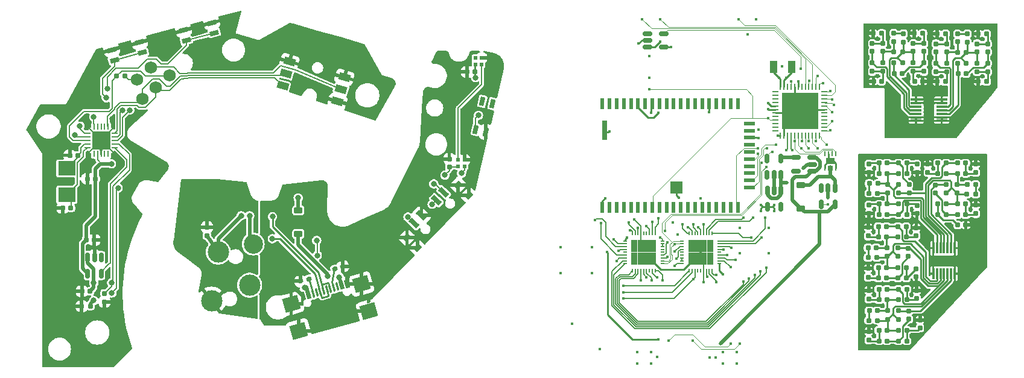
<source format=gbr>
%TF.GenerationSoftware,KiCad,Pcbnew,(7.0.0)*%
%TF.CreationDate,2023-05-27T11:58:37+01:00*%
%TF.ProjectId,all,616c6c2e-6b69-4636-9164-5f7063625858,rev?*%
%TF.SameCoordinates,Original*%
%TF.FileFunction,Copper,L2,Bot*%
%TF.FilePolarity,Positive*%
%FSLAX46Y46*%
G04 Gerber Fmt 4.6, Leading zero omitted, Abs format (unit mm)*
G04 Created by KiCad (PCBNEW (7.0.0)) date 2023-05-27 11:58:37*
%MOMM*%
%LPD*%
G01*
G04 APERTURE LIST*
G04 Aperture macros list*
%AMRoundRect*
0 Rectangle with rounded corners*
0 $1 Rounding radius*
0 $2 $3 $4 $5 $6 $7 $8 $9 X,Y pos of 4 corners*
0 Add a 4 corners polygon primitive as box body*
4,1,4,$2,$3,$4,$5,$6,$7,$8,$9,$2,$3,0*
0 Add four circle primitives for the rounded corners*
1,1,$1+$1,$2,$3*
1,1,$1+$1,$4,$5*
1,1,$1+$1,$6,$7*
1,1,$1+$1,$8,$9*
0 Add four rect primitives between the rounded corners*
20,1,$1+$1,$2,$3,$4,$5,0*
20,1,$1+$1,$4,$5,$6,$7,0*
20,1,$1+$1,$6,$7,$8,$9,0*
20,1,$1+$1,$8,$9,$2,$3,0*%
%AMRotRect*
0 Rectangle, with rotation*
0 The origin of the aperture is its center*
0 $1 length*
0 $2 width*
0 $3 Rotation angle, in degrees counterclockwise*
0 Add horizontal line*
21,1,$1,$2,0,0,$3*%
G04 Aperture macros list end*
%TA.AperFunction,SMDPad,CuDef*%
%ADD10RotRect,1.244600X0.660400X195.000000*%
%TD*%
%TA.AperFunction,SMDPad,CuDef*%
%ADD11RoundRect,0.155000X0.212500X0.155000X-0.212500X0.155000X-0.212500X-0.155000X0.212500X-0.155000X0*%
%TD*%
%TA.AperFunction,ComponentPad*%
%ADD12C,1.750000*%
%TD*%
%TA.AperFunction,SMDPad,CuDef*%
%ADD13RoundRect,0.155000X-0.212500X-0.155000X0.212500X-0.155000X0.212500X0.155000X-0.212500X0.155000X0*%
%TD*%
%TA.AperFunction,SMDPad,CuDef*%
%ADD14R,2.400000X2.000000*%
%TD*%
%TA.AperFunction,SMDPad,CuDef*%
%ADD15RotRect,1.600000X1.000000X164.101000*%
%TD*%
%TA.AperFunction,SMDPad,CuDef*%
%ADD16RoundRect,0.160000X0.197500X0.160000X-0.197500X0.160000X-0.197500X-0.160000X0.197500X-0.160000X0*%
%TD*%
%TA.AperFunction,SMDPad,CuDef*%
%ADD17RoundRect,0.150000X-0.150000X0.512500X-0.150000X-0.512500X0.150000X-0.512500X0.150000X0.512500X0*%
%TD*%
%TA.AperFunction,SMDPad,CuDef*%
%ADD18RoundRect,0.160000X-0.160000X0.197500X-0.160000X-0.197500X0.160000X-0.197500X0.160000X0.197500X0*%
%TD*%
%TA.AperFunction,SMDPad,CuDef*%
%ADD19RoundRect,0.062500X0.362500X0.062500X-0.362500X0.062500X-0.362500X-0.062500X0.362500X-0.062500X0*%
%TD*%
%TA.AperFunction,SMDPad,CuDef*%
%ADD20RoundRect,0.062500X0.062500X0.362500X-0.062500X0.362500X-0.062500X-0.362500X0.062500X-0.362500X0*%
%TD*%
%TA.AperFunction,SMDPad,CuDef*%
%ADD21R,2.600000X2.600000*%
%TD*%
%TA.AperFunction,SMDPad,CuDef*%
%ADD22RoundRect,0.155000X0.155000X-0.212500X0.155000X0.212500X-0.155000X0.212500X-0.155000X-0.212500X0*%
%TD*%
%TA.AperFunction,SMDPad,CuDef*%
%ADD23RoundRect,0.160000X-0.197500X-0.160000X0.197500X-0.160000X0.197500X0.160000X-0.197500X0.160000X0*%
%TD*%
%TA.AperFunction,SMDPad,CuDef*%
%ADD24RoundRect,0.155000X-0.155000X0.212500X-0.155000X-0.212500X0.155000X-0.212500X0.155000X0.212500X0*%
%TD*%
%TA.AperFunction,SMDPad,CuDef*%
%ADD25RoundRect,0.160000X0.160000X-0.197500X0.160000X0.197500X-0.160000X0.197500X-0.160000X-0.197500X0*%
%TD*%
%TA.AperFunction,SMDPad,CuDef*%
%ADD26R,0.300000X1.600000*%
%TD*%
%TA.AperFunction,SMDPad,CuDef*%
%ADD27R,1.600000X0.300000*%
%TD*%
%TA.AperFunction,SMDPad,CuDef*%
%ADD28RoundRect,0.225000X0.375000X-0.225000X0.375000X0.225000X-0.375000X0.225000X-0.375000X-0.225000X0*%
%TD*%
%TA.AperFunction,SMDPad,CuDef*%
%ADD29RoundRect,0.062500X-0.062500X0.375000X-0.062500X-0.375000X0.062500X-0.375000X0.062500X0.375000X0*%
%TD*%
%TA.AperFunction,SMDPad,CuDef*%
%ADD30RoundRect,0.062500X-0.375000X0.062500X-0.375000X-0.062500X0.375000X-0.062500X0.375000X0.062500X0*%
%TD*%
%TA.AperFunction,SMDPad,CuDef*%
%ADD31R,5.100000X5.100000*%
%TD*%
%TA.AperFunction,SMDPad,CuDef*%
%ADD32O,0.650000X0.200000*%
%TD*%
%TA.AperFunction,SMDPad,CuDef*%
%ADD33O,0.200000X0.650000*%
%TD*%
%TA.AperFunction,SMDPad,CuDef*%
%ADD34R,0.875000X0.875000*%
%TD*%
%TA.AperFunction,SMDPad,CuDef*%
%ADD35RoundRect,0.150000X-0.512500X-0.150000X0.512500X-0.150000X0.512500X0.150000X-0.512500X0.150000X0*%
%TD*%
%TA.AperFunction,SMDPad,CuDef*%
%ADD36RoundRect,0.150000X0.512500X0.150000X-0.512500X0.150000X-0.512500X-0.150000X0.512500X-0.150000X0*%
%TD*%
%TA.AperFunction,SMDPad,CuDef*%
%ADD37RoundRect,0.150000X0.150000X-0.512500X0.150000X0.512500X-0.150000X0.512500X-0.150000X-0.512500X0*%
%TD*%
%TA.AperFunction,SMDPad,CuDef*%
%ADD38R,1.000000X1.800000*%
%TD*%
%TA.AperFunction,SMDPad,CuDef*%
%ADD39R,0.254000X0.711200*%
%TD*%
%TA.AperFunction,SMDPad,CuDef*%
%ADD40R,1.295400X0.889000*%
%TD*%
%TA.AperFunction,SMDPad,CuDef*%
%ADD41R,0.600000X1.500000*%
%TD*%
%TA.AperFunction,SMDPad,CuDef*%
%ADD42R,1.500000X0.600000*%
%TD*%
%TA.AperFunction,SMDPad,CuDef*%
%ADD43R,0.760000X2.790000*%
%TD*%
%TA.AperFunction,SMDPad,CuDef*%
%ADD44R,1.780000X1.780000*%
%TD*%
%TA.AperFunction,SMDPad,CuDef*%
%ADD45RotRect,1.244600X0.660400X76.926000*%
%TD*%
%TA.AperFunction,ComponentPad*%
%ADD46C,3.000000*%
%TD*%
%TA.AperFunction,ComponentPad*%
%ADD47C,2.700000*%
%TD*%
%TA.AperFunction,SMDPad,CuDef*%
%ADD48RotRect,0.600000X1.150000X195.811000*%
%TD*%
%TA.AperFunction,SMDPad,CuDef*%
%ADD49RotRect,0.300000X1.150000X195.811000*%
%TD*%
%TA.AperFunction,SMDPad,CuDef*%
%ADD50RotRect,2.180000X2.000000X195.811000*%
%TD*%
%TA.AperFunction,SMDPad,CuDef*%
%ADD51RoundRect,0.225000X-0.375000X0.225000X-0.375000X-0.225000X0.375000X-0.225000X0.375000X0.225000X0*%
%TD*%
%TA.AperFunction,SMDPad,CuDef*%
%ADD52R,0.500000X0.500000*%
%TD*%
%TA.AperFunction,SMDPad,CuDef*%
%ADD53RoundRect,0.160000X-0.146433X-0.207758X0.233622X-0.100135X0.146433X0.207758X-0.233622X0.100135X0*%
%TD*%
%TA.AperFunction,SMDPad,CuDef*%
%ADD54RoundRect,0.160000X0.146433X0.207758X-0.233622X0.100135X-0.146433X-0.207758X0.233622X-0.100135X0*%
%TD*%
%TA.AperFunction,SMDPad,CuDef*%
%ADD55RotRect,0.700000X1.500000X226.022000*%
%TD*%
%TA.AperFunction,SMDPad,CuDef*%
%ADD56RotRect,0.800000X1.000000X136.022000*%
%TD*%
%TA.AperFunction,ViaPad*%
%ADD57C,0.800000*%
%TD*%
%TA.AperFunction,ViaPad*%
%ADD58C,0.450000*%
%TD*%
%TA.AperFunction,Conductor*%
%ADD59C,0.150000*%
%TD*%
%TA.AperFunction,Conductor*%
%ADD60C,0.500000*%
%TD*%
%TA.AperFunction,Conductor*%
%ADD61C,0.250000*%
%TD*%
%TA.AperFunction,Conductor*%
%ADD62C,0.100000*%
%TD*%
%TA.AperFunction,Conductor*%
%ADD63C,0.200000*%
%TD*%
%TA.AperFunction,Conductor*%
%ADD64C,0.127000*%
%TD*%
G04 APERTURE END LIST*
D10*
%TO.P,SW2,1,1*%
%TO.N,N/C*%
X64197467Y-45423106D03*
X60271944Y-46474946D03*
%TO.P,SW2,2,2*%
X64580520Y-46852678D03*
X60654997Y-47904518D03*
%TD*%
D11*
%TO.P,C5,1*%
%TO.N,N/C*%
X47137957Y-83126656D03*
%TO.P,C5,2*%
X46002957Y-83126656D03*
%TD*%
D12*
%TO.P,J5,1,Pin_1*%
%TO.N,N/C*%
X54470457Y-56126656D03*
%TO.P,J5,2,Pin_2*%
X53762548Y-53376498D03*
%TO.P,J5,3,Pin_3*%
X56387419Y-54460266D03*
%TO.P,J5,4,Pin_4*%
X55679511Y-51710108D03*
%TO.P,J5,5,Pin_5*%
X58304382Y-52793876D03*
%TO.P,J5,6,Pin_6*%
X57596473Y-50043718D03*
%TD*%
D11*
%TO.P,C2,1*%
%TO.N,N/C*%
X45437957Y-64026656D03*
%TO.P,C2,2*%
X44302957Y-64026656D03*
%TD*%
D13*
%TO.P,C4,1*%
%TO.N,N/C*%
X46602957Y-75926656D03*
%TO.P,C4,2*%
X47737957Y-75926656D03*
%TD*%
D14*
%TO.P,Y1,1,1*%
%TO.N,N/C*%
X43870456Y-65876655D03*
%TO.P,Y1,2,2*%
X43870456Y-69576655D03*
%TD*%
D15*
%TO.P,SW1,1,GND*%
%TO.N,N/C*%
X82829328Y-53084240D03*
%TO.P,SW1,2,CCW*%
X82349928Y-54767296D03*
%TO.P,SW1,3,GND*%
X81870529Y-56450351D03*
%TO.P,SW1,4,GND*%
X75135359Y-50892701D03*
%TO.P,SW1,5,CW*%
X74655960Y-52575756D03*
%TO.P,SW1,6,PUSH*%
X74176560Y-54258812D03*
%TD*%
D16*
%TO.P,R3,1*%
%TO.N,N/C*%
X47167957Y-85226656D03*
%TO.P,R3,2*%
X45972957Y-85226656D03*
%TD*%
D17*
%TO.P,U2,1,OUT*%
%TO.N,N/C*%
X46820457Y-78389156D03*
%TO.P,U2,2,GND*%
X47770457Y-78389156D03*
%TO.P,U2,3,~{FLG}*%
X48720457Y-78389156D03*
%TO.P,U2,4,EN*%
X48720457Y-80664156D03*
%TO.P,U2,5,IN*%
X46820457Y-80664156D03*
%TD*%
D11*
%TO.P,C1,1*%
%TO.N,N/C*%
X44437957Y-71426656D03*
%TO.P,C1,2*%
X43302957Y-71426656D03*
%TD*%
D18*
%TO.P,R2,1*%
%TO.N,N/C*%
X49170457Y-83429156D03*
%TO.P,R2,2*%
X49170457Y-84624156D03*
%TD*%
D10*
%TO.P,SW3,1,1*%
%TO.N,N/C*%
X54098709Y-48171758D03*
X50173186Y-49223598D03*
%TO.P,SW3,2,2*%
X54481762Y-49601330D03*
X50556239Y-50653170D03*
%TD*%
D16*
%TO.P,R1,1*%
%TO.N,N/C*%
X52067957Y-52926656D03*
%TO.P,R1,2*%
X50872957Y-52926656D03*
%TD*%
D19*
%TO.P,U1,1,PA4*%
%TO.N,N/C*%
X50620457Y-60926656D03*
%TO.P,U1,2,PA3*%
X50620457Y-61426656D03*
%TO.P,U1,3,PA2*%
X50620457Y-61926656D03*
%TO.P,U1,4,PA1*%
X50620457Y-62426656D03*
%TO.P,U1,5,AREF/PA0*%
X50620457Y-62926656D03*
D20*
%TO.P,U1,6,NC*%
X49695457Y-63851656D03*
%TO.P,U1,7,NC*%
X49195457Y-63851656D03*
%TO.P,U1,8,GND*%
X48695457Y-63851656D03*
%TO.P,U1,9,VCC*%
X48195457Y-63851656D03*
%TO.P,U1,10,NC*%
X47695457Y-63851656D03*
D19*
%TO.P,U1,11,XTAL1/PB0*%
X46770457Y-62926656D03*
%TO.P,U1,12,XTAL2/PB1*%
X46770457Y-62426656D03*
%TO.P,U1,13,~{RESET}/PB3*%
X46770457Y-61926656D03*
%TO.P,U1,14,PB2*%
X46770457Y-61426656D03*
%TO.P,U1,15,PA7*%
X46770457Y-60926656D03*
D20*
%TO.P,U1,16,PA6*%
X47695457Y-60001656D03*
%TO.P,U1,17,NC*%
X48195457Y-60001656D03*
%TO.P,U1,18,NC*%
X48695457Y-60001656D03*
%TO.P,U1,19,NC*%
X49195457Y-60001656D03*
%TO.P,U1,20,PA5*%
X49695457Y-60001656D03*
D21*
%TO.P,U1,21,GND*%
X48695456Y-61926655D03*
%TD*%
D11*
%TO.P,C3,1*%
%TO.N,N/C*%
X47905457Y-67326656D03*
%TO.P,C3,2*%
X46770457Y-67326656D03*
%TD*%
%TO.P,C9,2*%
%TO.N,N/C*%
X157829160Y-82841560D03*
%TO.P,C9,1*%
X158964160Y-82841560D03*
%TD*%
D22*
%TO.P,C10,2*%
%TO.N,N/C*%
X163146660Y-83024060D03*
%TO.P,C10,1*%
X163146660Y-84159060D03*
%TD*%
D18*
%TO.P,R33,2*%
%TO.N,N/C*%
X156429160Y-72221560D03*
%TO.P,R33,1*%
X156429160Y-71026560D03*
%TD*%
D23*
%TO.P,R5,2*%
%TO.N,N/C*%
X157510660Y-78396560D03*
%TO.P,R5,1*%
X156315660Y-78396560D03*
%TD*%
D11*
%TO.P,C37,2*%
%TO.N,N/C*%
X156451660Y-69359060D03*
%TO.P,C37,1*%
X157586660Y-69359060D03*
%TD*%
D16*
%TO.P,R12,2*%
%TO.N,N/C*%
X160549160Y-84341560D03*
%TO.P,R12,1*%
X161744160Y-84341560D03*
%TD*%
D23*
%TO.P,R36,2*%
%TO.N,N/C*%
X157676660Y-67976560D03*
%TO.P,R36,1*%
X156481660Y-67976560D03*
%TD*%
D13*
%TO.P,C40,2*%
%TO.N,N/C*%
X158996660Y-65106560D03*
%TO.P,C40,1*%
X157861660Y-65106560D03*
%TD*%
D11*
%TO.P,C13,2*%
%TO.N,N/C*%
X157829160Y-88609060D03*
%TO.P,C13,1*%
X158964160Y-88609060D03*
%TD*%
D16*
%TO.P,R9,2*%
%TO.N,N/C*%
X160475660Y-81283086D03*
%TO.P,R9,1*%
X161670660Y-81283086D03*
%TD*%
D23*
%TO.P,R32,2*%
%TO.N,N/C*%
X161776660Y-72374060D03*
%TO.P,R32,1*%
X160581660Y-72374060D03*
%TD*%
D16*
%TO.P,R34,2*%
%TO.N,N/C*%
X160581660Y-70874060D03*
%TO.P,R34,1*%
X161776660Y-70874060D03*
%TD*%
D18*
%TO.P,R7,2*%
%TO.N,N/C*%
X160473160Y-78230586D03*
%TO.P,R7,1*%
X160473160Y-77035586D03*
%TD*%
D24*
%TO.P,C6,2*%
%TO.N,N/C*%
X163073160Y-81100586D03*
%TO.P,C6,1*%
X163073160Y-79965586D03*
%TD*%
D16*
%TO.P,R40,2*%
%TO.N,N/C*%
X160581660Y-65106560D03*
%TO.P,R40,1*%
X161776660Y-65106560D03*
%TD*%
D22*
%TO.P,C2,2*%
%TO.N,N/C*%
X163073160Y-74198086D03*
%TO.P,C2,1*%
X163073160Y-75333086D03*
%TD*%
D23*
%TO.P,R1,2*%
%TO.N,N/C*%
X161670660Y-74015586D03*
%TO.P,R1,1*%
X160475660Y-74015586D03*
%TD*%
D16*
%TO.P,R27,2*%
%TO.N,N/C*%
X170181660Y-69504060D03*
%TO.P,R27,1*%
X171376660Y-69504060D03*
%TD*%
D13*
%TO.P,C29,2*%
%TO.N,N/C*%
X171406660Y-68121560D03*
%TO.P,C29,1*%
X170271660Y-68121560D03*
%TD*%
D18*
%TO.P,R35,2*%
%TO.N,N/C*%
X159079160Y-69324060D03*
%TO.P,R35,1*%
X159079160Y-68129060D03*
%TD*%
D25*
%TO.P,R38,2*%
%TO.N,N/C*%
X160579160Y-68126560D03*
%TO.P,R38,1*%
X160579160Y-69321560D03*
%TD*%
D11*
%TO.P,C32,2*%
%TO.N,N/C*%
X168861660Y-72374060D03*
%TO.P,C32,1*%
X169996660Y-72374060D03*
%TD*%
D18*
%TO.P,R39,2*%
%TO.N,N/C*%
X156429160Y-66454060D03*
%TO.P,R39,1*%
X156429160Y-65259060D03*
%TD*%
D23*
%TO.P,R25,2*%
%TO.N,N/C*%
X167276660Y-66606560D03*
%TO.P,R25,1*%
X166081660Y-66606560D03*
%TD*%
D13*
%TO.P,C11,2*%
%TO.N,N/C*%
X158964160Y-84341560D03*
%TO.P,C11,1*%
X157829160Y-84341560D03*
%TD*%
D18*
%TO.P,R16,2*%
%TO.N,N/C*%
X160546660Y-87056560D03*
%TO.P,R16,1*%
X160546660Y-85861560D03*
%TD*%
D25*
%TO.P,R30,2*%
%TO.N,N/C*%
X171429160Y-71026560D03*
%TO.P,R30,1*%
X171429160Y-72221560D03*
%TD*%
D22*
%TO.P,C33,2*%
%TO.N,N/C*%
X165779160Y-68189060D03*
%TO.P,C33,1*%
X165779160Y-69324060D03*
%TD*%
D18*
%TO.P,R29,2*%
%TO.N,N/C*%
X167279160Y-69354060D03*
%TO.P,R29,1*%
X167279160Y-68159060D03*
%TD*%
D11*
%TO.P,C5,2*%
%TO.N,N/C*%
X157755660Y-79783086D03*
%TO.P,C5,1*%
X158890660Y-79783086D03*
%TD*%
D22*
%TO.P,C14,2*%
%TO.N,N/C*%
X163614160Y-87144060D03*
%TO.P,C14,1*%
X163614160Y-88279060D03*
%TD*%
D25*
%TO.P,R26,2*%
%TO.N,N/C*%
X168779160Y-68156560D03*
%TO.P,R26,1*%
X168779160Y-69351560D03*
%TD*%
D11*
%TO.P,C12,2*%
%TO.N,N/C*%
X156479160Y-85851274D03*
%TO.P,C12,1*%
X157614160Y-85851274D03*
%TD*%
D24*
%TO.P,C35,2*%
%TO.N,N/C*%
X163179160Y-72191560D03*
%TO.P,C35,1*%
X163179160Y-71056560D03*
%TD*%
D25*
%TO.P,R24,2*%
%TO.N,N/C*%
X171429160Y-65259060D03*
%TO.P,R24,1*%
X171429160Y-66454060D03*
%TD*%
D16*
%TO.P,R18,2*%
%TO.N,N/C*%
X160549160Y-90109060D03*
%TO.P,R18,1*%
X161744160Y-90109060D03*
%TD*%
D11*
%TO.P,C4,2*%
%TO.N,N/C*%
X156317703Y-77011991D03*
%TO.P,C4,1*%
X157452703Y-77011991D03*
%TD*%
D23*
%TO.P,R31,2*%
%TO.N,N/C*%
X167276660Y-72374060D03*
%TO.P,R31,1*%
X166081660Y-72374060D03*
%TD*%
D25*
%TO.P,R4,2*%
%TO.N,N/C*%
X158973160Y-77038086D03*
%TO.P,R4,1*%
X158973160Y-78233086D03*
%TD*%
D16*
%TO.P,R28,2*%
%TO.N,N/C*%
X166081660Y-70874060D03*
%TO.P,R28,1*%
X167276660Y-70874060D03*
%TD*%
D13*
%TO.P,C15,2*%
%TO.N,N/C*%
X158964160Y-90109060D03*
%TO.P,C15,1*%
X157829160Y-90109060D03*
%TD*%
D23*
%TO.P,R10,2*%
%TO.N,N/C*%
X161744160Y-82841560D03*
%TO.P,R10,1*%
X160549160Y-82841560D03*
%TD*%
D11*
%TO.P,C28,2*%
%TO.N,N/C*%
X168861660Y-66606560D03*
%TO.P,C28,1*%
X169996660Y-66606560D03*
%TD*%
D22*
%TO.P,C27,2*%
%TO.N,N/C*%
X164679160Y-65289060D03*
%TO.P,C27,1*%
X164679160Y-66424060D03*
%TD*%
D13*
%TO.P,C31,2*%
%TO.N,N/C*%
X170014160Y-73811560D03*
%TO.P,C31,1*%
X168879160Y-73811560D03*
%TD*%
D24*
%TO.P,C41,2*%
%TO.N,N/C*%
X162079160Y-69291560D03*
%TO.P,C41,1*%
X162079160Y-68156560D03*
%TD*%
D13*
%TO.P,C36,2*%
%TO.N,N/C*%
X158996660Y-70874060D03*
%TO.P,C36,1*%
X157861660Y-70874060D03*
%TD*%
D25*
%TO.P,R11,2*%
%TO.N,N/C*%
X156396660Y-82994060D03*
%TO.P,R11,1*%
X156396660Y-84189060D03*
%TD*%
D24*
%TO.P,C39,2*%
%TO.N,N/C*%
X163179160Y-66424060D03*
%TO.P,C39,1*%
X163179160Y-65289060D03*
%TD*%
D26*
%TO.P,J1,14,Pin_14*%
%TO.N,N/C*%
X168464159Y-77061559D03*
%TO.P,J1,13,Pin_13*%
X167964159Y-77061559D03*
%TO.P,J1,12,Pin_12*%
X167464159Y-77061559D03*
%TO.P,J1,11,Pin_11*%
X166964159Y-77061559D03*
%TO.P,J1,10,Pin_10*%
X166464159Y-77061559D03*
%TO.P,J1,9,Pin_9*%
X165964159Y-77061559D03*
%TO.P,J1,8,Pin_8*%
X165464159Y-77061559D03*
%TO.P,J1,7,Pin_7*%
X168464159Y-80661559D03*
%TO.P,J1,6,Pin_6*%
X167964159Y-80661559D03*
%TO.P,J1,5,Pin_5*%
X167464159Y-80661559D03*
%TO.P,J1,4,Pin_4*%
X166964159Y-80661559D03*
%TO.P,J1,3,Pin_3*%
X166464159Y-80661559D03*
%TO.P,J1,2,Pin_2*%
X165964159Y-80661559D03*
%TO.P,J1,1,Pin_1*%
X165464159Y-80661559D03*
%TD*%
D22*
%TO.P,C8,2*%
%TO.N,N/C*%
X161973160Y-77065586D03*
%TO.P,C8,1*%
X161973160Y-78200586D03*
%TD*%
D13*
%TO.P,C30,2*%
%TO.N,N/C*%
X169996660Y-70874060D03*
%TO.P,C30,1*%
X168861660Y-70874060D03*
%TD*%
D11*
%TO.P,C38,2*%
%TO.N,N/C*%
X157861660Y-66606560D03*
%TO.P,C38,1*%
X158996660Y-66606560D03*
%TD*%
D23*
%TO.P,R6,2*%
%TO.N,N/C*%
X161670660Y-79783086D03*
%TO.P,R6,1*%
X160475660Y-79783086D03*
%TD*%
D25*
%TO.P,R17,2*%
%TO.N,N/C*%
X156396660Y-88761560D03*
%TO.P,R17,1*%
X156396660Y-89956560D03*
%TD*%
D22*
%TO.P,C16,2*%
%TO.N,N/C*%
X162046660Y-85891560D03*
%TO.P,C16,1*%
X162046660Y-87026560D03*
%TD*%
D25*
%TO.P,R2,2*%
%TO.N,N/C*%
X156323160Y-74168086D03*
%TO.P,R2,1*%
X156323160Y-75363086D03*
%TD*%
D13*
%TO.P,C7,2*%
%TO.N,N/C*%
X158890660Y-81283086D03*
%TO.P,C7,1*%
X157755660Y-81283086D03*
%TD*%
%TO.P,C3,2*%
%TO.N,N/C*%
X158890660Y-75515586D03*
%TO.P,C3,1*%
X157755660Y-75515586D03*
%TD*%
D11*
%TO.P,C34,2*%
%TO.N,N/C*%
X157861660Y-72374060D03*
%TO.P,C34,1*%
X158996660Y-72374060D03*
%TD*%
D16*
%TO.P,R3,2*%
%TO.N,N/C*%
X160475660Y-75515586D03*
%TO.P,R3,1*%
X161670660Y-75515586D03*
%TD*%
D11*
%TO.P,C1,2*%
%TO.N,N/C*%
X157755660Y-74015586D03*
%TO.P,C1,1*%
X158890660Y-74015586D03*
%TD*%
D23*
%TO.P,R15,2*%
%TO.N,N/C*%
X161744160Y-88609060D03*
%TO.P,R15,1*%
X160549160Y-88609060D03*
%TD*%
D25*
%TO.P,R8,2*%
%TO.N,N/C*%
X156323160Y-79935586D03*
%TO.P,R8,1*%
X156323160Y-81130586D03*
%TD*%
D23*
%TO.P,R37,2*%
%TO.N,N/C*%
X161776660Y-66606560D03*
%TO.P,R37,1*%
X160581660Y-66606560D03*
%TD*%
D25*
%TO.P,R13,2*%
%TO.N,N/C*%
X159046660Y-85864060D03*
%TO.P,R13,1*%
X159046660Y-87059060D03*
%TD*%
D16*
%TO.P,R23,2*%
%TO.N,N/C*%
X166081660Y-65106560D03*
%TO.P,R23,1*%
X167276660Y-65106560D03*
%TD*%
D23*
%TO.P,R14,2*%
%TO.N,N/C*%
X157584160Y-87233774D03*
%TO.P,R14,1*%
X156389160Y-87233774D03*
%TD*%
D13*
%TO.P,C26,2*%
%TO.N,N/C*%
X169996660Y-65106560D03*
%TO.P,C26,1*%
X168861660Y-65106560D03*
%TD*%
D25*
%TO.P,R18,1*%
%TO.N,N/C*%
X164151000Y-52241500D03*
%TO.P,R18,2*%
X164151000Y-51046500D03*
%TD*%
D11*
%TO.P,C6,1*%
%TO.N,N/C*%
X172920000Y-53690000D03*
%TO.P,C6,2*%
X171785000Y-53690000D03*
%TD*%
D16*
%TO.P,R4,1*%
%TO.N,N/C*%
X170080000Y-49590000D03*
%TO.P,R4,2*%
X168885000Y-49590000D03*
%TD*%
D25*
%TO.P,R12,1*%
%TO.N,N/C*%
X158383500Y-52241500D03*
%TO.P,R12,2*%
X158383500Y-51046500D03*
%TD*%
D11*
%TO.P,C8,1*%
%TO.N,N/C*%
X170052500Y-52590000D03*
%TO.P,C8,2*%
X168917500Y-52590000D03*
%TD*%
%TO.P,C2,1*%
%TO.N,N/C*%
X167152500Y-53690000D03*
%TO.P,C2,2*%
X166017500Y-53690000D03*
%TD*%
D24*
%TO.P,C11,1*%
%TO.N,N/C*%
X158383500Y-48326500D03*
%TO.P,C11,2*%
X158383500Y-49461500D03*
%TD*%
D18*
%TO.P,R1,1*%
%TO.N,N/C*%
X165835000Y-51092500D03*
%TO.P,R1,2*%
X165835000Y-52287500D03*
%TD*%
D11*
%TO.P,C10,1*%
%TO.N,N/C*%
X158201000Y-53644000D03*
%TO.P,C10,2*%
X157066000Y-53644000D03*
%TD*%
D25*
%TO.P,R9,1*%
%TO.N,N/C*%
X173102500Y-52287500D03*
%TO.P,R9,2*%
X173102500Y-51092500D03*
%TD*%
D23*
%TO.P,R16,1*%
%TO.N,N/C*%
X159936000Y-51044000D03*
%TO.P,R16,2*%
X161131000Y-51044000D03*
%TD*%
D11*
%TO.P,C16,1*%
%TO.N,N/C*%
X161101000Y-52544000D03*
%TO.P,C16,2*%
X159966000Y-52544000D03*
%TD*%
D18*
%TO.P,R14,1*%
%TO.N,N/C*%
X161281000Y-46946500D03*
%TO.P,R14,2*%
X161281000Y-48141500D03*
%TD*%
D24*
%TO.P,C7,1*%
%TO.N,N/C*%
X173102500Y-48372500D03*
%TO.P,C7,2*%
X173102500Y-49507500D03*
%TD*%
D18*
%TO.P,R5,1*%
%TO.N,N/C*%
X170232500Y-46992500D03*
%TO.P,R5,2*%
X170232500Y-48187500D03*
%TD*%
D22*
%TO.P,C1,1*%
%TO.N,N/C*%
X165835000Y-49507500D03*
%TO.P,C1,2*%
X165835000Y-48372500D03*
%TD*%
%TO.P,C12,1*%
%TO.N,N/C*%
X159898500Y-48051500D03*
%TO.P,C12,2*%
X159898500Y-46916500D03*
%TD*%
D23*
%TO.P,R7,1*%
%TO.N,N/C*%
X168887500Y-51090000D03*
%TO.P,R7,2*%
X170082500Y-51090000D03*
%TD*%
D16*
%TO.P,R13,1*%
%TO.N,N/C*%
X161128500Y-49544000D03*
%TO.P,R13,2*%
X159933500Y-49544000D03*
%TD*%
D13*
%TO.P,C14,1*%
%TO.N,N/C*%
X162833500Y-53644000D03*
%TO.P,C14,2*%
X163968500Y-53644000D03*
%TD*%
D16*
%TO.P,R11,1*%
%TO.N,N/C*%
X158231000Y-46894000D03*
%TO.P,R11,2*%
X157036000Y-46894000D03*
%TD*%
D22*
%TO.P,C4,1*%
%TO.N,N/C*%
X168850000Y-48097500D03*
%TO.P,C4,2*%
X168850000Y-46962500D03*
%TD*%
D18*
%TO.P,R6,1*%
%TO.N,N/C*%
X171602500Y-51092500D03*
%TO.P,R6,2*%
X171602500Y-52287500D03*
%TD*%
D24*
%TO.P,C15,1*%
%TO.N,N/C*%
X164151000Y-48326500D03*
%TO.P,C15,2*%
X164151000Y-49461500D03*
%TD*%
D18*
%TO.P,R10,1*%
%TO.N,N/C*%
X156883500Y-51046500D03*
%TO.P,R10,2*%
X156883500Y-52241500D03*
%TD*%
D16*
%TO.P,R2,1*%
%TO.N,N/C*%
X167182500Y-46940000D03*
%TO.P,R2,2*%
X165987500Y-46940000D03*
%TD*%
%TO.P,R17,1*%
%TO.N,N/C*%
X163998500Y-46894000D03*
%TO.P,R17,2*%
X162803500Y-46894000D03*
%TD*%
D18*
%TO.P,R15,1*%
%TO.N,N/C*%
X162651000Y-51046500D03*
%TO.P,R15,2*%
X162651000Y-52241500D03*
%TD*%
D22*
%TO.P,C5,1*%
%TO.N,N/C*%
X171602500Y-49507500D03*
%TO.P,C5,2*%
X171602500Y-48372500D03*
%TD*%
D25*
%TO.P,R3,1*%
%TO.N,N/C*%
X167335000Y-52287500D03*
%TO.P,R3,2*%
X167335000Y-51092500D03*
%TD*%
D22*
%TO.P,C9,1*%
%TO.N,N/C*%
X156883500Y-49461500D03*
%TO.P,C9,2*%
X156883500Y-48326500D03*
%TD*%
%TO.P,C13,1*%
%TO.N,N/C*%
X162651000Y-49461500D03*
%TO.P,C13,2*%
X162651000Y-48326500D03*
%TD*%
D27*
%TO.P,J1,1,Pin_1*%
%TO.N,N/C*%
X163049999Y-56197261D03*
%TO.P,J1,2,Pin_2*%
X163049999Y-56697261D03*
%TO.P,J1,3,Pin_3*%
X163049999Y-57197261D03*
%TO.P,J1,4,Pin_4*%
X163049999Y-57697261D03*
%TO.P,J1,5,Pin_5*%
X163049999Y-58197261D03*
%TO.P,J1,6,Pin_6*%
X163049999Y-58697261D03*
%TO.P,J1,7,Pin_7*%
X163049999Y-59197261D03*
%TO.P,J1,8,Pin_8*%
X166649999Y-56197261D03*
%TO.P,J1,9,Pin_9*%
X166649999Y-56697261D03*
%TO.P,J1,10,Pin_10*%
X166649999Y-57197261D03*
%TO.P,J1,11,Pin_11*%
X166649999Y-57697261D03*
%TO.P,J1,12,Pin_12*%
X166649999Y-58197261D03*
%TO.P,J1,13,Pin_13*%
X166649999Y-58697261D03*
%TO.P,J1,14,Pin_14*%
X166649999Y-59197261D03*
%TD*%
D16*
%TO.P,R8,1*%
%TO.N,N/C*%
X172950000Y-46940000D03*
%TO.P,R8,2*%
X171755000Y-46940000D03*
%TD*%
D24*
%TO.P,C3,1*%
%TO.N,N/C*%
X167335000Y-48372500D03*
%TO.P,C3,2*%
X167335000Y-49507500D03*
%TD*%
D17*
%TO.P,U6,1,VIN*%
%TO.N,N/C*%
X142200000Y-68975000D03*
%TO.P,U6,2,GND*%
X143150000Y-68975000D03*
%TO.P,U6,3,EN*%
X144100000Y-68975000D03*
%TO.P,U6,4,NC*%
X144100000Y-71250000D03*
%TO.P,U6,5,VOUT*%
X142200000Y-71250000D03*
%TD*%
D28*
%TO.P,D2,1,C*%
%TO.N,N/C*%
X146900000Y-71500000D03*
%TO.P,D2,2,A*%
X146900000Y-68200000D03*
%TD*%
D29*
%TO.P,U2,1,PA00/EINT0/SERCOM1.0*%
%TO.N,N/C*%
X143998000Y-54403000D03*
%TO.P,U2,2,PA01/EINT1/SERCOM1.1*%
X144498000Y-54403000D03*
%TO.P,U2,3,PA02/EINT2/AIN0/Y0/VOUT*%
X144998000Y-54403000D03*
%TO.P,U2,4,PA03/EINT3/VREFA/AIN1*%
X145498000Y-54403000D03*
%TO.P,U2,5,GNDA*%
X145998000Y-54403000D03*
%TO.P,U2,6,VDDA*%
X146498000Y-54403000D03*
%TO.P,U2,7,PB08/I8/AIN2/SERCOM4.0*%
X146998000Y-54403000D03*
%TO.P,U2,8,PB09/I9/AIN3/SERCOM4.1*%
X147498000Y-54403000D03*
%TO.P,U2,9,PA04/EINT4/VREFB/AIN4/SERCOM0.0*%
X147998000Y-54403000D03*
%TO.P,U2,10,PA05/EINT5/AIN5/SERCOM0.1*%
X148498000Y-54403000D03*
%TO.P,U2,11,PA06/EINT6/AIN6/SERCOM0.2*%
X148998000Y-54403000D03*
%TO.P,U2,12,PA07/I7/AIN7/SERCOM0.3/I2SD0*%
X149498000Y-54403000D03*
D30*
%TO.P,U2,13,PA08/I2C/AIN16/SERCOM0+2.0/I2SD1*%
X150185500Y-55090500D03*
%TO.P,U2,14,PA09/I2C/I9/AIN17/SERCOM0+2.1/I2SMC*%
X150185500Y-55590500D03*
%TO.P,U2,15,PA10/I10/AIN18/SERCOM0+2.2/I2SCK*%
X150185500Y-56090500D03*
%TO.P,U2,16,PA11/I11/AIN19/SERCOM0+2.3/I2SF0*%
X150185500Y-56590500D03*
%TO.P,U2,17,VDDIO*%
X150185500Y-57090500D03*
%TO.P,U2,18,GND*%
X150185500Y-57590500D03*
%TO.P,U2,19,PB10/I10/SERCOM4.2/I2SMC*%
X150185500Y-58090500D03*
%TO.P,U2,20,PB11/I11/SERCOM4.3/I2SCL*%
X150185500Y-58590500D03*
%TO.P,U2,21,PA12/I12/I2C/SERCOM2+4.0*%
X150185500Y-59090500D03*
%TO.P,U2,22,PA13/I13/I2C/SERCOM2+4.1*%
X150185500Y-59590500D03*
%TO.P,U2,23,PA14/I14/SERCOM2+4.2*%
X150185500Y-60090500D03*
%TO.P,U2,24,PA15/I15/SERCOM3+4.3*%
X150185500Y-60590500D03*
D29*
%TO.P,U2,25,PA16/I2C/I0/SERCOM1+3.0*%
X149498000Y-61278000D03*
%TO.P,U2,26,PA17/I2C/I1/SERCOM1+3.1*%
X148998000Y-61278000D03*
%TO.P,U2,27,PA18/I2/SERCOM1+3.2*%
X148498000Y-61278000D03*
%TO.P,U2,28,PA19/I3/SERCOM1+3.3/I2SD0*%
X147998000Y-61278000D03*
%TO.P,U2,29,PA20/I4/SERCOM3+5.2/I2SSC*%
X147498000Y-61278000D03*
%TO.P,U2,30,PA21/I5/SERCOM3+5.3/I2SFS0*%
X146998000Y-61278000D03*
%TO.P,U2,31,PA22/I2C/I6/SERCOM3+5.0*%
X146498000Y-61278000D03*
%TO.P,U2,32,PA23/I2C/I7/SERCOM3+5.1/SOF*%
X145998000Y-61278000D03*
%TO.P,U2,33,PA24/I12/SERCOM3+5.2/D-*%
X145498000Y-61278000D03*
%TO.P,U2,34,PA25/I13/SERCOM3+5.3/D+*%
X144998000Y-61278000D03*
%TO.P,U2,35,GND*%
X144498000Y-61278000D03*
%TO.P,U2,36,VDDIO*%
X143998000Y-61278000D03*
D30*
%TO.P,U2,37,PB22/I6/SERCOM5.2*%
X143310500Y-60590500D03*
%TO.P,U2,38,PB23/I7/SERCOM5.3*%
X143310500Y-60090500D03*
%TO.P,U2,39,PA27/I15*%
X143310500Y-59590500D03*
%TO.P,U2,40,/RESET*%
X143310500Y-59090500D03*
%TO.P,U2,41,PA28/I8*%
X143310500Y-58590500D03*
%TO.P,U2,42,GND*%
X143310500Y-58090500D03*
%TO.P,U2,43,VDDCORE*%
X143310500Y-57590500D03*
%TO.P,U2,44,VDDIN*%
X143310500Y-57090500D03*
%TO.P,U2,45,PA30/I10/SECOM1.2/SWCLK*%
X143310500Y-56590500D03*
%TO.P,U2,46,PA31/I11/SECOM1.3/SWDIO*%
X143310500Y-56090500D03*
%TO.P,U2,47,PB02/I2/AIN10/SERCOM5.0*%
X143310500Y-55590500D03*
%TO.P,U2,48,PB03/I3/AIN11/SERCOM5.1*%
X143310500Y-55090500D03*
D31*
%TO.P,U2,49,GND*%
X146747999Y-57840499D03*
%TD*%
D32*
%TO.P,IC1,1,AGND*%
%TO.N,N/C*%
X130196427Y-79249999D03*
%TO.P,IC1,2,QLINL*%
X130196427Y-78849999D03*
%TO.P,IC1,3,LINL*%
X130196427Y-78449999D03*
%TO.P,IC1,4,TRSDA*%
X130196427Y-78049999D03*
%TO.P,IC1,5,TRSCL*%
X130196427Y-77649999D03*
%TO.P,IC1,6,LINR*%
X130196427Y-77249999D03*
%TO.P,IC1,7,QLINR*%
X130196427Y-76849999D03*
%TO.P,IC1,8,ANC/CSDA*%
X130196427Y-76449999D03*
%TO.P,IC1,9,MODE/CSCL*%
X130196427Y-76049999D03*
D33*
%TO.P,IC1,10,MICACL*%
X131221427Y-75024999D03*
%TO.P,IC1,11,MICL*%
X131621427Y-75024999D03*
%TO.P,IC1,12,ILED*%
X132021427Y-75024999D03*
%TO.P,IC1,13,MICS*%
X132421427Y-75024999D03*
%TO.P,IC1,14,MICR*%
X132821427Y-75024999D03*
%TO.P,IC1,15,MICACR*%
X133221427Y-75024999D03*
%TO.P,IC1,16,QMICR*%
X133621427Y-75024999D03*
%TO.P,IC1,17,IOP1R*%
X134021427Y-75024999D03*
%TO.P,IC1,18,QOP1R*%
X134421427Y-75024999D03*
D32*
%TO.P,IC1,19,IOP2R*%
X135446427Y-76049999D03*
%TO.P,IC1,20,QOP2R*%
X135446427Y-76449999D03*
%TO.P,IC1,21,BPL*%
X135446427Y-76849999D03*
%TO.P,IC1,22,HPL*%
X135446427Y-77249999D03*
%TO.P,IC1,23,MIXL*%
X135446427Y-77649999D03*
%TO.P,IC1,24,MIXR*%
X135446427Y-78049999D03*
%TO.P,IC1,25,HPR*%
X135446427Y-78449999D03*
%TO.P,IC1,26,BPR*%
X135446427Y-78849999D03*
%TO.P,IC1,27,VBAT*%
X135446427Y-79249999D03*
D33*
%TO.P,IC1,28,CPP*%
X134421427Y-80274999D03*
%TO.P,IC1,29,GND*%
X134021427Y-80274999D03*
%TO.P,IC1,30,CPN*%
X133621427Y-80274999D03*
%TO.P,IC1,31,VNEG*%
X133221427Y-80274999D03*
%TO.P,IC1,32,QOP2L*%
X132821427Y-80274999D03*
%TO.P,IC1,33,IOP2L*%
X132421427Y-80274999D03*
%TO.P,IC1,34,QOP1L*%
X132021427Y-80274999D03*
%TO.P,IC1,35,IOP1L*%
X131621427Y-80274999D03*
%TO.P,IC1,36,QMICL*%
X131221427Y-80274999D03*
D34*
%TO.P,IC1,37,EP*%
X131508927Y-76337499D03*
X131508927Y-77212499D03*
X131508927Y-78087499D03*
X131508927Y-78962499D03*
X132383927Y-76337499D03*
X132383927Y-77212499D03*
X132383927Y-78087499D03*
X132383927Y-78962499D03*
X133258927Y-76337499D03*
X133258927Y-77212499D03*
X133258927Y-78087499D03*
X133258927Y-78962499D03*
X134133927Y-76337499D03*
X134133927Y-77212499D03*
X134133927Y-78087499D03*
X134133927Y-78962499D03*
%TD*%
D17*
%TO.P,U3,1,STAT*%
%TO.N,N/C*%
X149750000Y-68677500D03*
%TO.P,U3,2,VSS*%
X150700000Y-68677500D03*
%TO.P,U3,3,VBAT*%
X151650000Y-68677500D03*
%TO.P,U3,4,VDD*%
X151650000Y-70952500D03*
%TO.P,U3,5,PROG*%
X149750000Y-70952500D03*
%TD*%
D35*
%TO.P,U8,1,OUT*%
%TO.N,N/C*%
X125395000Y-48832000D03*
%TO.P,U8,2,GND*%
X125395000Y-47882000D03*
%TO.P,U8,3,~{FLG}*%
X125395000Y-46932000D03*
%TO.P,U8,4,EN*%
X127670000Y-46932000D03*
%TO.P,U8,5,IN*%
X127670000Y-48832000D03*
%TD*%
D32*
%TO.P,IC2,1,AGND*%
%TO.N,N/C*%
X127449999Y-76049999D03*
%TO.P,IC2,2,QLINL*%
X127449999Y-76449999D03*
%TO.P,IC2,3,LINL*%
X127449999Y-76849999D03*
%TO.P,IC2,4,TRSDA*%
X127449999Y-77249999D03*
%TO.P,IC2,5,TRSCL*%
X127449999Y-77649999D03*
%TO.P,IC2,6,LINR*%
X127449999Y-78049999D03*
%TO.P,IC2,7,QLINR*%
X127449999Y-78449999D03*
%TO.P,IC2,8,ANC/CSDA*%
X127449999Y-78849999D03*
%TO.P,IC2,9,MODE/CSCL*%
X127449999Y-79249999D03*
D33*
%TO.P,IC2,10,MICACL*%
X126424999Y-80274999D03*
%TO.P,IC2,11,MICL*%
X126024999Y-80274999D03*
%TO.P,IC2,12,ILED*%
X125624999Y-80274999D03*
%TO.P,IC2,13,MICS*%
X125224999Y-80274999D03*
%TO.P,IC2,14,MICR*%
X124824999Y-80274999D03*
%TO.P,IC2,15,MICACR*%
X124424999Y-80274999D03*
%TO.P,IC2,16,QMICR*%
X124024999Y-80274999D03*
%TO.P,IC2,17,IOP1R*%
X123624999Y-80274999D03*
%TO.P,IC2,18,QOP1R*%
X123224999Y-80274999D03*
D32*
%TO.P,IC2,19,IOP2R*%
X122199999Y-79249999D03*
%TO.P,IC2,20,QOP2R*%
X122199999Y-78849999D03*
%TO.P,IC2,21,BPL*%
X122199999Y-78449999D03*
%TO.P,IC2,22,HPL*%
X122199999Y-78049999D03*
%TO.P,IC2,23,MIXL*%
X122199999Y-77649999D03*
%TO.P,IC2,24,MIXR*%
X122199999Y-77249999D03*
%TO.P,IC2,25,HPR*%
X122199999Y-76849999D03*
%TO.P,IC2,26,BPR*%
X122199999Y-76449999D03*
%TO.P,IC2,27,VBAT*%
X122199999Y-76049999D03*
D33*
%TO.P,IC2,28,CPP*%
X123224999Y-75024999D03*
%TO.P,IC2,29,GND*%
X123624999Y-75024999D03*
%TO.P,IC2,30,CPN*%
X124024999Y-75024999D03*
%TO.P,IC2,31,VNEG*%
X124424999Y-75024999D03*
%TO.P,IC2,32,QOP2L*%
X124824999Y-75024999D03*
%TO.P,IC2,33,IOP2L*%
X125224999Y-75024999D03*
%TO.P,IC2,34,QOP1L*%
X125624999Y-75024999D03*
%TO.P,IC2,35,IOP1L*%
X126024999Y-75024999D03*
%TO.P,IC2,36,QMICL*%
X126424999Y-75024999D03*
D34*
%TO.P,IC2,37,EP*%
X126137499Y-78962499D03*
X126137499Y-78087499D03*
X126137499Y-77212499D03*
X126137499Y-76337499D03*
X125262499Y-78962499D03*
X125262499Y-78087499D03*
X125262499Y-77212499D03*
X125262499Y-76337499D03*
X124387499Y-78962499D03*
X124387499Y-78087499D03*
X124387499Y-77212499D03*
X124387499Y-76337499D03*
X123512499Y-78962499D03*
X123512499Y-78087499D03*
X123512499Y-77212499D03*
X123512499Y-76337499D03*
%TD*%
D36*
%TO.P,U4,1,IN*%
%TO.N,N/C*%
X148437500Y-64350000D03*
%TO.P,U4,2,GND*%
X148437500Y-65300000D03*
%TO.P,U4,3,EN*%
X148437500Y-66250000D03*
%TO.P,U4,4,P4*%
X146162500Y-66250000D03*
%TO.P,U4,5,OUT*%
X146162500Y-64350000D03*
%TD*%
D37*
%TO.P,U7,1,OUT*%
%TO.N,N/C*%
X144050000Y-66787500D03*
%TO.P,U7,2,GND*%
X143100000Y-66787500D03*
%TO.P,U7,3,~{FLG}*%
X142150000Y-66787500D03*
%TO.P,U7,4,EN*%
X142150000Y-64512500D03*
%TO.P,U7,5,IN*%
X144050000Y-64512500D03*
%TD*%
D38*
%TO.P,Y1,1,1*%
%TO.N,N/C*%
X143076499Y-51616499D03*
%TO.P,Y1,2,2*%
X145576499Y-51616499D03*
%TD*%
D39*
%TO.P,U5,1,CTG*%
%TO.N,N/C*%
X151776001Y-65824599D03*
%TO.P,U5,2,CELL*%
X151276000Y-65824599D03*
%TO.P,U5,3,VDD*%
X150776000Y-65824599D03*
%TO.P,U5,4,GND*%
X150275999Y-65824599D03*
%TO.P,U5,5,\u002AALRT*%
X150275999Y-63817999D03*
%TO.P,U5,6,QSTRT*%
X150776000Y-63817999D03*
%TO.P,U5,7,SCL*%
X151276000Y-63817999D03*
%TO.P,U5,8,SDA*%
X151776001Y-63817999D03*
D40*
%TO.P,U5,9,EPAD*%
X151026000Y-64821299D03*
%TD*%
D41*
%TO.P,U1,1,DR1*%
%TO.N,N/C*%
X119029999Y-56809999D03*
%TO.P,U1,2,RFS1*%
X120029999Y-56809999D03*
%TO.P,U1,3,SCLK1*%
X121029999Y-56809999D03*
%TO.P,U1,4,DT1*%
X122029999Y-56809999D03*
%TO.P,U1,5,MCLK1*%
X123029999Y-56809999D03*
%TO.P,U1,6,AOHPR*%
X124029999Y-56809999D03*
%TO.P,U1,7,AOHPM*%
X125029999Y-56809999D03*
%TO.P,U1,8,AOHPL*%
X126029999Y-56809999D03*
%TO.P,U1,9,MICN2*%
X127029999Y-56809999D03*
%TO.P,U1,10,MICP2*%
X128029999Y-56809999D03*
%TO.P,U1,11,AIR*%
X129029999Y-56809999D03*
%TO.P,U1,12,AIL*%
X130029999Y-56809999D03*
%TO.P,U1,13,MICN1*%
X131029999Y-56809999D03*
%TO.P,U1,14,MICP1*%
X132029999Y-56809999D03*
%TO.P,U1,15,MICBIAS*%
X133029999Y-56809999D03*
%TO.P,U1,16,GND*%
X134029999Y-56809999D03*
%TO.P,U1,17,DMIC1_CLK*%
X135029999Y-56809999D03*
%TO.P,U1,18,DMIC1_R*%
X136029999Y-56809999D03*
%TO.P,U1,19,DMIC1_L*%
X137029999Y-56809999D03*
%TO.P,U1,20,P3_2*%
X138029999Y-56809999D03*
D42*
%TO.P,U1,21,P2_6*%
X139679999Y-59559999D03*
%TO.P,U1,22,ADAP_IN*%
X139679999Y-60559999D03*
%TO.P,U1,23,BAT_IN*%
X139679999Y-61559999D03*
%TO.P,U1,24,SYS_PWR*%
X139679999Y-62559999D03*
%TO.P,U1,25,VDD_IO*%
X139679999Y-63559999D03*
%TO.P,U1,26,PWR(MFB)*%
X139679999Y-64559999D03*
%TO.P,U1,27,SK1_AMB_DET*%
X139679999Y-65559999D03*
%TO.P,U1,28,SK2_KEY_AD*%
X139679999Y-66559999D03*
%TO.P,U1,29,P8_6/UART_RXD*%
X139679999Y-67559999D03*
%TO.P,U1,30,P8_5/UART_TXD*%
X139679999Y-68559999D03*
D41*
%TO.P,U1,31,P3_4/UART_RTS*%
X138029999Y-71309999D03*
%TO.P,U1,32,LED1*%
X137029999Y-71309999D03*
%TO.P,U1,33,P0_2*%
X136029999Y-71309999D03*
%TO.P,U1,34,LED2*%
X135029999Y-71309999D03*
%TO.P,U1,35,P0_6*%
X134029999Y-71309999D03*
%TO.P,U1,36,DM*%
X133029999Y-71309999D03*
%TO.P,U1,37,DP*%
X132029999Y-71309999D03*
%TO.P,U1,38,P0_3*%
X131029999Y-71309999D03*
%TO.P,U1,39,P2_7*%
X130029999Y-71309999D03*
%TO.P,U1,40,P0_5*%
X129029999Y-71309999D03*
%TO.P,U1,41,P1_6/PWM1*%
X128029999Y-71309999D03*
%TO.P,U1,42,P2_3*%
X127029999Y-71309999D03*
%TO.P,U1,43,RST_N*%
X126029999Y-71309999D03*
%TO.P,U1,44,P0_1*%
X125029999Y-71309999D03*
%TO.P,U1,45,P0_7*%
X124029999Y-71309999D03*
%TO.P,U1,46,P1_2/TDI_CPU/SDL*%
X123029999Y-71309999D03*
%TO.P,U1,47,P1_3/TCK_CPU/SDA*%
X122029999Y-71309999D03*
%TO.P,U1,48,P3_7/UART_CTS*%
X121029999Y-71309999D03*
%TO.P,U1,49,P0_0/UART_TX_IND*%
X120029999Y-71309999D03*
D43*
%TO.P,U1,50,GND*%
X119349999Y-60519999D03*
D44*
X129459999Y-68579999D03*
D41*
X119029999Y-71309999D03*
%TD*%
D45*
%TO.P,SW1,1,A*%
%TO.N,N/C*%
X102688094Y-60749598D03*
%TO.P,SW1,1\u002A*%
X103607409Y-56790942D03*
%TO.P,SW1,2,B*%
X101246455Y-60414808D03*
%TO.P,SW1,2\u002A*%
X102165770Y-56456152D03*
%TD*%
D46*
%TO.P,J2,R*%
%TO.N,N/C*%
X69538018Y-82279032D03*
%TO.P,J2,S*%
X64187836Y-84466621D03*
%TO.P,J2,T*%
X65133221Y-77631693D03*
D47*
%TO.P,J2,TN*%
X70035519Y-76492626D03*
%TD*%
D11*
%TO.P,C2,1*%
%TO.N,N/C*%
X101181456Y-52314809D03*
%TO.P,C2,2*%
X100046456Y-52314809D03*
%TD*%
D48*
%TO.P,J1,A1,GND*%
%TO.N,N/C*%
X83201729Y-82081179D03*
%TO.P,J1,A4,VBUS*%
X82431997Y-82299151D03*
D49*
%TO.P,J1,A5,CC1*%
X81325506Y-82612486D03*
%TO.P,J1,A6,D+*%
X80363341Y-82884951D03*
%TO.P,J1,A7,D-*%
X79882258Y-83021183D03*
%TO.P,J1,A8,SBU1*%
X78920092Y-83293648D03*
D48*
%TO.P,J1,B1,GND*%
X77043869Y-83824955D03*
%TO.P,J1,B4,VBUS*%
X77813601Y-83606983D03*
D49*
%TO.P,J1,B5,CC2*%
X78439009Y-83429881D03*
%TO.P,J1,B6,D+*%
X79401175Y-83157416D03*
%TO.P,J1,B7,D-*%
X80844423Y-82748718D03*
%TO.P,J1,B8,SBU2*%
X81806589Y-82476253D03*
D50*
%TO.P,J1,S1,SHIELD*%
X86266921Y-85895327D03*
X85196133Y-82114016D03*
X76433587Y-88679919D03*
X75362800Y-84898608D03*
%TD*%
D22*
%TO.P,C1,1*%
%TO.N,N/C*%
X97546456Y-65682309D03*
%TO.P,C1,2*%
X97546456Y-64547309D03*
%TD*%
D51*
%TO.P,D3,1,C*%
%TO.N,N/C*%
X76346456Y-71764809D03*
%TO.P,D3,2,A*%
X76346456Y-75064809D03*
%TD*%
D52*
%TO.P,D1,1,VSS*%
%TO.N,N/C*%
X99696455Y-64664808D03*
%TO.P,D1,2,DIN*%
X99696455Y-65564808D03*
%TO.P,D1,3,VDD*%
X98796455Y-65564808D03*
%TO.P,D1,4,DOUT*%
X98796455Y-64664808D03*
%TD*%
D25*
%TO.P,R4,1*%
%TO.N,N/C*%
X63546456Y-75312309D03*
%TO.P,R4,2*%
X63546456Y-74117309D03*
%TD*%
D53*
%TO.P,R3,1*%
%TO.N,N/C*%
X81471562Y-79977607D03*
%TO.P,R3,2*%
X82621350Y-79652011D03*
%TD*%
D54*
%TO.P,R2,1*%
%TO.N,N/C*%
X77824683Y-81387517D03*
%TO.P,R2,2*%
X76674895Y-81713113D03*
%TD*%
D55*
%TO.P,SW2,1,1*%
%TO.N,N/C*%
X96770290Y-69240820D03*
%TO.P,SW2,2,2*%
X95728717Y-70320230D03*
%TO.P,SW2,3,3*%
X93645570Y-72479049D03*
%TO.P,SW2,4,4*%
X92603997Y-73558459D03*
D56*
%TO.P,SW2,MP1,MP1*%
X98766936Y-68179733D03*
%TO.P,SW2,MP2,MP2*%
X91614800Y-75591680D03*
%TO.P,SW2,MP3,MP3*%
X100278110Y-69637936D03*
%TO.P,SW2,MP4,MP4*%
X93125974Y-77049883D03*
%TD*%
D52*
%TO.P,D2,1,VSS*%
%TO.N,N/C*%
X102096455Y-50364808D03*
%TO.P,D2,2,DIN*%
X102096455Y-51264808D03*
%TO.P,D2,3,VDD*%
X101196455Y-51264808D03*
%TO.P,D2,4,DOUT*%
X101196455Y-50364808D03*
%TD*%
D57*
%TO.N,*%
X66970457Y-47126656D03*
X75770457Y-54826656D03*
X59070457Y-48526656D03*
X38970457Y-60426656D03*
X52370457Y-49326656D03*
X41070457Y-86826656D03*
X48270457Y-52626656D03*
X53470457Y-63426656D03*
X48470457Y-49926656D03*
X89270457Y-53926656D03*
X45970457Y-54426656D03*
X51570457Y-65226656D03*
X40570457Y-57726656D03*
X43870457Y-57626656D03*
X52070457Y-70226656D03*
X56970457Y-65926656D03*
X51070457Y-68626656D03*
X50198651Y-83354850D03*
X49418627Y-55938409D03*
X52696922Y-57681752D03*
X47670457Y-81926656D03*
X50170457Y-81926656D03*
X62270457Y-46126656D03*
X51699222Y-57741727D03*
X44970457Y-61226656D03*
X80970457Y-52526656D03*
X47670457Y-84426656D03*
X45722494Y-59938771D03*
X49550803Y-54690147D03*
X50144957Y-65226656D03*
X49470457Y-57026656D03*
X47670457Y-58626656D03*
X62970457Y-48426656D03*
X52170457Y-90926656D03*
X70970457Y-48426656D03*
X53870457Y-67026656D03*
X40970457Y-93226656D03*
X45670457Y-74826656D03*
X79970457Y-56026656D03*
X47670457Y-74426656D03*
X49070457Y-76826656D03*
X62070457Y-51426656D03*
X50870457Y-86626656D03*
X48970457Y-81926656D03*
X55770457Y-49026656D03*
X46870457Y-66226656D03*
X53770457Y-72426656D03*
X49170457Y-68626656D03*
X49070457Y-72426656D03*
X41270457Y-64426656D03*
X46870457Y-57126656D03*
X46170457Y-71926656D03*
X65370457Y-50826656D03*
X75270457Y-46226656D03*
X46470457Y-58726656D03*
X57270457Y-47226656D03*
X45670457Y-81426656D03*
X49870457Y-93026656D03*
X41270457Y-72626656D03*
X69870457Y-50926656D03*
X41170457Y-78326656D03*
X76870457Y-51426656D03*
X41170457Y-68926656D03*
X85170457Y-48926656D03*
X50295957Y-58926656D03*
X46870457Y-68826656D03*
X45670457Y-93026656D03*
X42970457Y-82326656D03*
X49141853Y-66218933D03*
X67670457Y-44426656D03*
X73170457Y-50326656D03*
X43670457Y-62226656D03*
X51770457Y-77826656D03*
X45970457Y-86726656D03*
X53970457Y-58226656D03*
X86870457Y-58426656D03*
D58*
X120000000Y-60650000D03*
X151026001Y-64821300D03*
X138300000Y-74200000D03*
X142400000Y-77800000D03*
X129762944Y-69962444D03*
X140900000Y-60450000D03*
X144900000Y-67850000D03*
X128686000Y-48832000D03*
X148447496Y-59577343D03*
X134900000Y-92450000D03*
X138300000Y-77800000D03*
X148463914Y-56129448D03*
X144100000Y-67850000D03*
X139400000Y-47050000D03*
X140900000Y-61585000D03*
X151292000Y-56198000D03*
X143418000Y-62548000D03*
X151038000Y-60516000D03*
X142148000Y-63056000D03*
X148030500Y-53540500D03*
X142910000Y-63564000D03*
X125638000Y-54750000D03*
X151038000Y-55040500D03*
X140878000Y-63010000D03*
X149260000Y-52896000D03*
X146866500Y-51870500D03*
X151546000Y-56960000D03*
X140878000Y-63818000D03*
X124622000Y-44890795D03*
X149006000Y-62040000D03*
X138105627Y-44890795D03*
X120600000Y-75850000D03*
X145648000Y-63310000D03*
X149260000Y-63056000D03*
X147030500Y-62040500D03*
X137068000Y-90488000D03*
X131734000Y-90071000D03*
X119700000Y-77650000D03*
X144848000Y-63310000D03*
X147990000Y-62040000D03*
X127162000Y-44890795D03*
X118018000Y-73104974D03*
X147990000Y-63056000D03*
X128300000Y-90050000D03*
X138338000Y-90488000D03*
X126900000Y-89850000D03*
X151292000Y-59246000D03*
X150530000Y-62548000D03*
X142280500Y-58790500D03*
X150650000Y-70952500D03*
X150008140Y-53902500D03*
X146963188Y-63056000D03*
X129128000Y-76518000D03*
X126900000Y-72850000D03*
X129194000Y-77550000D03*
X142000000Y-65650000D03*
X146030500Y-62040500D03*
X142000000Y-79800000D03*
X129448000Y-78550000D03*
X126025000Y-73350000D03*
X118800000Y-73550000D03*
X128178000Y-78296000D03*
X128178000Y-76264000D03*
X136052000Y-77280000D03*
X141386000Y-65088000D03*
X127162000Y-48070000D03*
X121320000Y-77436405D03*
X145530500Y-53640500D03*
X125200000Y-73950000D03*
X125202500Y-81132500D03*
X137000000Y-79750000D03*
X137700000Y-78750000D03*
X127800000Y-74650000D03*
X136560000Y-78042000D03*
X131777500Y-81427500D03*
X124450000Y-81598000D03*
X122000000Y-84150000D03*
X141900000Y-72800000D03*
X139900000Y-75550000D03*
X138800000Y-72800000D03*
X122000000Y-82350000D03*
X125952500Y-81598000D03*
X127446428Y-81598000D03*
X135036000Y-80836000D03*
X141400000Y-75550000D03*
X122000000Y-83250000D03*
X122896884Y-74567929D03*
X123998041Y-74262687D03*
X141200000Y-80300000D03*
X140150000Y-72800000D03*
X126702500Y-81132500D03*
X140400000Y-80800000D03*
X138800000Y-81800000D03*
X125900000Y-58050000D03*
X139600000Y-81300000D03*
X130255000Y-73724000D03*
X135575900Y-90519900D03*
X143100000Y-71850000D03*
X126900000Y-58050000D03*
X146498000Y-53640500D03*
X133258000Y-73724000D03*
X133706050Y-81050000D03*
X133258000Y-81852000D03*
X123500000Y-73050000D03*
X146300000Y-67050000D03*
X145000000Y-64350000D03*
X132500000Y-74150000D03*
X151292000Y-57976000D03*
X142280500Y-56665500D03*
X143100000Y-71050000D03*
X131000000Y-74150000D03*
X143630500Y-61240500D03*
X131750000Y-73724000D03*
X141300000Y-71850000D03*
X122500000Y-75550000D03*
X141300000Y-71050000D03*
X135925000Y-80709000D03*
X143818500Y-53140500D03*
X119400000Y-70050000D03*
X137900000Y-93250000D03*
X113200000Y-80550000D03*
X145024228Y-56096611D03*
X123900000Y-93250000D03*
X129557894Y-75150000D03*
X124114000Y-48324000D03*
X121000000Y-78850000D03*
X125638000Y-53150000D03*
X137900000Y-91650000D03*
X127162000Y-75550000D03*
X135900000Y-93250000D03*
X145032438Y-59577343D03*
X144834500Y-53140500D03*
X142280500Y-57540500D03*
X135029131Y-81852000D03*
X125638000Y-50102000D03*
X117600000Y-80550000D03*
X134000000Y-57950000D03*
X114750000Y-87700000D03*
X151150000Y-67050000D03*
X113200000Y-76950000D03*
X122715500Y-73470000D03*
X144267000Y-51557000D03*
X143100000Y-67850000D03*
X137100000Y-77050000D03*
X134100000Y-92450000D03*
X144830926Y-57540500D03*
X142400000Y-74200000D03*
X123900000Y-91650000D03*
X126700000Y-92350000D03*
X148530500Y-57790500D03*
X118700000Y-91250000D03*
X125900000Y-93250000D03*
X132800000Y-70050000D03*
X140605627Y-44890795D03*
X117600000Y-76950000D03*
X147228000Y-65850000D03*
X125900000Y-91650000D03*
X150650000Y-69952500D03*
X128900000Y-73450000D03*
X135900000Y-91650000D03*
X129194000Y-79566000D03*
D57*
X62946456Y-79114809D03*
X91753402Y-72707863D03*
X95372025Y-68040378D03*
X65046456Y-74014809D03*
X68046456Y-80114809D03*
X68346456Y-72514809D03*
X95140298Y-70908651D03*
X59946456Y-76514809D03*
X69546456Y-72514809D03*
X68446456Y-68814809D03*
X69846456Y-86114809D03*
X67146456Y-76214809D03*
X65146456Y-71314809D03*
X60946456Y-68514809D03*
X101646456Y-58414809D03*
X92446456Y-71114809D03*
X99273400Y-66541753D03*
X97846456Y-57014809D03*
X80446456Y-79014809D03*
X97646456Y-60114809D03*
X103946456Y-51114809D03*
X100146456Y-54014809D03*
X77263964Y-82596981D03*
X103046456Y-58814809D03*
X89646456Y-72714809D03*
X90046456Y-77514809D03*
X60146456Y-72314809D03*
X64946456Y-68514809D03*
X72746456Y-72653307D03*
X85746456Y-84014809D03*
X93446456Y-64114809D03*
X78546456Y-88514809D03*
X72719512Y-75741753D03*
X82118716Y-81127194D03*
X76346456Y-70014809D03*
X84346456Y-86814809D03*
X80446456Y-81014809D03*
X99646456Y-57714809D03*
X99746456Y-60214809D03*
X71746456Y-82614809D03*
X96346456Y-50314809D03*
X101746456Y-64414809D03*
X96246456Y-64914809D03*
X91846456Y-68114809D03*
X98746456Y-51514809D03*
X77846456Y-75614809D03*
X100846456Y-68214809D03*
X75946456Y-86814809D03*
X99746456Y-63514809D03*
X80046456Y-72514809D03*
X71946456Y-87314809D03*
X91946456Y-77914809D03*
X96646456Y-73314809D03*
X74746456Y-82914809D03*
X85646456Y-77514809D03*
X94146456Y-60314809D03*
X79546456Y-68414809D03*
X77446456Y-69914809D03*
X85546456Y-73514809D03*
X94546456Y-55514809D03*
X79022331Y-78089309D03*
X78946456Y-75990309D03*
X84646456Y-80214809D03*
X75246456Y-70014809D03*
X103546456Y-54514809D03*
X101246456Y-53114809D03*
X79146456Y-74614809D03*
X96946456Y-66814809D03*
X87646456Y-82314809D03*
X75446456Y-78714809D03*
X80946456Y-77414809D03*
X76746456Y-80214809D03*
X78146456Y-72614809D03*
X71646456Y-78414809D03*
%TD*%
D59*
%TO.N,*%
X50770457Y-51826656D02*
X53870457Y-51826656D01*
X52374222Y-58004452D02*
X52374222Y-58021322D01*
X52374222Y-58021322D02*
X51670457Y-58725087D01*
X49550803Y-53046310D02*
X50770457Y-51826656D01*
X51022754Y-61926656D02*
X50620457Y-61926656D01*
X57120127Y-51193718D02*
X58072819Y-51193718D01*
X51022754Y-61426656D02*
X50620457Y-61426656D01*
X51699222Y-57741727D02*
X51555386Y-57741727D01*
X56446473Y-50520064D02*
X57120127Y-51193718D01*
X60654998Y-47904519D02*
X62570457Y-47426656D01*
X45722494Y-59938771D02*
X45722494Y-60278693D01*
D60*
X47167957Y-84929156D02*
X47167957Y-85226656D01*
D59*
X62570457Y-47426656D02*
X64580521Y-46852679D01*
X52696922Y-57681752D02*
X52374222Y-58004452D01*
X46370457Y-60926656D02*
X46770457Y-60926656D01*
X51320457Y-57976656D02*
X51320457Y-61128953D01*
X48875803Y-53226336D02*
X50556240Y-51545899D01*
X52670457Y-63926656D02*
X51170457Y-62426656D01*
X51320457Y-61128953D02*
X51022754Y-61426656D01*
X53870457Y-51826656D02*
X55177049Y-50520064D01*
X60654998Y-48611539D02*
X60654998Y-47904519D01*
X45722494Y-60278693D02*
X46370457Y-60926656D01*
X50556240Y-51545899D02*
X50556240Y-50653171D01*
X49418627Y-55938409D02*
X48875803Y-55395585D01*
X55177049Y-50520064D02*
X56446473Y-50520064D01*
X51670457Y-61278953D02*
X51022754Y-61926656D01*
X58072819Y-51193718D02*
X60654998Y-48611539D01*
X48875803Y-55395585D02*
X48875803Y-53226336D01*
X49550803Y-54690147D02*
X49550803Y-53046310D01*
D60*
X47670457Y-84426656D02*
X47167957Y-84929156D01*
D59*
X54481763Y-49601331D02*
X50556240Y-50653171D01*
X51555386Y-57741727D02*
X51320457Y-57976656D01*
X51670457Y-58725087D02*
X51670457Y-61278953D01*
X59797948Y-52926656D02*
X58382471Y-54342133D01*
X60637031Y-52884072D02*
X59797948Y-52926656D01*
X61008337Y-52788776D02*
X60637031Y-52884072D01*
X61170457Y-53126656D02*
X73044470Y-53126656D01*
X50970457Y-60576656D02*
X50970457Y-57516604D01*
X50620457Y-60926656D02*
X50970457Y-60576656D01*
X53939861Y-56657252D02*
X54470457Y-56126656D01*
X55679511Y-51710108D02*
X55745743Y-51643876D01*
X47670457Y-59574359D02*
X47695457Y-59599359D01*
X47695457Y-59599359D02*
X47695457Y-60001656D01*
X60570457Y-52526656D02*
X61025482Y-52426656D01*
X46770457Y-61926656D02*
X44715862Y-61926656D01*
X49695457Y-60001656D02*
X49620957Y-59927156D01*
X59892922Y-53326656D02*
X60685181Y-53245199D01*
X47670457Y-58626656D02*
X47670457Y-59574359D01*
X61063488Y-52776656D02*
X61008337Y-52788776D01*
X50170457Y-81926656D02*
X50370457Y-81726656D01*
X56863765Y-53310266D02*
X55911073Y-53310266D01*
X52670457Y-66072061D02*
X52670457Y-63926656D01*
X51170457Y-62426656D02*
X50620457Y-62426656D01*
X50370457Y-81726656D02*
X50370457Y-68372061D01*
X73870457Y-51426656D02*
X75970457Y-52026656D01*
X50170457Y-81926656D02*
X50170457Y-82429156D01*
X58292922Y-54926656D02*
X59892922Y-53326656D01*
X49850483Y-57851656D02*
X50225303Y-57476836D01*
X46305410Y-57851656D02*
X49850483Y-57851656D01*
X54238894Y-52226498D02*
X54939052Y-52926656D01*
X60685181Y-53245199D02*
X61170457Y-53126656D01*
X75970457Y-52026656D02*
X82349910Y-54767364D01*
X49620957Y-58576156D02*
X50620457Y-57576656D01*
X58877837Y-51643876D02*
X59760617Y-52526656D01*
X51479809Y-57007252D02*
X53724707Y-57007252D01*
X50370457Y-68372061D02*
X52670457Y-66072061D01*
X50170457Y-82429156D02*
X49170457Y-83429156D01*
X58171602Y-52926656D02*
X58304382Y-52793876D01*
X74455014Y-52776656D02*
X61063488Y-52776656D01*
X57895632Y-54342133D02*
X56863765Y-53310266D01*
X54946803Y-57276656D02*
X56387419Y-55836040D01*
X73044470Y-53126656D02*
X74176551Y-54258737D01*
X61025482Y-52426656D02*
X72870457Y-52426656D01*
X55745743Y-51643876D02*
X58877837Y-51643876D01*
X59760617Y-52526656D02*
X60570457Y-52526656D01*
X56853809Y-54926656D02*
X58292922Y-54926656D01*
X55911073Y-53310266D02*
X54470457Y-54750882D01*
X51334835Y-56657252D02*
X53939861Y-56657252D01*
X56387419Y-55836040D02*
X56387419Y-54460266D01*
X72870457Y-52426656D02*
X73870457Y-51426656D01*
X74655980Y-52575690D02*
X74455014Y-52776656D01*
X49620957Y-59927156D02*
X49620957Y-58576156D01*
X53994111Y-57276656D02*
X54946803Y-57276656D01*
X56387419Y-54460266D02*
X56853809Y-54926656D01*
X54470457Y-54750882D02*
X54470457Y-56126656D01*
X58382471Y-54342133D02*
X57895632Y-54342133D01*
X53724707Y-57007252D02*
X53994111Y-57276656D01*
X50970457Y-57516604D02*
X51479809Y-57007252D01*
X50620457Y-57576656D02*
X50620457Y-57371630D01*
X50620457Y-57371630D02*
X51334835Y-56657252D01*
X44470457Y-71394156D02*
X44470457Y-70176656D01*
D60*
X47670457Y-81926656D02*
X47670457Y-80003128D01*
X47670457Y-80003128D02*
X46820457Y-79153128D01*
X47670457Y-82594156D02*
X47137957Y-83126656D01*
D59*
X52067957Y-52926656D02*
X52517799Y-53376498D01*
D60*
X46070457Y-76459156D02*
X46602957Y-75926656D01*
D59*
X48195457Y-64651656D02*
X48195457Y-63851656D01*
X48695457Y-61926656D02*
X48672754Y-61926656D01*
X46195457Y-63501656D02*
X46195457Y-64244768D01*
X45345457Y-65094768D02*
X45345457Y-68101656D01*
D60*
X46602957Y-73894156D02*
X46602957Y-75926656D01*
X46820457Y-80664156D02*
X46070457Y-79914156D01*
X47870457Y-65926656D02*
X47870457Y-67291656D01*
D59*
X48718160Y-61926656D02*
X50570457Y-63778953D01*
X50295957Y-60303453D02*
X50295957Y-58926656D01*
X50144957Y-65226656D02*
X48770457Y-65226656D01*
X52517799Y-53376498D02*
X53762548Y-53376498D01*
X51573115Y-52226498D02*
X54238894Y-52226498D01*
X44437957Y-71426656D02*
X44470457Y-71394156D01*
X54939052Y-52926656D02*
X58171602Y-52926656D01*
X44270457Y-59886609D02*
X46305410Y-57851656D01*
X50225303Y-53574310D02*
X50872957Y-52926656D01*
X44470457Y-70176656D02*
X43870457Y-69576656D01*
X44270457Y-61481251D02*
X44270457Y-59886609D01*
X46770457Y-62926656D02*
X46195457Y-63501656D01*
D60*
X47670457Y-82594156D02*
X47670457Y-81926656D01*
D59*
X48770457Y-65226656D02*
X48195457Y-64651656D01*
X45437957Y-64309156D02*
X43870457Y-65876656D01*
D60*
X47905457Y-67326656D02*
X47905457Y-72591656D01*
X50144957Y-65226656D02*
X48570457Y-65226656D01*
D59*
X45845457Y-63619156D02*
X45437957Y-64026656D01*
X48695457Y-61926656D02*
X48718160Y-61926656D01*
D60*
X46070457Y-79914156D02*
X46070457Y-76459156D01*
X48570457Y-65226656D02*
X47870457Y-65926656D01*
D59*
X48695457Y-61903953D02*
X50295957Y-60303453D01*
X45437957Y-64026656D02*
X45437957Y-64309156D01*
X48695457Y-61926656D02*
X48695457Y-61903953D01*
X45345457Y-68101656D02*
X43870457Y-69576656D01*
D60*
X47905457Y-72591656D02*
X46602957Y-73894156D01*
D59*
X46368160Y-62426656D02*
X46770457Y-62426656D01*
X44715862Y-61926656D02*
X44270457Y-61481251D01*
X50225303Y-57476836D02*
X50225303Y-53574310D01*
X46195457Y-64244768D02*
X45345457Y-65094768D01*
X50872957Y-52926656D02*
X51573115Y-52226498D01*
X48695457Y-61926656D02*
X46870457Y-60101656D01*
D60*
X47870457Y-67291656D02*
X47905457Y-67326656D01*
D59*
X45845457Y-62949359D02*
X46368160Y-62426656D01*
X45845457Y-62949359D02*
X45845457Y-63619156D01*
X48672754Y-61926656D02*
X46870457Y-63728953D01*
D60*
X46820457Y-79153128D02*
X46820457Y-78389156D01*
D59*
X48720457Y-80664156D02*
X48720457Y-80389656D01*
X49695957Y-79414156D02*
X49970457Y-79139656D01*
X50870457Y-82683044D02*
X50870457Y-68826656D01*
X49970457Y-79139656D02*
X49970457Y-68031682D01*
X49970457Y-68031682D02*
X52320457Y-65681682D01*
X48720457Y-80389656D02*
X49695957Y-79414156D01*
X50870457Y-68826656D02*
X51070457Y-68626656D01*
X45170457Y-61426656D02*
X46770457Y-61426656D01*
X52320457Y-64626656D02*
X50620457Y-62926656D01*
X44970457Y-61226656D02*
X45170457Y-61426656D01*
X50198651Y-83354850D02*
X50870457Y-82683044D01*
X52320457Y-65681682D02*
X52320457Y-64626656D01*
D61*
X163714160Y-72888428D02*
X165964160Y-75138428D01*
X161194160Y-71759060D02*
X161194160Y-70552088D01*
X161419688Y-70326560D02*
X163611660Y-70326560D01*
X158996660Y-72371560D02*
X160581660Y-72371560D01*
X165964160Y-75138428D02*
X165964160Y-76811560D01*
X163611660Y-70326560D02*
X163714160Y-70429060D01*
X157861660Y-70871560D02*
X157861660Y-72371560D01*
X159879160Y-68926560D02*
X159879160Y-69689060D01*
X157676660Y-67974060D02*
X158926660Y-67974060D01*
X159879160Y-68824060D02*
X160579160Y-68124060D01*
X159879160Y-69689060D02*
X160166660Y-69976560D01*
X160581660Y-65104060D02*
X161194160Y-65716560D01*
X157861660Y-65104060D02*
X157861660Y-66604060D01*
X158926660Y-67974060D02*
X159079160Y-68126560D01*
X159879160Y-68926560D02*
X159879160Y-68824060D01*
X159079160Y-68026560D02*
X159079160Y-66686560D01*
X162996660Y-70871560D02*
X163179160Y-71054060D01*
X161776660Y-65104060D02*
X162996660Y-65104060D01*
X162996660Y-65104060D02*
X163179160Y-65286560D01*
X161776660Y-66604060D02*
X161776660Y-65104060D01*
X161776660Y-70871560D02*
X161776660Y-72371560D01*
X156581660Y-65104060D02*
X156429160Y-65256560D01*
X164064160Y-72743454D02*
X166464160Y-75143454D01*
X156451660Y-68004060D02*
X156481660Y-67974060D01*
X157586660Y-69356560D02*
X159044160Y-69356560D01*
X159879160Y-68926560D02*
X159079160Y-68126560D01*
X158996660Y-70871560D02*
X158996660Y-69304060D01*
X158996660Y-68044060D02*
X159079160Y-68126560D01*
X160581660Y-65104060D02*
X158996660Y-65104060D01*
X157861660Y-65104060D02*
X156581660Y-65104060D01*
X163756634Y-69976560D02*
X164064160Y-70284086D01*
X156581660Y-70871560D02*
X156429160Y-71024060D01*
X158996660Y-70871560D02*
X160581660Y-70871560D01*
X166464160Y-75143454D02*
X166464160Y-76811560D01*
X164064160Y-70284086D02*
X164064160Y-72743454D01*
X157861660Y-70871560D02*
X156581660Y-70871560D01*
X156451660Y-69356560D02*
X156451660Y-68004060D01*
X159079160Y-66686560D02*
X158996660Y-66604060D01*
X160166660Y-69976560D02*
X163756634Y-69976560D01*
X161776660Y-70871560D02*
X162996660Y-70871560D01*
X161194160Y-67169060D02*
X161194160Y-65716560D01*
X162079160Y-68054060D02*
X161194160Y-67169060D01*
X158996660Y-66604060D02*
X160581660Y-66604060D01*
X167276660Y-72364060D02*
X166664160Y-71751560D01*
X165779160Y-68189060D02*
X165114160Y-68854060D01*
X167276660Y-72364060D02*
X168861660Y-72364060D01*
X165779160Y-69414060D02*
X166664160Y-70299060D01*
X166081660Y-70864060D02*
X166081660Y-72364060D01*
X166664160Y-70299060D02*
X166664160Y-71751560D01*
X168829160Y-73861560D02*
X168879160Y-73811560D01*
X168861660Y-66596560D02*
X167276660Y-66596560D01*
X166081660Y-66596560D02*
X166081660Y-65096560D01*
X162101660Y-69311560D02*
X164414160Y-69311560D01*
X157829160Y-90111560D02*
X156549160Y-90111560D01*
X166694160Y-65686560D02*
X166694160Y-66909560D01*
X159046660Y-87189060D02*
X159046660Y-88529060D01*
X164414160Y-68037085D02*
X164414160Y-72598480D01*
X161161660Y-88046560D02*
X161161660Y-89499060D01*
X166081660Y-72374060D02*
X166819160Y-73111560D01*
X160549160Y-90111560D02*
X158964160Y-90111560D01*
X169996660Y-72364060D02*
X171276660Y-72364060D01*
X169996660Y-72364060D02*
X169996660Y-70864060D01*
X167979160Y-68541560D02*
X168779160Y-69341560D01*
X162046660Y-85926560D02*
X162258660Y-85926560D01*
X167979160Y-68541560D02*
X167979160Y-68644060D01*
X160549160Y-90111560D02*
X161161660Y-89499060D01*
X168861660Y-69424060D02*
X168779160Y-69341560D01*
X168779160Y-70781560D02*
X168861660Y-70864060D01*
X163284160Y-88609060D02*
X163614160Y-88279060D01*
X162046660Y-85891560D02*
X163664056Y-85891560D01*
X170181660Y-69494060D02*
X168931660Y-69494060D01*
X167979160Y-67779060D02*
X167741660Y-67541560D01*
X167964160Y-81591456D02*
X167964160Y-80411560D01*
X167979160Y-68541560D02*
X167979160Y-67779060D01*
X160134160Y-85239060D02*
X163821582Y-85239060D01*
X167741660Y-67541560D02*
X165404660Y-67541560D01*
X164764160Y-72453506D02*
X167464160Y-75153506D01*
X161744160Y-88611560D02*
X161744160Y-90111560D01*
X168861660Y-70864060D02*
X167276660Y-70864060D01*
X165259686Y-67191560D02*
X164414160Y-68037085D01*
X161744160Y-88609060D02*
X163284160Y-88609060D01*
X166694160Y-66909560D02*
X166412160Y-67191560D01*
X162079160Y-69289060D02*
X162101660Y-69311560D01*
X166964160Y-75148480D02*
X166964160Y-76811560D01*
X162046660Y-87161560D02*
X161161660Y-88046560D01*
X164764160Y-68182060D02*
X164764160Y-72453506D01*
X165404660Y-67541560D02*
X164764160Y-68182060D01*
X167464160Y-75153506D02*
X167464160Y-76811560D01*
X171406660Y-69464060D02*
X171376660Y-69494060D01*
X171406660Y-68111560D02*
X171406660Y-69464060D01*
X170271660Y-68111560D02*
X168814160Y-68111560D01*
X164861660Y-66596560D02*
X164679160Y-66414060D01*
X160579160Y-69319060D02*
X162049160Y-69319060D01*
X168861660Y-66596560D02*
X168861660Y-68164060D01*
X160546660Y-85896560D02*
X162016660Y-85896560D01*
X171276660Y-66596560D02*
X171429160Y-66444060D01*
X169996660Y-66596560D02*
X169996660Y-65096560D01*
X167276660Y-65104060D02*
X166694160Y-65686560D01*
X157829160Y-90111560D02*
X157829160Y-88611560D01*
X169996660Y-66596560D02*
X171276660Y-66596560D01*
X166412160Y-67191560D02*
X165259686Y-67191560D01*
X168861660Y-65104060D02*
X167276660Y-65104060D01*
X159046660Y-88529060D02*
X158964160Y-88611560D01*
X164414160Y-72598480D02*
X166964160Y-75148480D01*
X156549160Y-90111560D02*
X156396660Y-89959060D01*
X168779160Y-69441560D02*
X168779160Y-70781560D01*
X163664056Y-85891560D02*
X167964160Y-81591456D01*
X166081660Y-66596560D02*
X164861660Y-66596560D01*
X168931660Y-69494060D02*
X168779160Y-69341560D01*
X168179160Y-73111560D02*
X168879160Y-73811560D01*
X166819160Y-73111560D02*
X168179160Y-73111560D01*
X167979160Y-68644060D02*
X167279160Y-69344060D01*
X171276660Y-72364060D02*
X171429160Y-72211560D01*
X157644160Y-87241560D02*
X158894160Y-87241560D01*
X156419160Y-85859060D02*
X156419160Y-87211560D01*
X158820660Y-78407534D02*
X158973160Y-78255034D01*
X160473160Y-77062534D02*
X161943160Y-77062534D01*
X162964160Y-84344060D02*
X163146660Y-84161560D01*
X161744160Y-84344060D02*
X161744160Y-82844060D01*
X159773160Y-77455034D02*
X158973160Y-78255034D01*
X161973160Y-77065586D02*
X162168186Y-77065586D01*
X157755660Y-81277534D02*
X157755660Y-79777534D01*
X160475660Y-81277534D02*
X158890660Y-81277534D01*
X159846660Y-86289060D02*
X159046660Y-87089060D01*
X158964160Y-87171560D02*
X159046660Y-87089060D01*
X158973160Y-79695034D02*
X158890660Y-79777534D01*
X160475660Y-81277534D02*
X161088160Y-80665034D01*
X163676608Y-84889060D02*
X166694056Y-81871612D01*
X162168186Y-77065586D02*
X163714160Y-78611560D01*
X160047173Y-76418521D02*
X160060660Y-76405034D01*
X156475660Y-81277534D02*
X156323160Y-81125034D01*
X159773160Y-77455034D02*
X159773160Y-76692534D01*
X159846660Y-85526560D02*
X160134160Y-85239060D01*
X158964160Y-82844060D02*
X160549160Y-82844060D01*
X159773160Y-77557534D02*
X160473160Y-78257534D01*
X158894160Y-87241560D02*
X159046660Y-87089060D01*
X159846660Y-86391560D02*
X160546660Y-87091560D01*
X158964160Y-88611560D02*
X160549160Y-88611560D01*
X161744160Y-84344060D02*
X162964160Y-84344060D01*
X159846660Y-86289060D02*
X159846660Y-86391560D01*
X157829160Y-84344060D02*
X156549160Y-84344060D01*
X157829160Y-84344060D02*
X157829160Y-82844060D01*
X166179109Y-82386560D02*
X166694056Y-81871612D01*
X166464160Y-81606534D02*
X166034134Y-82036560D01*
X164884134Y-82036560D02*
X164064160Y-81216586D01*
X156419160Y-87211560D02*
X156449160Y-87241560D01*
X157554160Y-85859060D02*
X159011660Y-85859060D01*
X158964160Y-84344060D02*
X158964160Y-85911560D01*
X166964160Y-81601508D02*
X166964160Y-80411560D01*
X161387188Y-84889060D02*
X163676608Y-84889060D01*
X157570660Y-78407534D02*
X158820660Y-78407534D01*
X158964160Y-84344060D02*
X160549160Y-84344060D01*
X162230996Y-76418521D02*
X160047173Y-76418521D01*
X159846660Y-86289060D02*
X159846660Y-85526560D01*
X164064160Y-81216586D02*
X164064160Y-78251685D01*
X161755660Y-81283086D02*
X163073160Y-79965586D01*
X159773160Y-76692534D02*
X160047173Y-76418521D01*
X167464160Y-81596482D02*
X167464160Y-80411560D01*
X161088160Y-79212534D02*
X161088160Y-80665034D01*
X163714160Y-81361560D02*
X164739160Y-82386560D01*
X160549160Y-82844060D02*
X161161660Y-83456560D01*
X156549160Y-84344060D02*
X156396660Y-84191560D01*
X164064160Y-78251685D02*
X162230996Y-76418521D01*
X161161660Y-84663532D02*
X161387188Y-84889060D01*
X166034134Y-82036560D02*
X164884134Y-82036560D01*
X157755660Y-81277534D02*
X156475660Y-81277534D01*
X163821582Y-85239060D02*
X167464160Y-81596482D01*
X161161660Y-83456560D02*
X161161660Y-84663532D01*
X163714160Y-78611560D02*
X163714160Y-81361560D01*
X161973160Y-78327534D02*
X161088160Y-79212534D01*
X158890660Y-79777534D02*
X160475660Y-79777534D01*
X166694056Y-81871612D02*
X166964160Y-81601508D01*
X161670660Y-81283086D02*
X161755660Y-81283086D01*
X161670660Y-79777534D02*
X161670660Y-81277534D01*
X159773160Y-77455034D02*
X159773160Y-77557534D01*
X166464160Y-80411560D02*
X166464160Y-81606534D01*
X164739160Y-82386560D02*
X166179109Y-82386560D01*
X165964160Y-80411560D02*
X165964160Y-81611560D01*
X158890660Y-78337534D02*
X158973160Y-78255034D01*
X156345660Y-78377534D02*
X156375660Y-78407534D01*
X156345660Y-77025034D02*
X156345660Y-78377534D01*
X157480660Y-77025034D02*
X158938160Y-77025034D01*
X158890660Y-75510034D02*
X160475660Y-75510034D01*
X158890660Y-75510034D02*
X158890660Y-77077534D01*
X156471660Y-72176560D02*
X156429160Y-72219060D01*
X156365660Y-74205034D02*
X156323160Y-74162534D01*
X157755660Y-75510034D02*
X156475660Y-75510034D01*
X165029108Y-81686560D02*
X164414160Y-81071612D01*
X161670660Y-75510034D02*
X161670660Y-74010034D01*
X162890660Y-75510034D02*
X163073160Y-75327534D01*
X157755660Y-75510034D02*
X157755660Y-74010034D01*
X164414160Y-77611560D02*
X162863186Y-76060586D01*
X158973160Y-78355034D02*
X158973160Y-79695034D01*
X161670660Y-75510034D02*
X162890660Y-75510034D01*
X156475660Y-75510034D02*
X156323160Y-75357534D01*
X165889160Y-81686560D02*
X165029108Y-81686560D01*
X161313688Y-76060586D02*
X161088160Y-75835058D01*
X165964160Y-81611560D02*
X165889160Y-81686560D01*
X161088160Y-74622534D02*
X160475660Y-74010034D01*
X160475660Y-74010034D02*
X158890660Y-74010034D01*
X164414160Y-81071612D02*
X164414160Y-77611560D01*
X161088160Y-75835058D02*
X161088160Y-74622534D01*
X162863186Y-76060586D02*
X161313688Y-76060586D01*
X160581660Y-72371560D02*
X161194160Y-71759060D01*
X163714160Y-70429060D02*
X163714160Y-72888428D01*
X161194160Y-70552088D02*
X161419688Y-70326560D01*
X165779160Y-68179060D02*
X165567160Y-68179060D01*
X167964160Y-75158532D02*
X167964160Y-76811560D01*
X165114160Y-68854060D02*
X165114160Y-72308532D01*
X167279160Y-68149060D02*
X165809160Y-68149060D01*
X165114160Y-72308532D02*
X167964160Y-75158532D01*
X160328500Y-50344000D02*
X160431000Y-50344000D01*
X162025000Y-57072262D02*
X162150000Y-57197262D01*
X162150000Y-57197262D02*
X163050000Y-57197262D01*
X158383500Y-52241500D02*
X156883500Y-52241500D01*
X159966000Y-52544000D02*
X159966000Y-52756000D01*
X162651000Y-52241500D02*
X162651000Y-53461500D01*
X160328500Y-50344000D02*
X159566000Y-50344000D01*
X164151000Y-48326500D02*
X164151000Y-47046500D01*
X159278500Y-50631500D02*
X159278500Y-52868500D01*
X161211000Y-49461500D02*
X161128500Y-49544000D01*
X160431000Y-50344000D02*
X161131000Y-51044000D01*
X161251000Y-46916500D02*
X161281000Y-46946500D01*
X158383500Y-47046500D02*
X158231000Y-46894000D01*
X159966000Y-52756000D02*
X162025000Y-54815000D01*
X158383500Y-49461500D02*
X159951000Y-49461500D01*
X158383500Y-52241500D02*
X158383500Y-53461500D01*
X159898500Y-46916500D02*
X161251000Y-46916500D01*
X162651000Y-52241500D02*
X164151000Y-52241500D01*
X159278500Y-52868500D02*
X161675000Y-55265000D01*
X164151000Y-47046500D02*
X163998500Y-46894000D01*
X158383500Y-48326500D02*
X158383500Y-47046500D01*
X160328500Y-50344000D02*
X161128500Y-49544000D01*
X158383500Y-48326500D02*
X156883500Y-48326500D01*
X162086000Y-51659000D02*
X163538500Y-51659000D01*
X162568500Y-49544000D02*
X162651000Y-49461500D01*
X164151000Y-51046500D02*
X163538500Y-51659000D01*
X161201000Y-52544000D02*
X162086000Y-51659000D01*
X162651000Y-53461500D02*
X162833500Y-53644000D01*
X164151000Y-48326500D02*
X162651000Y-48326500D01*
X159566000Y-50344000D02*
X159278500Y-50631500D01*
X162160052Y-58197262D02*
X163050000Y-58197262D01*
X162025000Y-57072262D02*
X162025000Y-54815000D01*
X159936000Y-51044000D02*
X159936000Y-52514000D01*
X161675000Y-57217236D02*
X162155026Y-57697262D01*
X162155026Y-57697262D02*
X163050000Y-57697262D01*
X161281000Y-48141500D02*
X161281000Y-49391500D01*
X162651000Y-49461500D02*
X162651000Y-51046500D01*
X158383500Y-49461500D02*
X158383500Y-51046500D01*
X161281000Y-49391500D02*
X161128500Y-49544000D01*
X164151000Y-51046500D02*
X164151000Y-49461500D01*
X158383500Y-53461500D02*
X158201000Y-53644000D01*
X161675000Y-55265000D02*
X161675000Y-57217236D01*
X159898500Y-48051500D02*
X159898500Y-49509000D01*
X161228500Y-49544000D02*
X162568500Y-49544000D01*
X167880000Y-56867262D02*
X167550000Y-57197262D01*
X171520000Y-49590000D02*
X171602500Y-49507500D01*
X170232500Y-48187500D02*
X170232500Y-49437500D01*
X171602500Y-49507500D02*
X171602500Y-51092500D01*
X169280000Y-50390000D02*
X170080000Y-49590000D01*
X161325000Y-57362210D02*
X161325000Y-55425000D01*
X163050000Y-59197262D02*
X163050000Y-58697262D01*
X171602500Y-52287500D02*
X173102500Y-52287500D01*
X167335000Y-53507500D02*
X167152500Y-53690000D01*
X164151000Y-53461500D02*
X163968500Y-53644000D01*
X170180000Y-49590000D02*
X171520000Y-49590000D01*
X168517500Y-50390000D02*
X168230000Y-50677500D01*
X158702972Y-51659000D02*
X158928500Y-51884528D01*
X168917500Y-56974736D02*
X168917500Y-52590000D01*
X170162500Y-49507500D02*
X170080000Y-49590000D01*
X173102500Y-48372500D02*
X171602500Y-48372500D01*
X167335000Y-49507500D02*
X168902500Y-49507500D01*
X169382500Y-50390000D02*
X170082500Y-51090000D01*
X163050000Y-56697262D02*
X163050000Y-56197262D01*
X158928500Y-51884528D02*
X158928500Y-53013474D01*
X166650000Y-56697262D02*
X166650000Y-56197262D01*
X173102500Y-51092500D02*
X173102500Y-49507500D01*
X167335000Y-48372500D02*
X167335000Y-47092500D01*
X166650000Y-59197262D02*
X166650000Y-58697262D01*
X173102500Y-48372500D02*
X173102500Y-47092500D01*
X171037500Y-51705000D02*
X172490000Y-51705000D01*
X173102500Y-53507500D02*
X172920000Y-53690000D01*
X173102500Y-51092500D02*
X172490000Y-51705000D01*
X167694974Y-58197262D02*
X166650000Y-58197262D01*
X170152500Y-52590000D02*
X171037500Y-51705000D01*
X169280000Y-50390000D02*
X168517500Y-50390000D01*
X156883500Y-51046500D02*
X156883500Y-49461500D01*
X161325000Y-57362210D02*
X162160052Y-58197262D01*
X166447500Y-51705000D02*
X167654472Y-51705000D01*
X170232500Y-49437500D02*
X170080000Y-49590000D01*
X158928500Y-53013474D02*
X161325000Y-55409974D01*
X156883500Y-51046500D02*
X157496000Y-51659000D01*
X173102500Y-47092500D02*
X172950000Y-46940000D01*
X170202500Y-46962500D02*
X170232500Y-46992500D01*
X157496000Y-51659000D02*
X158702972Y-51659000D01*
X168887500Y-51090000D02*
X168887500Y-52560000D01*
X173102500Y-52287500D02*
X173102500Y-53507500D01*
X168230000Y-57167262D02*
X167700000Y-57697262D01*
X167700000Y-57697262D02*
X166650000Y-57697262D01*
X168230000Y-50677500D02*
X168230000Y-57167262D01*
X168850000Y-48097500D02*
X168850000Y-49555000D01*
X167335000Y-47092500D02*
X167182500Y-46940000D01*
X167335000Y-48372500D02*
X165835000Y-48372500D01*
X169280000Y-50390000D02*
X169382500Y-50390000D01*
X168850000Y-46962500D02*
X170202500Y-46962500D01*
X167335000Y-49507500D02*
X167335000Y-51092500D01*
X166030000Y-46982500D02*
X165987500Y-46940000D01*
X167335000Y-52287500D02*
X165835000Y-52287500D01*
X167335000Y-52287500D02*
X167335000Y-53507500D01*
X168917500Y-56974736D02*
X167694974Y-58197262D01*
X167550000Y-57197262D02*
X166650000Y-57197262D01*
X165835000Y-51092500D02*
X165835000Y-49507500D01*
X167654472Y-51705000D02*
X167880000Y-51930528D01*
X165835000Y-51092500D02*
X166447500Y-51705000D01*
X167880000Y-56867262D02*
X167880000Y-51930528D01*
D62*
X151038000Y-60516000D02*
X150963500Y-60590500D01*
X151292000Y-56706000D02*
X150301000Y-56706000D01*
X140980000Y-64595736D02*
X140980000Y-67670000D01*
X140980000Y-67670000D02*
X140090000Y-68560000D01*
X150963500Y-60590500D02*
X150185500Y-60590500D01*
X142148000Y-63056000D02*
X141767000Y-63056000D01*
X150988000Y-55090500D02*
X150185500Y-55090500D01*
X143125316Y-46438000D02*
X128164000Y-46438000D01*
X147998000Y-54403000D02*
X147998000Y-53573000D01*
X150301000Y-56706000D02*
X150185500Y-56590500D01*
X140878000Y-64132052D02*
X140878000Y-63818000D01*
X149260000Y-52896000D02*
X148998000Y-53158000D01*
X146866500Y-50179184D02*
X143125316Y-46438000D01*
X147998000Y-53573000D02*
X148030500Y-53540500D01*
X148998000Y-53158000D02*
X148998000Y-54403000D01*
X137830000Y-71430000D02*
X138000000Y-71600000D01*
X142656000Y-63564000D02*
X142150000Y-64070000D01*
X142910000Y-63564000D02*
X142656000Y-63564000D01*
X151546000Y-56960000D02*
X151292000Y-56706000D01*
X137830000Y-64070000D02*
X137830000Y-71430000D01*
X139930000Y-64560000D02*
X140450052Y-64560000D01*
X146866500Y-51039184D02*
X146866500Y-50179184D01*
X147498000Y-54403000D02*
X147498000Y-50527842D01*
X140090000Y-68560000D02*
X139930000Y-68560000D01*
X141586000Y-63237000D02*
X141586000Y-63989736D01*
X138880000Y-63020000D02*
X137830000Y-64070000D01*
X151038000Y-55040500D02*
X150988000Y-55090500D01*
X128164000Y-46438000D02*
X127670000Y-46932000D01*
X146866500Y-51870500D02*
X146866500Y-51039184D01*
X125969205Y-46238000D02*
X124622000Y-44890795D01*
X138880000Y-63010000D02*
X138880000Y-63020000D01*
X147498000Y-50527842D02*
X143208158Y-46238000D01*
X140878000Y-63010000D02*
X138880000Y-63010000D01*
X141586000Y-63989736D02*
X140980000Y-64595736D01*
X142150000Y-64070000D02*
X142150000Y-64512500D01*
X140450052Y-64560000D02*
X140878000Y-64132052D01*
X143208158Y-46238000D02*
X125969205Y-46238000D01*
X141767000Y-63056000D02*
X141586000Y-63237000D01*
D59*
X122000000Y-83250000D02*
X128860337Y-83250000D01*
X132021428Y-81183572D02*
X132021428Y-80275000D01*
X129055000Y-84150000D02*
X131777500Y-81427500D01*
X136552000Y-78050000D02*
X135446428Y-78050000D01*
D62*
X150530000Y-62548000D02*
X149752000Y-61770000D01*
X149752000Y-61532000D02*
X149498000Y-61278000D01*
X151209500Y-55590500D02*
X150185500Y-55590500D01*
X151700000Y-54164157D02*
X151700000Y-55100000D01*
X133422875Y-90919900D02*
X131720975Y-89218000D01*
X131720975Y-89218000D02*
X129132000Y-89218000D01*
D63*
X145473000Y-61303000D02*
X145498000Y-61278000D01*
D62*
X137068000Y-90488000D02*
X136636100Y-90919900D01*
D63*
X145473001Y-63135001D02*
X145648000Y-63310000D01*
X145473001Y-61302999D02*
X145473001Y-63135001D01*
D62*
X147498000Y-62564000D02*
X147498000Y-61278000D01*
D63*
X145023000Y-61303000D02*
X144998000Y-61278000D01*
D62*
X149260000Y-63056000D02*
X148498000Y-62294000D01*
X148498000Y-62294000D02*
X148498000Y-61278000D01*
D63*
X144998000Y-61278000D02*
X145022999Y-61302999D01*
D62*
X147998000Y-61516020D02*
X147998000Y-61278000D01*
X147990000Y-61524020D02*
X147998000Y-61516020D01*
X146998000Y-62008000D02*
X147030500Y-62040500D01*
X147990000Y-63056000D02*
X147498000Y-62564000D01*
X149752000Y-61770000D02*
X149752000Y-61532000D01*
D63*
X145498000Y-61278000D02*
X145473001Y-61302999D01*
X145022999Y-61302999D02*
X145022999Y-63135001D01*
D62*
X136636100Y-90919900D02*
X133422875Y-90919900D01*
D63*
X145022999Y-63135001D02*
X144848000Y-63310000D01*
D62*
X147990000Y-62040000D02*
X147990000Y-61524020D01*
X129132000Y-89218000D02*
X128300000Y-90050000D01*
D61*
X123200000Y-89850000D02*
X126900000Y-89850000D01*
D59*
X127950000Y-77763909D02*
X127663909Y-78050000D01*
D62*
X146998000Y-61278000D02*
X146998000Y-61890000D01*
X146998000Y-61890000D02*
X146998000Y-62008000D01*
D61*
X119800000Y-86450000D02*
X123200000Y-89850000D01*
D59*
X120600000Y-75850000D02*
X121200000Y-76450000D01*
X118800000Y-73550000D02*
X118800000Y-75776000D01*
X127450000Y-78450000D02*
X128024000Y-78450000D01*
D62*
X137576000Y-91250000D02*
X132913000Y-91250000D01*
D59*
X121200000Y-76450000D02*
X122200000Y-76450000D01*
X128024000Y-78450000D02*
X128178000Y-78296000D01*
D61*
X119800000Y-77750000D02*
X119800000Y-86450000D01*
D62*
X132913000Y-91250000D02*
X131734000Y-90071000D01*
D59*
X119034000Y-72962000D02*
X119500000Y-73428000D01*
D62*
X150447500Y-60090500D02*
X150185500Y-60090500D01*
D61*
X119700000Y-77650000D02*
X119800000Y-77750000D01*
D62*
X138338000Y-90488000D02*
X137576000Y-91250000D01*
D59*
X121074000Y-78050000D02*
X122200000Y-78050000D01*
X128178000Y-76264000D02*
X127950000Y-76492000D01*
X118018000Y-73104974D02*
X118160974Y-72962000D01*
X120900000Y-76850000D02*
X122200000Y-76850000D01*
X118800000Y-75776000D02*
X121074000Y-78050000D01*
X118160974Y-72962000D02*
X119034000Y-72962000D01*
X127950000Y-76492000D02*
X127950000Y-77763909D01*
D62*
X151292000Y-59246000D02*
X150447500Y-60090500D01*
D59*
X119500000Y-75450000D02*
X120900000Y-76850000D01*
X119500000Y-73428000D02*
X119500000Y-75450000D01*
X127663909Y-78050000D02*
X127450000Y-78050000D01*
D62*
X146030500Y-63128500D02*
X146030500Y-62040500D01*
X128700000Y-77950000D02*
X128700000Y-76946000D01*
X146720000Y-63818000D02*
X146030500Y-63128500D01*
X128500000Y-76550000D02*
X128800000Y-76250000D01*
X128800000Y-76250000D02*
X129000000Y-76050000D01*
X151276001Y-63335400D02*
X151253001Y-63312400D01*
X129000000Y-76050000D02*
X130196428Y-76050000D01*
X149999000Y-63312400D02*
X149493400Y-63818000D01*
X129196000Y-76450000D02*
X130196428Y-76450000D01*
X127800000Y-73450000D02*
X128800000Y-72450000D01*
X146963188Y-63056000D02*
X147471188Y-63564000D01*
X149464558Y-63564000D02*
X149916158Y-63112400D01*
X128600000Y-78150000D02*
X128500000Y-78050000D01*
X128700000Y-72250000D02*
X127400000Y-73550000D01*
X138522842Y-72450000D02*
X141380000Y-69592842D01*
X128800000Y-72450000D02*
X138522842Y-72450000D01*
D64*
X127450000Y-76450000D02*
X127450000Y-76850000D01*
D62*
X141380000Y-69592842D02*
X141380000Y-66270000D01*
X145998000Y-61278000D02*
X145998000Y-62008000D01*
X141180000Y-69510000D02*
X138440000Y-72250000D01*
D59*
X137000000Y-79750000D02*
X136100000Y-78850000D01*
D62*
X138440000Y-72250000D02*
X128700000Y-72250000D01*
X141386000Y-65088000D02*
X141180000Y-65294000D01*
D59*
X136100000Y-78850000D02*
X135446428Y-78850000D01*
D62*
X146963188Y-63056000D02*
X146498000Y-62590812D01*
X141180000Y-65294000D02*
X141180000Y-69510000D01*
X128500000Y-78050000D02*
X128500000Y-76550000D01*
X151253001Y-63312400D02*
X149999000Y-63312400D01*
X151276001Y-63818000D02*
X151276001Y-63335400D01*
X128600000Y-78550000D02*
X128600000Y-78150000D01*
X127450000Y-78850000D02*
X128300000Y-78850000D01*
X127400000Y-74850000D02*
X128800000Y-76250000D01*
D59*
X137700000Y-78750000D02*
X136506000Y-78750000D01*
D62*
X149493400Y-63818000D02*
X146720000Y-63818000D01*
X145998000Y-62008000D02*
X146030500Y-62040500D01*
X127400000Y-73550000D02*
X127400000Y-74850000D01*
X151335844Y-63112400D02*
X151776002Y-63552558D01*
X149916158Y-63112400D02*
X151335844Y-63112400D01*
X146498000Y-62590812D02*
X146498000Y-61278000D01*
D59*
X136206000Y-78450000D02*
X135446428Y-78450000D01*
X136506000Y-78750000D02*
X136206000Y-78450000D01*
X136052000Y-77280000D02*
X136022000Y-77250000D01*
D62*
X128300000Y-78850000D02*
X128600000Y-78550000D01*
D59*
X136022000Y-77250000D02*
X135446428Y-77250000D01*
D62*
X129128000Y-76518000D02*
X129196000Y-76450000D01*
D61*
X125395000Y-48832000D02*
X126400000Y-48832000D01*
D59*
X126900000Y-72850000D02*
X126900000Y-73650000D01*
X129696428Y-77536091D02*
X129982519Y-77250000D01*
X129894000Y-76850000D02*
X130196428Y-76850000D01*
D62*
X147471188Y-63564000D02*
X149464558Y-63564000D01*
D59*
X126900000Y-73650000D02*
X126425000Y-74125000D01*
X126025000Y-73350000D02*
X126025000Y-75025000D01*
D62*
X127450000Y-79250000D02*
X128182842Y-79250000D01*
X128800000Y-78050000D02*
X128700000Y-77950000D01*
D61*
X126400000Y-48832000D02*
X127162000Y-48070000D01*
D59*
X129448000Y-78550000D02*
X129696428Y-78301572D01*
D62*
X127800000Y-74650000D02*
X127800000Y-73450000D01*
D59*
X129194000Y-77550000D02*
X129894000Y-76850000D01*
X126425000Y-74125000D02*
X126425000Y-75025000D01*
D62*
X141380000Y-66270000D02*
X142000000Y-65650000D01*
X128182842Y-79250000D02*
X128800000Y-78632842D01*
X151776002Y-63552558D02*
X151776002Y-63818000D01*
X145530500Y-53640500D02*
X145498000Y-53673000D01*
X128700000Y-76946000D02*
X129128000Y-76518000D01*
X128800000Y-78632842D02*
X128800000Y-78050000D01*
X145498000Y-53673000D02*
X145498000Y-54403000D01*
D59*
X129696428Y-78301572D02*
X129696428Y-77536091D01*
X129982519Y-77250000D02*
X130196428Y-77250000D01*
D64*
X130196428Y-78850000D02*
X130196428Y-78450000D01*
D59*
X124825000Y-80275000D02*
X124825000Y-80755000D01*
X120400000Y-80350000D02*
X121900000Y-78850000D01*
X121900000Y-78850000D02*
X122200000Y-78850000D01*
X124425000Y-81573000D02*
X124425000Y-80275000D01*
X125225000Y-80550000D02*
X125225000Y-80275000D01*
X127446428Y-80866428D02*
X126855000Y-80275000D01*
X125952500Y-81598000D02*
X125952500Y-81277500D01*
X122896884Y-74567929D02*
X123072955Y-74567929D01*
X125625000Y-74375000D02*
X125625000Y-75025000D01*
X142000000Y-79800000D02*
X142000000Y-80450000D01*
X125200000Y-73950000D02*
X125625000Y-74375000D01*
X124025000Y-74289646D02*
X124025000Y-75025000D01*
X123998041Y-74262687D02*
X124025000Y-74289646D01*
X121320000Y-77436405D02*
X121506405Y-77250000D01*
X142000000Y-80450000D02*
X134101996Y-88348004D01*
X121506405Y-77250000D02*
X122200000Y-77250000D01*
X134101996Y-88348004D02*
X123611612Y-88348004D01*
X126855000Y-80275000D02*
X126425000Y-80275000D01*
X123072955Y-74567929D02*
X123225000Y-74719974D01*
X124450000Y-81598000D02*
X124425000Y-81573000D01*
X120400000Y-85136392D02*
X120400000Y-80350000D01*
X123225000Y-74719974D02*
X123225000Y-75025000D01*
X125952500Y-81277500D02*
X125225000Y-80550000D01*
X127446428Y-81598000D02*
X127446428Y-80866428D01*
X124825000Y-80755000D02*
X125202500Y-81132500D01*
X123611612Y-88348004D02*
X120400000Y-85136392D01*
X123714959Y-88098503D02*
X120650000Y-85033544D01*
X140400000Y-80800000D02*
X140400000Y-81255696D01*
X121400000Y-84724294D02*
X121400000Y-81557108D01*
X133600000Y-87350000D02*
X124025706Y-87350000D01*
X121400000Y-81557108D02*
X121657108Y-81300000D01*
X121553554Y-81050000D02*
X123278401Y-81050000D01*
X120900000Y-84930696D02*
X120900000Y-81350000D01*
X133910041Y-88098503D02*
X123714959Y-88098503D01*
X138800000Y-81800000D02*
X138800000Y-82150000D01*
X123921653Y-87599501D02*
X121150000Y-84827848D01*
X120650000Y-85033544D02*
X120650000Y-80800000D01*
X124025706Y-87350000D02*
X121400000Y-84724294D01*
X122700000Y-80800000D02*
X123225000Y-80275000D01*
X120900000Y-81350000D02*
X121450000Y-80800000D01*
X123625000Y-80703401D02*
X123625000Y-80275000D01*
X129146428Y-82350000D02*
X131221428Y-80275000D01*
X133703347Y-87599501D02*
X123921653Y-87599501D01*
X121150000Y-81453554D02*
X121553554Y-81050000D01*
X121450000Y-80800000D02*
X122700000Y-80800000D01*
X121657108Y-81300000D02*
X123381955Y-81300000D01*
X139600000Y-81300000D02*
X139600000Y-81702848D01*
X126025000Y-80275000D02*
X126025000Y-80550000D01*
X124025000Y-80656955D02*
X124025000Y-80275000D01*
D61*
X125900000Y-58050000D02*
X125900000Y-56690000D01*
D59*
X141200000Y-80300000D02*
X141200000Y-80808544D01*
X120650000Y-80800000D02*
X122200000Y-79250000D01*
X140400000Y-81255696D02*
X133806694Y-87849002D01*
X123381955Y-81300000D02*
X124025000Y-80656955D01*
X138800000Y-82150000D02*
X133600000Y-87350000D01*
X122000000Y-82350000D02*
X129146428Y-82350000D01*
X141200000Y-80808544D02*
X133910041Y-88098503D01*
X133806694Y-87849002D02*
X123818306Y-87849002D01*
X139600000Y-81702848D02*
X133703347Y-87599501D01*
X123818306Y-87849002D02*
X120900000Y-84930696D01*
X126025000Y-80550000D02*
X126607500Y-81132500D01*
X121150000Y-84827848D02*
X121150000Y-81453554D01*
X123278401Y-81050000D02*
X123625000Y-80703401D01*
X126607500Y-81132500D02*
X126702500Y-81132500D01*
D62*
X150008140Y-53902500D02*
X149668500Y-53902500D01*
X148998000Y-61516020D02*
X148998000Y-61278000D01*
X149006000Y-61524020D02*
X148998000Y-61516020D01*
X151700000Y-55100000D02*
X151209500Y-55590500D01*
X137006000Y-58800000D02*
X126101000Y-69705000D01*
X149668500Y-53902500D02*
X149498000Y-54073000D01*
X126101000Y-71489000D02*
X126030000Y-71560000D01*
X140780000Y-64512894D02*
X141386000Y-63906894D01*
X148498000Y-54403000D02*
X148498000Y-51244999D01*
X140116000Y-55690000D02*
X140116000Y-58800000D01*
X126101000Y-69705000D02*
X126101000Y-71489000D01*
X143291000Y-46038000D02*
X128309205Y-46038000D01*
X139930000Y-67560000D02*
X140110000Y-67560000D01*
X139014832Y-45800000D02*
X143335843Y-45800000D01*
X125676000Y-54788000D02*
X139214000Y-54788000D01*
X125638000Y-54750000D02*
X125676000Y-54788000D01*
X141894000Y-62548000D02*
X143418000Y-62548000D01*
X149006000Y-62040000D02*
X149006000Y-61524020D01*
X140780000Y-66890000D02*
X140780000Y-64512894D01*
X142280500Y-58790500D02*
X140125500Y-58790500D01*
X142580500Y-59090500D02*
X142280500Y-58790500D01*
X140125500Y-58790500D02*
X140116000Y-58800000D01*
X128309205Y-46038000D02*
X127162000Y-44890795D01*
X149498000Y-54073000D02*
X149498000Y-54403000D01*
X140116000Y-58800000D02*
X137006000Y-58800000D01*
X140110000Y-67560000D02*
X140780000Y-66890000D01*
X151184500Y-56090500D02*
X151292000Y-56198000D01*
X150650000Y-70952500D02*
X149750000Y-70952500D01*
X143335843Y-45800000D02*
X151700000Y-54164157D01*
X148498000Y-51244999D02*
X143291000Y-46038000D01*
X138105627Y-44890795D02*
X139014832Y-45800000D01*
X141386000Y-63056000D02*
X141894000Y-62548000D01*
X141386000Y-63906894D02*
X141386000Y-63056000D01*
X150185500Y-56090500D02*
X151184500Y-56090500D01*
X139214000Y-54788000D02*
X140116000Y-55690000D01*
X143310500Y-59090500D02*
X142580500Y-59090500D01*
D61*
X135925000Y-80709000D02*
X135446428Y-80230428D01*
X122500000Y-75550000D02*
X122200000Y-75850000D01*
X142900000Y-71250000D02*
X143100000Y-71050000D01*
X141300000Y-71850000D02*
X141300000Y-71450000D01*
X122200000Y-75850000D02*
X122200000Y-76025000D01*
X141300000Y-71450000D02*
X141500000Y-71250000D01*
D59*
X133221428Y-73760572D02*
X133221428Y-75025000D01*
X131084790Y-74150000D02*
X131000000Y-74150000D01*
X131621428Y-75025000D02*
X131621428Y-74686638D01*
D64*
X131221428Y-75025000D02*
X130985214Y-75025000D01*
D59*
X131750000Y-74128572D02*
X132421428Y-74800000D01*
D64*
X131094512Y-74150000D02*
X131000000Y-74150000D01*
X130985214Y-75025000D02*
X130255000Y-74294786D01*
X130255000Y-74294786D02*
X130255000Y-73724000D01*
D59*
X132821428Y-75025000D02*
X132821428Y-74471428D01*
X131621428Y-74686638D02*
X131084790Y-74150000D01*
D61*
X143100000Y-71850000D02*
X143100000Y-71450000D01*
D59*
X131750000Y-73724000D02*
X131750000Y-74128572D01*
D61*
X142200000Y-71250000D02*
X142900000Y-71250000D01*
X126212000Y-58738000D02*
X125458000Y-58738000D01*
D59*
X132421428Y-74800000D02*
X132421428Y-75025000D01*
D61*
X126900000Y-58050000D02*
X126212000Y-58738000D01*
D59*
X133258000Y-73724000D02*
X133221428Y-73760572D01*
X132821428Y-74471428D02*
X132500000Y-74150000D01*
D61*
X142705500Y-57090500D02*
X143310500Y-57090500D01*
X143998000Y-61278000D02*
X143668000Y-61278000D01*
X125458000Y-58738000D02*
X124030000Y-57310000D01*
X124030000Y-57310000D02*
X124030000Y-56560000D01*
X144834500Y-53140500D02*
X144498000Y-53477000D01*
D60*
X145700000Y-70300000D02*
X146900000Y-71500000D01*
X149500000Y-76532000D02*
X149500000Y-71965000D01*
X135575900Y-90519900D02*
X135575900Y-90456100D01*
X149550000Y-65698528D02*
X149550000Y-64901472D01*
X151018125Y-66918125D02*
X151018125Y-65715800D01*
X148150000Y-68200000D02*
X146900000Y-68200000D01*
D61*
X145576500Y-51616500D02*
X145576500Y-52398500D01*
D60*
X146100000Y-67050000D02*
X145700000Y-67450000D01*
X146300000Y-67050000D02*
X147637500Y-67050000D01*
X150637500Y-71965000D02*
X151650000Y-70952500D01*
X151650000Y-67550000D02*
X151150000Y-67050000D01*
D61*
X144498000Y-53477000D02*
X144498000Y-54410500D01*
D60*
X148998528Y-66250000D02*
X149550000Y-65698528D01*
X145000000Y-64350000D02*
X144212500Y-64350000D01*
D62*
X150423520Y-57090500D02*
X150185500Y-57090500D01*
D60*
X149500000Y-71965000D02*
X147365000Y-71965000D01*
D62*
X151292000Y-57958980D02*
X150423520Y-57090500D01*
D60*
X145000000Y-64350000D02*
X146162500Y-64350000D01*
D61*
X146498000Y-53640500D02*
X146498000Y-54403000D01*
D60*
X144212500Y-64350000D02*
X144050000Y-64512500D01*
X145700000Y-67450000D02*
X145700000Y-70300000D01*
D61*
X142280500Y-56665500D02*
X142705500Y-57090500D01*
D62*
X151292000Y-57976000D02*
X151292000Y-57958980D01*
D61*
X143668000Y-61278000D02*
X143630500Y-61240500D01*
D60*
X135575900Y-90456100D02*
X149500000Y-76532000D01*
X149300000Y-67050000D02*
X148150000Y-68200000D01*
X146300000Y-67050000D02*
X146100000Y-67050000D01*
X151150000Y-67050000D02*
X151018125Y-66918125D01*
D61*
X145576500Y-52398500D02*
X144834500Y-53140500D01*
D60*
X148998528Y-64350000D02*
X148437500Y-64350000D01*
X149550000Y-64901472D02*
X148998528Y-64350000D01*
X147637500Y-67050000D02*
X148437500Y-66250000D01*
X151150000Y-67050000D02*
X149300000Y-67050000D01*
X147365000Y-71965000D02*
X150637500Y-71965000D01*
X148437500Y-66250000D02*
X148998528Y-66250000D01*
X146900000Y-71500000D02*
X147365000Y-71965000D01*
X151650000Y-68677500D02*
X151650000Y-67550000D01*
D59*
X134021428Y-80693626D02*
X134021428Y-80275000D01*
X122715500Y-73470000D02*
X122715500Y-73715500D01*
D61*
X144498000Y-60111781D02*
X145032438Y-59577343D01*
X134030000Y-57920000D02*
X134000000Y-57950000D01*
X124556000Y-47882000D02*
X124114000Y-48324000D01*
D60*
X143150000Y-67900000D02*
X143100000Y-67850000D01*
X150700000Y-69902500D02*
X150650000Y-69952500D01*
D61*
X144498000Y-61278000D02*
X144498000Y-60111781D01*
X119030000Y-70420000D02*
X119400000Y-70050000D01*
X125395000Y-47882000D02*
X124556000Y-47882000D01*
X150276000Y-65368101D02*
X150822801Y-64821300D01*
D60*
X150700000Y-68677500D02*
X150700000Y-69902500D01*
D59*
X129194000Y-79566000D02*
X129510000Y-79250000D01*
D61*
X150822801Y-64821300D02*
X151026001Y-64821300D01*
D60*
X147228000Y-65850000D02*
X147778000Y-65300000D01*
D61*
X145191889Y-56096611D02*
X145998000Y-55290500D01*
X119350000Y-60770000D02*
X119880000Y-60770000D01*
D59*
X127450000Y-75838000D02*
X127450000Y-76050000D01*
D61*
X145024228Y-56096611D02*
X145191889Y-56096611D01*
X134030000Y-56560000D02*
X134030000Y-57920000D01*
D59*
X137100000Y-77050000D02*
X136900000Y-76850000D01*
D61*
X150276000Y-65368101D02*
X150276000Y-65824600D01*
X142330500Y-57590500D02*
X143310500Y-57590500D01*
X150776001Y-64571300D02*
X151026001Y-64821300D01*
X143076500Y-51616500D02*
X143076500Y-52398500D01*
X143998000Y-54410500D02*
X143998000Y-53320000D01*
X143998000Y-53320000D02*
X143818500Y-53140500D01*
X129460000Y-69659500D02*
X129762944Y-69962444D01*
X129460000Y-68830000D02*
X129460000Y-69659500D01*
X143076500Y-52398500D02*
X143818500Y-53140500D01*
X142280500Y-57540500D02*
X142330500Y-57590500D01*
X146498000Y-58090500D02*
X146748000Y-57840500D01*
X150185500Y-57590500D02*
X146998000Y-57590500D01*
X146998000Y-57590500D02*
X146748000Y-57840500D01*
D60*
X143100000Y-67850000D02*
X143100000Y-66787500D01*
D59*
X121400000Y-78450000D02*
X122200000Y-78450000D01*
D61*
X143310500Y-58090500D02*
X146498000Y-58090500D01*
D59*
X123625000Y-74625000D02*
X123625000Y-75025000D01*
D60*
X143150000Y-68975000D02*
X143150000Y-67900000D01*
D61*
X151776002Y-65192001D02*
X151405301Y-64821300D01*
D59*
X135029131Y-81852000D02*
X135029131Y-81701329D01*
D61*
X151405301Y-64821300D02*
X151026001Y-64821300D01*
D59*
X121000000Y-78850000D02*
X121400000Y-78450000D01*
X127162000Y-75550000D02*
X127450000Y-75838000D01*
D61*
X150776001Y-63818000D02*
X150776001Y-64571300D01*
X145998000Y-55290500D02*
X145998000Y-54403000D01*
D59*
X135029131Y-81701329D02*
X134021428Y-80693626D01*
D60*
X147778000Y-65300000D02*
X148437500Y-65300000D01*
D59*
X129510000Y-79250000D02*
X130196428Y-79250000D01*
X136900000Y-76850000D02*
X135446428Y-76850000D01*
D61*
X119880000Y-60770000D02*
X120000000Y-60650000D01*
X151776002Y-65824600D02*
X151776002Y-65192001D01*
X119030000Y-71560000D02*
X119030000Y-70420000D01*
D59*
X122715500Y-73715500D02*
X123625000Y-74625000D01*
D60*
X142200000Y-69536028D02*
X142751472Y-70087500D01*
X144100000Y-69536028D02*
X144100000Y-68975000D01*
D61*
X127670000Y-48832000D02*
X128686000Y-48832000D01*
D60*
X144050000Y-67800000D02*
X144100000Y-67850000D01*
X142751472Y-70087500D02*
X143548528Y-70087500D01*
X143548528Y-70087500D02*
X144100000Y-69536028D01*
X144900000Y-67850000D02*
X144100000Y-67850000D01*
X144050000Y-66787500D02*
X144050000Y-67800000D01*
D61*
X140900000Y-61585000D02*
X140875000Y-61560000D01*
X140875000Y-61560000D02*
X139930000Y-61560000D01*
D60*
X142200000Y-68975000D02*
X142200000Y-69536028D01*
X144100000Y-67850000D02*
X144100000Y-68975000D01*
D59*
X134948000Y-73050000D02*
X138550000Y-73050000D01*
X134658776Y-80836000D02*
X134421428Y-80598652D01*
D61*
X126137500Y-78962500D02*
X127249000Y-80074000D01*
D59*
X133621428Y-80965378D02*
X133621428Y-80275000D01*
X133221428Y-80275000D02*
X133221428Y-79000000D01*
X133706050Y-81050000D02*
X133621428Y-80965378D01*
X140150000Y-72800000D02*
X139650000Y-73300000D01*
D61*
X141500000Y-71250000D02*
X141300000Y-71050000D01*
D59*
X124425000Y-75025000D02*
X124425000Y-76300000D01*
X135036000Y-80836000D02*
X134658776Y-80836000D01*
X141900000Y-74300000D02*
X140150000Y-76050000D01*
X138700000Y-75550000D02*
X138175000Y-75025000D01*
X136560000Y-78042000D02*
X136552000Y-78050000D01*
X139650000Y-73300000D02*
X135255777Y-73300000D01*
X134421428Y-80598652D02*
X134421428Y-80275000D01*
X133221428Y-79000000D02*
X133258928Y-78962500D01*
D61*
X130397428Y-80074000D02*
X131508928Y-78962500D01*
X127249000Y-80074000D02*
X130397428Y-80074000D01*
D59*
X122000000Y-84150000D02*
X129055000Y-84150000D01*
X131777500Y-81427500D02*
X132021428Y-81183572D01*
X134021428Y-74534349D02*
X134021428Y-75025000D01*
X135255777Y-73300000D02*
X134021428Y-74534349D01*
D61*
X143100000Y-71450000D02*
X142900000Y-71250000D01*
D59*
X133258000Y-81852000D02*
X133221428Y-81815428D01*
X141400000Y-75550000D02*
X140500000Y-76450000D01*
X141900000Y-72800000D02*
X141900000Y-74300000D01*
X124425000Y-75025000D02*
X124425000Y-73975000D01*
D61*
X131571428Y-78900000D02*
X132821428Y-77650000D01*
D59*
X133575000Y-78722500D02*
X133575000Y-77672500D01*
X140500000Y-76450000D02*
X135446428Y-76450000D01*
X123500000Y-73050000D02*
X124425000Y-73975000D01*
X140150000Y-76050000D02*
X135446428Y-76050000D01*
D61*
X135446428Y-80230428D02*
X135446428Y-79275000D01*
D59*
X133621428Y-75025000D02*
X133621428Y-74376572D01*
X139900000Y-75550000D02*
X138700000Y-75550000D01*
X133621428Y-74376572D02*
X134948000Y-73050000D01*
X138550000Y-73050000D02*
X138800000Y-72800000D01*
X133221428Y-81815428D02*
X133221428Y-80275000D01*
X138175000Y-75025000D02*
X134421428Y-75025000D01*
D61*
X142200000Y-71250000D02*
X141500000Y-71250000D01*
D59*
X128860337Y-83250000D02*
X131621428Y-80488909D01*
X131621428Y-80488909D02*
X131621428Y-80275000D01*
X101246456Y-58814809D02*
X101246456Y-60414809D01*
X95372025Y-68040378D02*
X95569848Y-68040378D01*
D60*
X69546456Y-76003563D02*
X69546456Y-72514809D01*
D59*
X95569848Y-68040378D02*
X96770291Y-69240821D01*
D60*
X70035519Y-76492626D02*
X69546456Y-76003563D01*
D59*
X91753402Y-72707863D02*
X91753402Y-72707864D01*
X101646456Y-58414809D02*
X101246456Y-58814809D01*
X95140298Y-70908651D02*
X95728718Y-70320231D01*
X91753402Y-72707864D02*
X92603998Y-73558460D01*
D60*
X63546456Y-75312309D02*
X65133221Y-77631693D01*
D61*
X81116266Y-81855861D02*
X81414470Y-79977607D01*
X72746456Y-72653307D02*
X72746456Y-74072827D01*
X81414470Y-79977607D02*
X81471562Y-79977607D01*
X77393933Y-82596981D02*
X77263964Y-82596981D01*
X79639583Y-83999311D02*
X79670449Y-84016554D01*
D60*
X76346456Y-71764809D02*
X76346456Y-70014809D01*
D61*
X77867416Y-81411389D02*
X78439010Y-83429881D01*
X79661095Y-82148423D02*
X80575152Y-81889582D01*
X72719512Y-75741753D02*
X73778986Y-75741753D01*
X72746456Y-74072827D02*
X79183498Y-80509869D01*
X79670449Y-84016554D02*
X80584506Y-83757712D01*
X82444335Y-82277067D02*
X82431998Y-82299152D01*
X79709931Y-82412637D02*
X79643852Y-82179289D01*
X77824683Y-81387517D02*
X77867416Y-81411389D01*
X80584506Y-83757712D02*
X80601749Y-83726847D01*
X80575152Y-81889582D02*
X80606018Y-81906824D01*
D60*
X65133221Y-77631693D02*
X65133221Y-75728044D01*
D61*
X80606018Y-81906824D02*
X80844425Y-82748719D01*
X79183498Y-80509869D02*
X79183498Y-80553625D01*
D60*
X82118716Y-81127194D02*
X82444335Y-82277067D01*
D61*
X79882259Y-83021184D02*
X79709931Y-82412637D01*
D59*
X102096456Y-54064809D02*
X102096456Y-51264809D01*
D61*
X79401176Y-83157417D02*
X79639583Y-83999311D01*
D60*
X76346456Y-76614809D02*
X76346456Y-75064809D01*
X65133221Y-75728044D02*
X68346456Y-72514809D01*
D61*
X80601749Y-83726847D02*
X80363342Y-82884952D01*
X81325507Y-82612487D02*
X81116266Y-81855861D01*
X79643852Y-82179289D02*
X79661095Y-82148423D01*
X79709931Y-82412637D02*
X79183498Y-80553625D01*
X73778986Y-75741753D02*
X78692668Y-80655435D01*
X78692668Y-80655435D02*
X79401176Y-83157417D01*
D60*
X80446456Y-80714809D02*
X76346456Y-76614809D01*
X80446456Y-81014809D02*
X80446456Y-80714809D01*
D61*
X77498095Y-82492819D02*
X77393933Y-82596981D01*
D60*
X77813603Y-83606984D02*
X77498095Y-82492819D01*
D61*
X101181456Y-52314809D02*
X101181456Y-51279809D01*
D59*
X99273400Y-66541753D02*
X99696456Y-66118697D01*
D60*
X76233723Y-83014809D02*
X76046456Y-83014809D01*
D61*
X101181456Y-52314809D02*
X101181456Y-53049809D01*
D59*
X79022331Y-76066184D02*
X79022331Y-78089309D01*
X97546456Y-66214809D02*
X97546456Y-65682309D01*
X96946456Y-66814809D02*
X97546456Y-66214809D01*
X97546456Y-65682309D02*
X98678956Y-65682309D01*
X98678956Y-65682309D02*
X98796456Y-65564809D01*
D61*
X101181456Y-53049809D02*
X101246456Y-53114809D01*
D59*
X78946456Y-75990309D02*
X79022331Y-76066184D01*
D61*
X101181456Y-51279809D02*
X101196456Y-51264809D01*
D59*
X98796456Y-57364809D02*
X102096456Y-54064809D01*
X98796456Y-64664809D02*
X98796456Y-57364809D01*
X99696456Y-66118697D02*
X99696456Y-65564809D01*
D60*
X83201730Y-82081180D02*
X83346456Y-80914809D01*
X77043870Y-83824956D02*
X76233723Y-83014809D01*
%TD*%
%TA.AperFunction,NonConductor*%
G36*
X97178809Y-49372234D02*
G01*
X97186966Y-49373416D01*
X97237178Y-49380692D01*
X97271273Y-49390785D01*
X97316645Y-49411687D01*
X97346470Y-49431041D01*
X97384043Y-49463961D01*
X97407152Y-49490988D01*
X97433836Y-49533219D01*
X97448324Y-49565694D01*
X97457008Y-49596386D01*
X97464465Y-49622742D01*
X97468080Y-49640263D01*
X97481425Y-49741311D01*
X97481429Y-49741331D01*
X97482080Y-49746258D01*
X97483512Y-49751028D01*
X97483513Y-49751029D01*
X97547511Y-49964094D01*
X97547514Y-49964102D01*
X97548937Y-49968839D01*
X97650375Y-50177938D01*
X97783807Y-50368222D01*
X97945829Y-50534838D01*
X97975495Y-50556902D01*
X98122075Y-50665923D01*
X98132310Y-50673535D01*
X98338492Y-50780778D01*
X98559117Y-50853829D01*
X98788558Y-50890827D01*
X99016007Y-50890827D01*
X99020963Y-50890827D01*
X99250405Y-50853829D01*
X99471030Y-50780778D01*
X99677212Y-50673536D01*
X99863693Y-50534838D01*
X100025715Y-50368222D01*
X100159147Y-50177938D01*
X100260585Y-49968839D01*
X100327442Y-49746258D01*
X100341482Y-49639936D01*
X100345093Y-49622438D01*
X100361154Y-49565672D01*
X100375642Y-49533199D01*
X100392364Y-49506735D01*
X100402330Y-49490961D01*
X100425438Y-49463936D01*
X100463022Y-49431007D01*
X100492844Y-49411655D01*
X100538235Y-49390745D01*
X100572324Y-49380655D01*
X100616573Y-49374244D01*
X100630454Y-49372233D01*
X100648233Y-49370952D01*
X101753441Y-49370952D01*
X101813514Y-49386475D01*
X101858547Y-49429159D01*
X101877263Y-49488315D01*
X101864978Y-49549133D01*
X101824766Y-49596386D01*
X101766696Y-49618242D01*
X101746788Y-49620382D01*
X101731814Y-49623920D01*
X101612678Y-49668356D01*
X101597266Y-49676771D01*
X101496364Y-49752306D01*
X101483955Y-49764716D01*
X101446596Y-49814621D01*
X101402834Y-49851193D01*
X101347330Y-49864309D01*
X100921782Y-49864309D01*
X100915807Y-49865497D01*
X100915802Y-49865498D01*
X100860696Y-49876459D01*
X100860691Y-49876460D01*
X100848716Y-49878843D01*
X100838561Y-49885628D01*
X100838559Y-49885629D01*
X100776007Y-49927424D01*
X100776004Y-49927426D01*
X100765855Y-49934208D01*
X100759073Y-49944357D01*
X100759071Y-49944360D01*
X100717276Y-50006912D01*
X100717275Y-50006914D01*
X100710490Y-50017069D01*
X100708107Y-50029044D01*
X100708106Y-50029049D01*
X100697145Y-50084155D01*
X100697144Y-50084160D01*
X100695956Y-50090135D01*
X100695956Y-50639483D01*
X100697144Y-50645458D01*
X100697145Y-50645462D01*
X100708106Y-50700568D01*
X100708107Y-50700571D01*
X100710490Y-50712549D01*
X100717273Y-50722702D01*
X100717276Y-50722707D01*
X100732787Y-50745921D01*
X100751301Y-50790619D01*
X100751301Y-50838999D01*
X100732787Y-50883697D01*
X100717276Y-50906910D01*
X100717272Y-50906917D01*
X100710490Y-50917069D01*
X100708107Y-50929044D01*
X100708106Y-50929049D01*
X100697145Y-50984155D01*
X100697144Y-50984160D01*
X100695956Y-50990135D01*
X100695956Y-50996230D01*
X100695956Y-51441839D01*
X100681084Y-51500721D01*
X100640035Y-51545479D01*
X100582655Y-51565377D01*
X100522709Y-51555640D01*
X100513662Y-51551725D01*
X100368323Y-51509499D01*
X100355917Y-51507233D01*
X100327540Y-51505000D01*
X100322661Y-51504809D01*
X100312782Y-51504809D01*
X100299906Y-51508259D01*
X100296456Y-51521135D01*
X100296456Y-53108483D01*
X100299906Y-53121358D01*
X100312782Y-53124809D01*
X100322661Y-53124809D01*
X100327540Y-53124617D01*
X100355917Y-53122384D01*
X100368323Y-53120118D01*
X100444102Y-53098102D01*
X100497280Y-53094578D01*
X100547026Y-53113703D01*
X100584149Y-53151942D01*
X100601793Y-53202232D01*
X100609314Y-53264179D01*
X100609315Y-53264184D01*
X100610219Y-53271627D01*
X100666236Y-53419332D01*
X100670499Y-53425508D01*
X100725763Y-53505573D01*
X100755973Y-53549339D01*
X100874216Y-53654092D01*
X100880862Y-53657580D01*
X100996714Y-53718385D01*
X101014091Y-53727505D01*
X101167471Y-53765309D01*
X101317941Y-53765309D01*
X101325441Y-53765309D01*
X101478821Y-53727505D01*
X101582320Y-53673184D01*
X101589330Y-53669505D01*
X101650701Y-53655358D01*
X101711106Y-53673184D01*
X101754962Y-53718385D01*
X101770956Y-53779301D01*
X101770956Y-53878621D01*
X101761517Y-53926074D01*
X101734637Y-53966302D01*
X98580171Y-57120766D01*
X98572199Y-57128072D01*
X98551570Y-57145382D01*
X98551568Y-57145383D01*
X98543262Y-57152354D01*
X98537840Y-57161743D01*
X98537836Y-57161749D01*
X98524370Y-57185073D01*
X98518568Y-57194180D01*
X98496902Y-57225125D01*
X98494095Y-57235597D01*
X98492543Y-57238927D01*
X98491287Y-57242375D01*
X98485868Y-57251764D01*
X98483985Y-57262440D01*
X98483984Y-57262444D01*
X98479309Y-57288958D01*
X98476970Y-57299506D01*
X98467192Y-57336002D01*
X98468137Y-57346805D01*
X98468137Y-57346808D01*
X98470484Y-57373628D01*
X98470956Y-57384436D01*
X98470956Y-63895963D01*
X98454473Y-63957738D01*
X98409405Y-64003090D01*
X98347735Y-64019961D01*
X98285857Y-64003865D01*
X98240224Y-63959083D01*
X98227095Y-63936883D01*
X98217602Y-63924645D01*
X98111619Y-63818662D01*
X98099384Y-63809171D01*
X97970370Y-63732873D01*
X97956162Y-63726725D01*
X97810824Y-63684500D01*
X97809432Y-63684245D01*
X97800162Y-63686089D01*
X97796456Y-63699231D01*
X97796456Y-64673309D01*
X97779843Y-64735309D01*
X97734456Y-64780696D01*
X97672456Y-64797309D01*
X96752782Y-64797309D01*
X96739906Y-64800759D01*
X96736456Y-64813635D01*
X96736456Y-64823514D01*
X96736647Y-64828393D01*
X96738880Y-64856770D01*
X96741146Y-64869176D01*
X96783372Y-65014515D01*
X96789520Y-65028723D01*
X96865818Y-65157737D01*
X96875309Y-65169972D01*
X96962784Y-65257447D01*
X96993034Y-65306810D01*
X96997576Y-65364526D01*
X96986719Y-65433072D01*
X96986718Y-65433079D01*
X96985956Y-65437893D01*
X96985956Y-65926725D01*
X96997909Y-66002195D01*
X97000874Y-66020911D01*
X96997746Y-66073967D01*
X96972692Y-66120840D01*
X96930315Y-66152919D01*
X96878401Y-66164309D01*
X96867471Y-66164309D01*
X96860196Y-66166101D01*
X96860188Y-66166103D01*
X96721371Y-66200318D01*
X96721365Y-66200319D01*
X96714091Y-66202113D01*
X96707456Y-66205595D01*
X96707449Y-66205598D01*
X96580862Y-66272037D01*
X96580856Y-66272040D01*
X96574216Y-66275526D01*
X96568604Y-66280496D01*
X96568599Y-66280501D01*
X96461583Y-66375308D01*
X96461578Y-66375312D01*
X96455973Y-66380279D01*
X96451718Y-66386443D01*
X96451713Y-66386449D01*
X96370499Y-66504109D01*
X96370496Y-66504112D01*
X96366236Y-66510286D01*
X96363576Y-66517297D01*
X96363574Y-66517303D01*
X96312879Y-66650976D01*
X96310219Y-66657991D01*
X96309315Y-66665431D01*
X96309314Y-66665438D01*
X96304440Y-66705585D01*
X96291178Y-66814809D01*
X96292082Y-66822254D01*
X96309314Y-66964179D01*
X96309315Y-66964184D01*
X96310219Y-66971627D01*
X96312878Y-66978640D01*
X96312879Y-66978641D01*
X96349036Y-67073981D01*
X96366236Y-67119332D01*
X96370499Y-67125508D01*
X96416569Y-67192253D01*
X96455973Y-67249339D01*
X96574216Y-67354092D01*
X96714091Y-67427505D01*
X96867471Y-67465309D01*
X97017941Y-67465309D01*
X97025441Y-67465309D01*
X97178821Y-67427505D01*
X97318696Y-67354092D01*
X97436939Y-67249339D01*
X97526676Y-67119332D01*
X97582693Y-66971627D01*
X97601734Y-66814809D01*
X97587902Y-66700895D01*
X97593781Y-66645504D01*
X97623315Y-66598274D01*
X97762746Y-66458843D01*
X97770698Y-66451556D01*
X97799650Y-66427264D01*
X97818541Y-66394542D01*
X97824336Y-66385444D01*
X97846010Y-66354493D01*
X97848818Y-66344008D01*
X97850357Y-66340709D01*
X97851612Y-66337260D01*
X97857044Y-66327854D01*
X97858929Y-66317162D01*
X97862640Y-66306969D01*
X97865132Y-66307876D01*
X97879812Y-66273671D01*
X97923216Y-66236919D01*
X97942774Y-66226955D01*
X98033602Y-66136127D01*
X98064485Y-66075514D01*
X98110181Y-66026082D01*
X98174971Y-66007809D01*
X98346797Y-66007809D01*
X98382792Y-66013148D01*
X98415686Y-66028705D01*
X98448716Y-66050775D01*
X98521782Y-66065309D01*
X98579311Y-66065309D01*
X98640226Y-66081303D01*
X98685427Y-66125158D01*
X98703254Y-66185562D01*
X98691492Y-66236590D01*
X98693180Y-66237230D01*
X98645339Y-66363377D01*
X98637163Y-66384935D01*
X98636259Y-66392375D01*
X98636258Y-66392382D01*
X98622693Y-66504109D01*
X98618122Y-66541753D01*
X98619026Y-66549198D01*
X98636258Y-66691123D01*
X98636259Y-66691128D01*
X98637163Y-66698571D01*
X98639822Y-66705584D01*
X98639823Y-66705585D01*
X98684069Y-66822254D01*
X98693180Y-66846276D01*
X98697443Y-66852452D01*
X98717167Y-66881027D01*
X98737288Y-66930247D01*
X98734943Y-66983369D01*
X98710564Y-67030625D01*
X98668633Y-67063324D01*
X98552648Y-67118814D01*
X98539696Y-67127138D01*
X98502248Y-67158434D01*
X98497379Y-67162967D01*
X97767603Y-67919253D01*
X97762722Y-67927511D01*
X97772053Y-67929734D01*
X99860180Y-67929734D01*
X99871336Y-67926859D01*
X99869114Y-67915556D01*
X99825332Y-67824043D01*
X99817010Y-67811094D01*
X99785714Y-67773646D01*
X99781181Y-67768777D01*
X99379593Y-67381266D01*
X99346193Y-67325126D01*
X99345958Y-67259803D01*
X99378954Y-67203424D01*
X99436021Y-67171638D01*
X99505765Y-67154449D01*
X99645640Y-67081036D01*
X99763883Y-66976283D01*
X99853620Y-66846276D01*
X99909637Y-66698571D01*
X99928678Y-66541753D01*
X99915166Y-66430471D01*
X99919393Y-66380227D01*
X99942604Y-66337063D01*
X99949650Y-66331152D01*
X99968541Y-66298430D01*
X99974336Y-66289332D01*
X99996010Y-66258381D01*
X99998819Y-66247894D01*
X100000358Y-66244594D01*
X100001612Y-66241148D01*
X100007044Y-66231742D01*
X100013602Y-66194543D01*
X100015938Y-66184005D01*
X100025720Y-66147503D01*
X100024774Y-66136692D01*
X100025720Y-66125887D01*
X100027842Y-66126072D01*
X100036867Y-66076473D01*
X100079782Y-66026998D01*
X100116902Y-66002195D01*
X100116901Y-66002195D01*
X100127057Y-65995410D01*
X100182422Y-65912549D01*
X100196956Y-65839483D01*
X100196956Y-65413935D01*
X100210072Y-65358431D01*
X100246644Y-65314669D01*
X100296548Y-65277309D01*
X100308958Y-65264900D01*
X100384493Y-65163998D01*
X100392908Y-65148586D01*
X100437344Y-65029450D01*
X100440882Y-65014476D01*
X100446102Y-64965923D01*
X100446456Y-64959327D01*
X100446456Y-64931135D01*
X100443005Y-64918259D01*
X100430130Y-64914809D01*
X99570456Y-64914809D01*
X99508456Y-64898196D01*
X99463069Y-64852809D01*
X99446456Y-64790809D01*
X99446456Y-64398483D01*
X99946456Y-64398483D01*
X99949906Y-64411358D01*
X99962782Y-64414809D01*
X100430130Y-64414809D01*
X100443005Y-64411358D01*
X100446456Y-64398483D01*
X100446456Y-64370291D01*
X100446102Y-64363694D01*
X100440882Y-64315141D01*
X100437344Y-64300167D01*
X100392908Y-64181031D01*
X100384493Y-64165619D01*
X100308957Y-64064716D01*
X100296548Y-64052307D01*
X100195645Y-63976771D01*
X100180233Y-63968356D01*
X100061097Y-63923920D01*
X100046123Y-63920382D01*
X99997570Y-63915162D01*
X99990974Y-63914809D01*
X99962782Y-63914809D01*
X99949906Y-63918259D01*
X99946456Y-63931135D01*
X99946456Y-64398483D01*
X99446456Y-64398483D01*
X99446456Y-63931135D01*
X99443005Y-63918259D01*
X99430130Y-63914809D01*
X99401938Y-63914809D01*
X99395341Y-63915162D01*
X99346788Y-63920382D01*
X99331814Y-63923920D01*
X99289289Y-63939782D01*
X99230502Y-63946633D01*
X99175236Y-63925456D01*
X99136080Y-63881075D01*
X99121956Y-63823600D01*
X99121956Y-60988113D01*
X100532086Y-60988113D01*
X100536396Y-60999535D01*
X100536397Y-60999538D01*
X100562960Y-61069926D01*
X100562961Y-61069929D01*
X100567272Y-61081350D01*
X100575626Y-61090253D01*
X100575627Y-61090255D01*
X100605595Y-61122194D01*
X100635461Y-61154024D01*
X100703345Y-61184709D01*
X101394696Y-61345261D01*
X101469155Y-61347632D01*
X101562393Y-61312446D01*
X101562797Y-61313517D01*
X101607736Y-61299252D01*
X101667938Y-61310981D01*
X101715154Y-61350129D01*
X101734788Y-61399467D01*
X101735542Y-61399258D01*
X101737493Y-61406265D01*
X101737832Y-61407116D01*
X101737920Y-61407797D01*
X101742631Y-61424713D01*
X101793383Y-61540087D01*
X101802666Y-61554987D01*
X101883866Y-61651388D01*
X101896972Y-61663070D01*
X102002970Y-61733304D01*
X102016757Y-61740139D01*
X102062863Y-61756204D01*
X102069219Y-61758043D01*
X102424459Y-61840540D01*
X102435608Y-61840577D01*
X102438095Y-61829705D01*
X102438095Y-59591192D01*
X102434229Y-59577911D01*
X102420560Y-59575783D01*
X102380492Y-59580973D01*
X102363584Y-59585682D01*
X102248214Y-59636433D01*
X102233308Y-59645721D01*
X102136910Y-59726916D01*
X102125219Y-59740032D01*
X102124839Y-59740607D01*
X102124159Y-59741222D01*
X102119324Y-59746647D01*
X102118740Y-59746126D01*
X102079369Y-59781763D01*
X102019736Y-59796094D01*
X101960530Y-59780094D01*
X101926475Y-59747484D01*
X101925640Y-59748268D01*
X101857451Y-59675594D01*
X101846323Y-59670564D01*
X101846322Y-59670563D01*
X101795117Y-59647417D01*
X101795110Y-59647414D01*
X101789567Y-59644909D01*
X101667904Y-59616655D01*
X101618399Y-59592622D01*
X101584168Y-59549531D01*
X101571956Y-59495870D01*
X101571956Y-59189309D01*
X101588569Y-59127309D01*
X101633956Y-59081922D01*
X101695956Y-59065309D01*
X101717941Y-59065309D01*
X101725441Y-59065309D01*
X101878821Y-59027505D01*
X102018696Y-58954092D01*
X102136939Y-58849339D01*
X102226676Y-58719332D01*
X102282693Y-58571627D01*
X102301734Y-58414809D01*
X102282693Y-58257991D01*
X102226676Y-58110286D01*
X102136939Y-57980279D01*
X102018696Y-57875526D01*
X102012051Y-57872038D01*
X102012049Y-57872037D01*
X101885462Y-57805598D01*
X101885458Y-57805596D01*
X101878821Y-57802113D01*
X101871543Y-57800319D01*
X101871540Y-57800318D01*
X101732723Y-57766103D01*
X101732716Y-57766102D01*
X101725441Y-57764309D01*
X101567471Y-57764309D01*
X101560196Y-57766101D01*
X101560188Y-57766103D01*
X101421371Y-57800318D01*
X101421365Y-57800319D01*
X101414091Y-57802113D01*
X101407456Y-57805595D01*
X101407449Y-57805598D01*
X101280862Y-57872037D01*
X101280856Y-57872040D01*
X101274216Y-57875526D01*
X101268604Y-57880496D01*
X101268599Y-57880501D01*
X101161583Y-57975308D01*
X101161578Y-57975312D01*
X101155973Y-57980279D01*
X101151718Y-57986443D01*
X101151713Y-57986449D01*
X101070499Y-58104109D01*
X101070496Y-58104112D01*
X101066236Y-58110286D01*
X101063576Y-58117297D01*
X101063574Y-58117303D01*
X101031565Y-58201705D01*
X101010219Y-58257991D01*
X101009315Y-58265431D01*
X101009314Y-58265438D01*
X100999792Y-58343866D01*
X100991178Y-58414809D01*
X100992082Y-58422254D01*
X101005365Y-58531652D01*
X101003763Y-58571402D01*
X100989655Y-58608599D01*
X100974371Y-58635071D01*
X100968568Y-58644180D01*
X100946902Y-58675125D01*
X100944095Y-58685597D01*
X100942543Y-58688927D01*
X100941287Y-58692375D01*
X100935868Y-58701764D01*
X100933985Y-58712440D01*
X100933984Y-58712444D01*
X100929309Y-58738958D01*
X100926970Y-58749506D01*
X100917192Y-58786002D01*
X100918137Y-58796805D01*
X100918137Y-58796808D01*
X100920484Y-58823628D01*
X100920956Y-58834436D01*
X100920956Y-59472456D01*
X100910747Y-59521726D01*
X100881802Y-59562882D01*
X100875470Y-59568823D01*
X100866752Y-59577003D01*
X100866750Y-59577005D01*
X100857845Y-59585361D01*
X100852815Y-59596486D01*
X100852813Y-59596491D01*
X100829667Y-59647698D01*
X100829664Y-59647704D01*
X100827160Y-59653246D01*
X100825784Y-59659170D01*
X100825783Y-59659174D01*
X100783441Y-59841505D01*
X100534457Y-60913653D01*
X100534263Y-60919743D01*
X100534263Y-60919744D01*
X100532474Y-60975906D01*
X100532474Y-60975909D01*
X100532086Y-60988113D01*
X99121956Y-60988113D01*
X99121956Y-57550997D01*
X99131395Y-57503544D01*
X99158275Y-57463316D01*
X99592134Y-57029457D01*
X101451401Y-57029457D01*
X101455711Y-57040879D01*
X101455712Y-57040882D01*
X101482275Y-57111270D01*
X101482276Y-57111273D01*
X101486587Y-57122694D01*
X101494941Y-57131597D01*
X101494942Y-57131599D01*
X101520232Y-57158552D01*
X101554776Y-57195368D01*
X101583786Y-57208481D01*
X101616487Y-57223263D01*
X101622660Y-57226053D01*
X102314011Y-57386605D01*
X102388470Y-57388976D01*
X102481708Y-57353790D01*
X102554382Y-57285601D01*
X102585067Y-57217716D01*
X102877770Y-55957309D01*
X102880141Y-55882849D01*
X102844955Y-55789612D01*
X102776766Y-55716938D01*
X102765638Y-55711908D01*
X102765637Y-55711907D01*
X102714432Y-55688761D01*
X102714425Y-55688758D01*
X102708882Y-55686253D01*
X102017531Y-55525701D01*
X102011439Y-55525507D01*
X101955279Y-55523718D01*
X101955275Y-55523718D01*
X101943072Y-55523330D01*
X101931646Y-55527641D01*
X101931645Y-55527642D01*
X101861261Y-55554203D01*
X101861258Y-55554204D01*
X101849834Y-55558516D01*
X101840927Y-55566872D01*
X101840927Y-55566873D01*
X101786064Y-55618349D01*
X101786060Y-55618353D01*
X101777160Y-55626705D01*
X101772132Y-55637826D01*
X101772129Y-55637832D01*
X101748982Y-55689042D01*
X101748979Y-55689048D01*
X101746475Y-55694590D01*
X101745099Y-55700514D01*
X101745098Y-55700518D01*
X101539440Y-56586103D01*
X101453772Y-56954997D01*
X101453578Y-56961087D01*
X101453578Y-56961088D01*
X101451789Y-57017250D01*
X101451789Y-57017253D01*
X101451401Y-57029457D01*
X99592134Y-57029457D01*
X99875250Y-56746341D01*
X102312746Y-54308843D01*
X102320698Y-54301556D01*
X102349650Y-54277264D01*
X102368541Y-54244542D01*
X102374336Y-54235444D01*
X102396010Y-54204493D01*
X102398818Y-54194008D01*
X102400357Y-54190709D01*
X102401612Y-54187260D01*
X102407044Y-54177854D01*
X102413605Y-54140639D01*
X102415934Y-54130133D01*
X102425720Y-54093616D01*
X102422428Y-54055986D01*
X102421956Y-54045179D01*
X102421956Y-51831915D01*
X102436598Y-51773461D01*
X102477067Y-51728812D01*
X102516902Y-51702195D01*
X102516901Y-51702195D01*
X102527057Y-51695410D01*
X102582422Y-51612549D01*
X102596956Y-51539483D01*
X102596956Y-51113935D01*
X102610072Y-51058431D01*
X102646644Y-51014669D01*
X102696548Y-50977309D01*
X102708958Y-50964900D01*
X102784493Y-50863998D01*
X102792908Y-50848586D01*
X102837344Y-50729450D01*
X102840882Y-50714476D01*
X102846102Y-50665923D01*
X102846456Y-50659327D01*
X102846456Y-50631135D01*
X102843005Y-50618259D01*
X102830130Y-50614809D01*
X101970456Y-50614809D01*
X101908456Y-50598196D01*
X101863069Y-50552809D01*
X101846456Y-50490809D01*
X101846456Y-50238809D01*
X101863069Y-50176809D01*
X101908456Y-50131422D01*
X101970456Y-50114809D01*
X102830130Y-50114809D01*
X102843005Y-50111358D01*
X102846456Y-50098483D01*
X102846456Y-50070291D01*
X102846102Y-50063694D01*
X102840882Y-50015141D01*
X102837344Y-50000167D01*
X102792908Y-49881031D01*
X102784493Y-49865619D01*
X102708957Y-49764716D01*
X102696548Y-49752307D01*
X102595645Y-49676771D01*
X102580233Y-49668356D01*
X102461097Y-49623920D01*
X102446123Y-49620382D01*
X102426216Y-49618242D01*
X102368146Y-49596386D01*
X102327934Y-49549133D01*
X102315649Y-49488315D01*
X102334365Y-49429159D01*
X102379398Y-49386475D01*
X102439471Y-49370952D01*
X102440222Y-49370952D01*
X102445289Y-49371056D01*
X102448962Y-49371206D01*
X102503002Y-49373416D01*
X102513093Y-49374243D01*
X102567935Y-49381005D01*
X102577918Y-49382653D01*
X102634409Y-49394367D01*
X102639325Y-49395492D01*
X103883238Y-49707013D01*
X103891644Y-49709436D01*
X103989139Y-49741311D01*
X104120539Y-49784271D01*
X104136738Y-49790866D01*
X104288427Y-49865498D01*
X104348861Y-49895232D01*
X104363978Y-49904045D01*
X104559302Y-50037234D01*
X104573028Y-50048088D01*
X104747657Y-50207445D01*
X104759718Y-50220123D01*
X104775136Y-50238809D01*
X104881913Y-50368222D01*
X104910173Y-50402472D01*
X104920330Y-50416723D01*
X105043621Y-50618444D01*
X105051670Y-50633981D01*
X105145335Y-50851040D01*
X105151117Y-50867556D01*
X105213294Y-51095639D01*
X105216694Y-51112805D01*
X105246145Y-51347377D01*
X105247094Y-51364850D01*
X105243232Y-51601219D01*
X105241713Y-51618652D01*
X105204072Y-51855541D01*
X105202393Y-51864135D01*
X104260546Y-55919297D01*
X104230338Y-55975931D01*
X104175861Y-56009873D01*
X104111711Y-56012030D01*
X103465104Y-55861869D01*
X103465103Y-55861868D01*
X103459170Y-55860491D01*
X103453078Y-55860297D01*
X103396918Y-55858508D01*
X103396914Y-55858508D01*
X103384711Y-55858120D01*
X103373285Y-55862431D01*
X103373284Y-55862432D01*
X103302900Y-55888993D01*
X103302897Y-55888994D01*
X103291473Y-55893306D01*
X103282566Y-55901662D01*
X103282566Y-55901663D01*
X103227703Y-55953139D01*
X103227699Y-55953143D01*
X103218799Y-55961495D01*
X103213771Y-55972616D01*
X103213768Y-55972622D01*
X103190621Y-56023832D01*
X103190618Y-56023838D01*
X103188114Y-56029380D01*
X103186738Y-56035304D01*
X103186737Y-56035308D01*
X102904241Y-57251764D01*
X102895411Y-57289787D01*
X102895217Y-57295877D01*
X102895217Y-57295878D01*
X102893428Y-57352040D01*
X102893428Y-57352043D01*
X102893040Y-57364247D01*
X102897350Y-57375669D01*
X102897351Y-57375672D01*
X102923914Y-57446060D01*
X102923915Y-57446063D01*
X102928226Y-57457484D01*
X102996415Y-57530158D01*
X103064299Y-57560843D01*
X103716788Y-57712370D01*
X103773422Y-57742577D01*
X103807365Y-57797056D01*
X103809521Y-57861208D01*
X103397566Y-59634896D01*
X103367358Y-59691530D01*
X103312881Y-59725472D01*
X103248731Y-59727629D01*
X102951731Y-59658657D01*
X102940581Y-59658620D01*
X102938095Y-59669493D01*
X102938095Y-61598965D01*
X102934880Y-61627018D01*
X101241660Y-68917249D01*
X101211117Y-68974239D01*
X101156037Y-69008106D01*
X101091397Y-69009641D01*
X101034772Y-68978427D01*
X100652630Y-68609680D01*
X100647606Y-68605326D01*
X100609062Y-68575383D01*
X100595824Y-68567528D01*
X100542261Y-68544212D01*
X100530927Y-68542349D01*
X100528111Y-68553486D01*
X100528111Y-69763937D01*
X100511498Y-69825937D01*
X100466111Y-69871324D01*
X100404111Y-69887937D01*
X99184868Y-69887937D01*
X99173711Y-69890811D01*
X99175933Y-69902114D01*
X99219715Y-69993627D01*
X99228037Y-70006576D01*
X99259333Y-70044024D01*
X99263866Y-70048893D01*
X99797180Y-70563512D01*
X99830260Y-70618519D01*
X99831405Y-70682696D01*
X99800307Y-70738847D01*
X94209083Y-76533063D01*
X94154077Y-76566143D01*
X94089901Y-76567287D01*
X94033750Y-76536190D01*
X93500494Y-76021627D01*
X93495470Y-76017273D01*
X93456926Y-75987330D01*
X93443688Y-75979475D01*
X93390125Y-75956159D01*
X93378791Y-75954296D01*
X93375975Y-75965433D01*
X93375975Y-77175884D01*
X93359362Y-77237884D01*
X93313975Y-77283271D01*
X93251975Y-77299884D01*
X92032732Y-77299884D01*
X92021575Y-77302758D01*
X92023797Y-77314061D01*
X92067579Y-77405574D01*
X92075901Y-77418523D01*
X92107197Y-77455971D01*
X92111730Y-77460840D01*
X92644970Y-77975387D01*
X92678050Y-78030394D01*
X92679195Y-78094571D01*
X92648097Y-78150722D01*
X86857432Y-84151620D01*
X86801988Y-84184824D01*
X86529847Y-84261889D01*
X86519448Y-84267459D01*
X86516922Y-84278984D01*
X86516922Y-84454423D01*
X86507902Y-84500853D01*
X86482153Y-84540525D01*
X86230149Y-84801679D01*
X86180918Y-84832945D01*
X86122835Y-84838247D01*
X86068754Y-84816408D01*
X86030639Y-84772261D01*
X86016922Y-84715573D01*
X86016922Y-84421519D01*
X86014343Y-84410548D01*
X86003090Y-84411056D01*
X84766639Y-84761193D01*
X84760363Y-84763339D01*
X84715089Y-84781583D01*
X84701640Y-84789070D01*
X84599117Y-84864286D01*
X84586587Y-84876577D01*
X84510083Y-84976746D01*
X84501520Y-84992075D01*
X84456336Y-85109738D01*
X84452439Y-85126857D01*
X84442144Y-85253595D01*
X84442820Y-85268969D01*
X84451022Y-85317082D01*
X84452486Y-85323557D01*
X84539946Y-85632406D01*
X84545514Y-85642801D01*
X84557039Y-85645328D01*
X86013485Y-85645328D01*
X86074213Y-85661216D01*
X86119378Y-85704809D01*
X86137406Y-85764934D01*
X86144477Y-85964415D01*
X86146338Y-86016936D01*
X86131237Y-86080775D01*
X86085680Y-86127976D01*
X86022416Y-86145328D01*
X84699574Y-86145328D01*
X84688603Y-86147906D01*
X84689111Y-86159159D01*
X84972030Y-87158244D01*
X84972938Y-87222425D01*
X84941635Y-87278461D01*
X84886507Y-87311338D01*
X78351491Y-89161964D01*
X78287310Y-89162873D01*
X78231274Y-89131569D01*
X78198396Y-89076441D01*
X78160564Y-88942844D01*
X78154995Y-88932446D01*
X78143471Y-88929920D01*
X76575770Y-88929920D01*
X76517804Y-88915537D01*
X76473285Y-88875725D01*
X76205103Y-88481992D01*
X76189089Y-88448710D01*
X76183800Y-88413594D01*
X76683588Y-88413594D01*
X76687038Y-88426469D01*
X76699914Y-88429920D01*
X78000936Y-88429920D01*
X78011906Y-88427341D01*
X78011398Y-88416088D01*
X77678840Y-87241713D01*
X77676691Y-87235430D01*
X77658452Y-87190165D01*
X77650959Y-87176708D01*
X77575746Y-87074188D01*
X77563455Y-87061658D01*
X77463286Y-86985154D01*
X77447957Y-86976591D01*
X77330294Y-86931407D01*
X77313175Y-86927510D01*
X77186437Y-86917215D01*
X77171063Y-86917891D01*
X77122950Y-86926093D01*
X77116475Y-86927557D01*
X76696509Y-87046483D01*
X76686114Y-87052051D01*
X76683588Y-87063576D01*
X76683588Y-88413594D01*
X76183800Y-88413594D01*
X76183588Y-88412187D01*
X76183588Y-87206111D01*
X76181009Y-87195140D01*
X76169756Y-87195648D01*
X74933305Y-87545785D01*
X74927029Y-87547931D01*
X74881755Y-87566175D01*
X74868306Y-87573662D01*
X74765783Y-87648878D01*
X74753253Y-87661169D01*
X74676749Y-87761338D01*
X74668185Y-87776670D01*
X74637795Y-87855809D01*
X74611228Y-87897502D01*
X74570483Y-87925502D01*
X74522037Y-87935357D01*
X71627399Y-87935357D01*
X71567741Y-87920063D01*
X71522800Y-87877953D01*
X71508701Y-87855809D01*
X71324299Y-87566175D01*
X71086407Y-87192527D01*
X71082689Y-87184613D01*
X71076003Y-87173352D01*
X71071723Y-87160051D01*
X71053581Y-87140969D01*
X71053580Y-87140968D01*
X71055234Y-87139396D01*
X71052641Y-87137528D01*
X71051880Y-87138299D01*
X71046965Y-87133442D01*
X71046964Y-87133441D01*
X71046929Y-87133407D01*
X71046927Y-87133404D01*
X71039407Y-87125973D01*
X71036702Y-87123215D01*
X71016869Y-87102355D01*
X71016868Y-87102354D01*
X71008659Y-87093720D01*
X71005591Y-87092559D01*
X71003262Y-87090257D01*
X70992003Y-87086392D01*
X70985671Y-87082187D01*
X70941026Y-87029408D01*
X70931577Y-86960929D01*
X70941571Y-86892661D01*
X70946496Y-85385603D01*
X71805220Y-85385603D01*
X71805567Y-85390233D01*
X71815663Y-85524967D01*
X71824266Y-85639760D01*
X71825296Y-85644273D01*
X71825297Y-85644279D01*
X71879946Y-85883711D01*
X71880980Y-85888240D01*
X71882676Y-85892563D01*
X71882677Y-85892564D01*
X71936851Y-86030597D01*
X71974095Y-86125491D01*
X72101529Y-86346215D01*
X72260438Y-86545480D01*
X72447271Y-86718835D01*
X72657854Y-86862408D01*
X72887484Y-86972992D01*
X72891912Y-86974357D01*
X72891915Y-86974359D01*
X72926912Y-86985154D01*
X73131030Y-87048116D01*
X73383053Y-87086103D01*
X73633288Y-87086103D01*
X73637923Y-87086103D01*
X73889946Y-87048116D01*
X74133492Y-86972992D01*
X74363122Y-86862408D01*
X74573705Y-86718835D01*
X74611847Y-86683444D01*
X74641342Y-86663132D01*
X74670339Y-86653741D01*
X74670209Y-86653166D01*
X74679906Y-86650973D01*
X75099879Y-86532045D01*
X75110274Y-86526477D01*
X75112801Y-86514953D01*
X75112801Y-85980993D01*
X75121373Y-85935690D01*
X75139996Y-85888240D01*
X75196710Y-85639760D01*
X75215756Y-85385603D01*
X75196710Y-85131446D01*
X75139996Y-84882966D01*
X75121372Y-84835515D01*
X75112801Y-84790213D01*
X75112801Y-83424800D01*
X75110222Y-83413829D01*
X75098968Y-83414337D01*
X73982053Y-83730623D01*
X73946828Y-83735306D01*
X73911720Y-83729806D01*
X73894378Y-83724457D01*
X73894376Y-83724456D01*
X73889946Y-83723090D01*
X73885358Y-83722398D01*
X73885356Y-83722398D01*
X73642506Y-83685793D01*
X73642495Y-83685792D01*
X73637923Y-83685103D01*
X73383053Y-83685103D01*
X73378481Y-83685792D01*
X73378469Y-83685793D01*
X73135616Y-83722398D01*
X73135606Y-83722400D01*
X73131030Y-83723090D01*
X73126604Y-83724454D01*
X73126596Y-83724457D01*
X72891915Y-83796846D01*
X72891900Y-83796851D01*
X72887484Y-83798214D01*
X72883315Y-83800221D01*
X72883304Y-83800226D01*
X72662039Y-83906782D01*
X72662032Y-83906785D01*
X72657854Y-83908798D01*
X72654021Y-83911411D01*
X72654018Y-83911413D01*
X72451099Y-84049761D01*
X72447271Y-84052371D01*
X72443879Y-84055517D01*
X72443873Y-84055523D01*
X72272653Y-84214392D01*
X72260438Y-84225726D01*
X72257548Y-84229348D01*
X72257545Y-84229353D01*
X72104421Y-84421364D01*
X72101529Y-84424991D01*
X72099210Y-84429006D01*
X72099209Y-84429009D01*
X71976416Y-84641694D01*
X71976413Y-84641699D01*
X71974095Y-84645715D01*
X71972401Y-84650029D01*
X71972399Y-84650035D01*
X71883466Y-84876631D01*
X71880980Y-84882966D01*
X71879947Y-84887487D01*
X71879946Y-84887494D01*
X71825297Y-85126926D01*
X71825295Y-85126934D01*
X71824266Y-85131446D01*
X71823919Y-85136065D01*
X71823919Y-85136071D01*
X71809870Y-85323557D01*
X71805220Y-85385603D01*
X70946496Y-85385603D01*
X70951534Y-83844004D01*
X70942394Y-83775440D01*
X70924760Y-83711298D01*
X70897566Y-83647699D01*
X70854308Y-83593725D01*
X70854307Y-83593724D01*
X70855341Y-83592896D01*
X70830493Y-83548193D01*
X70828457Y-83490218D01*
X70853012Y-83437664D01*
X70988404Y-83267889D01*
X71119586Y-83040675D01*
X71215438Y-82796448D01*
X71273820Y-82540662D01*
X71293426Y-82279032D01*
X71273820Y-82017402D01*
X71215438Y-81761616D01*
X71119586Y-81517389D01*
X71086770Y-81460550D01*
X75801360Y-81460550D01*
X75812314Y-81463113D01*
X76408569Y-81463113D01*
X76421444Y-81459662D01*
X76424895Y-81446787D01*
X76424895Y-80946042D01*
X76422316Y-80935072D01*
X76411060Y-80935580D01*
X76212845Y-80991711D01*
X76207485Y-80993494D01*
X76153906Y-81014065D01*
X76142294Y-81019997D01*
X76019824Y-81099892D01*
X76008428Y-81109469D01*
X75909282Y-81215657D01*
X75900507Y-81227686D01*
X75829659Y-81354513D01*
X75824014Y-81368300D01*
X75801787Y-81449308D01*
X75801360Y-81460550D01*
X71086770Y-81460550D01*
X70988404Y-81290175D01*
X70860764Y-81130120D01*
X70836171Y-81077380D01*
X70838346Y-81019227D01*
X70864191Y-80973139D01*
X70863435Y-80972527D01*
X70869077Y-80965552D01*
X70906805Y-80918908D01*
X70934255Y-80855643D01*
X70952202Y-80791791D01*
X70961732Y-80723491D01*
X70970206Y-78130484D01*
X70962726Y-78068275D01*
X70948227Y-78009683D01*
X70925831Y-77951164D01*
X70926894Y-77950757D01*
X70914356Y-77898803D01*
X70930607Y-77839242D01*
X70971327Y-77797210D01*
X70971081Y-77796872D01*
X70973021Y-77795462D01*
X70973563Y-77794902D01*
X70979178Y-77791462D01*
X71170743Y-77627850D01*
X71334355Y-77436285D01*
X71465985Y-77221485D01*
X71562392Y-76988737D01*
X71621202Y-76743774D01*
X71640968Y-76492626D01*
X71621202Y-76241478D01*
X71562392Y-75996515D01*
X71465985Y-75763767D01*
X71452495Y-75741753D01*
X72064234Y-75741753D01*
X72065138Y-75749198D01*
X72082370Y-75891123D01*
X72082371Y-75891128D01*
X72083275Y-75898571D01*
X72085934Y-75905584D01*
X72085935Y-75905585D01*
X72134634Y-76033996D01*
X72139292Y-76046276D01*
X72143555Y-76052452D01*
X72213745Y-76154141D01*
X72229029Y-76176283D01*
X72234638Y-76181252D01*
X72234639Y-76181253D01*
X72308096Y-76246330D01*
X72347272Y-76281036D01*
X72487147Y-76354449D01*
X72640527Y-76392253D01*
X72790997Y-76392253D01*
X72798497Y-76392253D01*
X72951877Y-76354449D01*
X73091752Y-76281036D01*
X73209995Y-76176283D01*
X73214257Y-76170107D01*
X73219227Y-76164498D01*
X73220062Y-76165238D01*
X73258194Y-76131456D01*
X73315820Y-76117253D01*
X73572087Y-76117253D01*
X73619540Y-76126692D01*
X73659768Y-76153572D01*
X78059849Y-80553653D01*
X78093013Y-80613540D01*
X78089346Y-80681898D01*
X78049965Y-80737893D01*
X77986874Y-80764459D01*
X77895191Y-80775409D01*
X77895187Y-80775409D01*
X77890354Y-80775987D01*
X77885667Y-80777314D01*
X77885663Y-80777315D01*
X77452824Y-80899887D01*
X77452812Y-80899891D01*
X77448131Y-80901217D01*
X77443709Y-80903260D01*
X77443704Y-80903263D01*
X77368644Y-80937961D01*
X77368638Y-80937964D01*
X77359788Y-80942056D01*
X77352633Y-80948683D01*
X77344518Y-80954119D01*
X77344161Y-80953586D01*
X77308798Y-80974676D01*
X77257601Y-80980790D01*
X77208343Y-80965552D01*
X77079789Y-80893738D01*
X77066011Y-80888096D01*
X76938697Y-80853165D01*
X76927457Y-80852739D01*
X76924895Y-80863693D01*
X76924895Y-81839113D01*
X76908282Y-81901113D01*
X76862895Y-81946500D01*
X76800895Y-81963113D01*
X75868850Y-81963113D01*
X75857880Y-81965691D01*
X75858388Y-81976947D01*
X75907195Y-82149298D01*
X75908979Y-82154659D01*
X75929548Y-82208237D01*
X75935481Y-82219850D01*
X76015374Y-82342318D01*
X76024950Y-82353713D01*
X76131141Y-82452860D01*
X76143171Y-82461637D01*
X76270000Y-82532487D01*
X76283778Y-82538129D01*
X76423884Y-82576569D01*
X76438603Y-82578748D01*
X76500044Y-82580353D01*
X76556334Y-82595534D01*
X76599466Y-82634761D01*
X76619903Y-82689363D01*
X76623356Y-82717799D01*
X76616697Y-82775389D01*
X76584588Y-82823658D01*
X76534047Y-82852055D01*
X76419505Y-82884492D01*
X76413213Y-82886643D01*
X76367950Y-82904881D01*
X76354493Y-82912374D01*
X76251973Y-82987587D01*
X76239442Y-82999879D01*
X76169854Y-83090994D01*
X76135455Y-83121849D01*
X76092148Y-83137966D01*
X76052161Y-83144783D01*
X76045688Y-83146246D01*
X75625722Y-83265172D01*
X75615327Y-83270740D01*
X75612801Y-83282265D01*
X75612801Y-84632283D01*
X75616251Y-84645158D01*
X75629127Y-84648609D01*
X76777544Y-84648609D01*
X76790419Y-84645158D01*
X76793870Y-84632283D01*
X76793870Y-83698956D01*
X76810483Y-83636956D01*
X76855870Y-83591569D01*
X76917870Y-83574956D01*
X77138623Y-83574956D01*
X77190497Y-83586328D01*
X77232856Y-83618358D01*
X77257932Y-83665171D01*
X77289179Y-83775516D01*
X77293870Y-83809301D01*
X77293870Y-84250059D01*
X77281082Y-84304903D01*
X77245356Y-84348433D01*
X77224590Y-84364369D01*
X77219649Y-84370807D01*
X77219645Y-84370812D01*
X77137289Y-84478139D01*
X77137283Y-84478148D01*
X77132343Y-84484587D01*
X77129234Y-84492092D01*
X77129232Y-84492096D01*
X77077464Y-84617074D01*
X77077462Y-84617079D01*
X77074354Y-84624584D01*
X77073293Y-84632635D01*
X77073292Y-84632643D01*
X77055801Y-84765503D01*
X77054575Y-84774820D01*
X77055636Y-84782879D01*
X77073292Y-84916996D01*
X77073293Y-84917002D01*
X77074354Y-84925056D01*
X77095935Y-84977157D01*
X77104777Y-85036762D01*
X77084476Y-85093499D01*
X77039827Y-85133967D01*
X76981374Y-85148609D01*
X75629127Y-85148609D01*
X75616251Y-85152059D01*
X75612801Y-85164935D01*
X75612801Y-86372418D01*
X75615379Y-86383388D01*
X75626632Y-86382880D01*
X76863083Y-86032743D01*
X76869359Y-86030597D01*
X76914633Y-86012353D01*
X76928082Y-86004866D01*
X77030605Y-85929650D01*
X77043135Y-85917359D01*
X77119639Y-85817190D01*
X77128202Y-85801861D01*
X77173386Y-85684198D01*
X77177283Y-85667079D01*
X77187578Y-85540341D01*
X77186902Y-85524967D01*
X77178700Y-85476854D01*
X77177233Y-85470368D01*
X77162009Y-85416607D01*
X77159742Y-85358416D01*
X77184290Y-85305607D01*
X77230239Y-85269829D01*
X77287453Y-85258972D01*
X77341324Y-85274844D01*
X77344808Y-85277518D01*
X77484805Y-85335507D01*
X77597321Y-85350320D01*
X77668708Y-85350320D01*
X77672761Y-85350320D01*
X77785277Y-85335507D01*
X77925274Y-85277518D01*
X78045492Y-85185271D01*
X78137739Y-85065053D01*
X78195728Y-84925056D01*
X78215507Y-84774820D01*
X78195728Y-84624584D01*
X78149770Y-84513634D01*
X78142116Y-84445226D01*
X78172124Y-84383275D01*
X78230544Y-84346874D01*
X78350912Y-84312789D01*
X78397343Y-84289068D01*
X78443886Y-84275888D01*
X78495865Y-84271742D01*
X78831995Y-84176557D01*
X78878428Y-84152835D01*
X78924975Y-84139654D01*
X78976948Y-84135509D01*
X79150713Y-84086301D01*
X79209895Y-84084239D01*
X79263288Y-84109862D01*
X79298707Y-84157325D01*
X79318117Y-84203237D01*
X79323423Y-84209159D01*
X79326820Y-84216349D01*
X79363313Y-84253833D01*
X79366805Y-84257571D01*
X79401749Y-84296568D01*
X79408694Y-84300448D01*
X79414240Y-84306144D01*
X79440974Y-84319660D01*
X79454676Y-84328877D01*
X79454708Y-84328826D01*
X79463460Y-84334201D01*
X79471213Y-84340948D01*
X79500547Y-84352849D01*
X79505247Y-84355115D01*
X79505336Y-84354920D01*
X79510003Y-84357042D01*
X79514481Y-84359544D01*
X79534075Y-84366565D01*
X79538842Y-84368386D01*
X79587339Y-84388063D01*
X79595274Y-84388497D01*
X79602759Y-84391180D01*
X79655122Y-84391881D01*
X79660178Y-84392053D01*
X79712470Y-84394920D01*
X79720120Y-84392753D01*
X79728068Y-84392860D01*
X79737830Y-84389654D01*
X79737832Y-84389654D01*
X79777780Y-84376536D01*
X79782658Y-84375043D01*
X80636973Y-84133119D01*
X80662181Y-84128726D01*
X80662177Y-84128726D01*
X80672998Y-84127976D01*
X80702151Y-84115651D01*
X80707093Y-84113939D01*
X80707013Y-84113726D01*
X80711808Y-84111928D01*
X80716754Y-84110528D01*
X80735587Y-84101631D01*
X80740179Y-84099576D01*
X80788428Y-84079181D01*
X80794351Y-84073872D01*
X80801545Y-84070475D01*
X80839040Y-84033970D01*
X80842783Y-84030475D01*
X80874104Y-84002410D01*
X80874106Y-84002407D01*
X80881759Y-83995550D01*
X80885639Y-83988603D01*
X80891339Y-83983055D01*
X80904851Y-83956328D01*
X80914070Y-83942623D01*
X80914018Y-83942591D01*
X80919392Y-83933840D01*
X80926143Y-83926083D01*
X80938038Y-83896761D01*
X80940311Y-83892066D01*
X80940107Y-83891973D01*
X80942226Y-83887312D01*
X80944737Y-83882820D01*
X80951766Y-83863203D01*
X80953571Y-83858478D01*
X80973258Y-83809957D01*
X80973692Y-83802024D01*
X80976374Y-83794543D01*
X80977076Y-83742172D01*
X80977248Y-83737117D01*
X80980115Y-83684826D01*
X80978293Y-83678395D01*
X80978011Y-83672570D01*
X80978056Y-83669232D01*
X80979370Y-83669249D01*
X80983528Y-83622734D01*
X81015558Y-83572917D01*
X81067039Y-83543638D01*
X81237409Y-83495394D01*
X81283840Y-83471673D01*
X81330383Y-83458493D01*
X81382362Y-83454347D01*
X81718492Y-83359162D01*
X81764925Y-83335440D01*
X81811472Y-83322259D01*
X81863445Y-83318114D01*
X82199575Y-83222929D01*
X82246006Y-83199208D01*
X82292549Y-83186028D01*
X82344528Y-83181882D01*
X82465843Y-83147527D01*
X82518524Y-83144285D01*
X82567785Y-83163249D01*
X82604695Y-83200983D01*
X82622565Y-83250651D01*
X82634610Y-83342148D01*
X82634611Y-83342154D01*
X82635672Y-83350208D01*
X82638781Y-83357714D01*
X82638782Y-83357717D01*
X82690550Y-83482695D01*
X82693661Y-83490205D01*
X82698604Y-83496646D01*
X82698607Y-83496652D01*
X82768784Y-83588107D01*
X82785908Y-83610423D01*
X82796249Y-83618358D01*
X82899678Y-83697723D01*
X82899681Y-83697725D01*
X82906126Y-83702670D01*
X83046123Y-83760659D01*
X83158639Y-83775472D01*
X83230026Y-83775472D01*
X83234079Y-83775472D01*
X83346595Y-83760659D01*
X83486592Y-83702670D01*
X83606810Y-83610423D01*
X83699057Y-83490205D01*
X83702167Y-83482695D01*
X83706230Y-83475659D01*
X83707377Y-83476321D01*
X83737829Y-83435410D01*
X83792850Y-83409754D01*
X83853456Y-83413290D01*
X83905120Y-83445173D01*
X83935457Y-83497758D01*
X83950877Y-83552211D01*
X83953030Y-83558506D01*
X83971269Y-83603771D01*
X83978762Y-83617228D01*
X84053975Y-83719748D01*
X84066266Y-83732278D01*
X84166435Y-83808782D01*
X84181764Y-83817345D01*
X84299427Y-83862529D01*
X84316546Y-83866426D01*
X84443284Y-83876721D01*
X84458658Y-83876045D01*
X84506771Y-83867843D01*
X84513246Y-83866379D01*
X84933212Y-83747453D01*
X84943607Y-83741885D01*
X84946134Y-83730361D01*
X84946134Y-83587826D01*
X85446134Y-83587826D01*
X85448712Y-83598796D01*
X85459965Y-83598288D01*
X86696416Y-83248151D01*
X86702692Y-83246005D01*
X86747966Y-83227761D01*
X86761415Y-83220274D01*
X86863938Y-83145058D01*
X86876468Y-83132767D01*
X86952972Y-83032598D01*
X86961535Y-83017269D01*
X87006719Y-82899606D01*
X87010616Y-82882487D01*
X87020911Y-82755749D01*
X87020235Y-82740375D01*
X87012033Y-82692262D01*
X87010569Y-82685787D01*
X86923109Y-82376938D01*
X86917541Y-82366543D01*
X86906017Y-82364017D01*
X85462460Y-82364017D01*
X85449584Y-82367467D01*
X85446134Y-82380343D01*
X85446134Y-83587826D01*
X84946134Y-83587826D01*
X84946134Y-82380343D01*
X84942683Y-82367467D01*
X84929808Y-82364017D01*
X83413132Y-82364017D01*
X83365679Y-82354578D01*
X83338749Y-82336583D01*
X83318582Y-82331180D01*
X83106976Y-82331180D01*
X83055102Y-82319808D01*
X83012743Y-82287778D01*
X82987667Y-82240965D01*
X82956421Y-82130624D01*
X82951730Y-82096839D01*
X82951730Y-81814854D01*
X83451730Y-81814854D01*
X83455180Y-81827729D01*
X83468056Y-81831180D01*
X84108823Y-81831180D01*
X84156276Y-81840619D01*
X84183205Y-81858613D01*
X84203373Y-81864017D01*
X84929808Y-81864017D01*
X84942683Y-81860566D01*
X84946134Y-81847691D01*
X85446134Y-81847691D01*
X85449584Y-81860566D01*
X85462460Y-81864017D01*
X86763482Y-81864017D01*
X86774452Y-81861438D01*
X86773944Y-81850185D01*
X86441386Y-80675810D01*
X86439237Y-80669527D01*
X86420998Y-80624262D01*
X86413505Y-80610805D01*
X86338292Y-80508285D01*
X86326001Y-80495755D01*
X86225832Y-80419251D01*
X86210503Y-80410688D01*
X86092840Y-80365504D01*
X86075721Y-80361607D01*
X85948983Y-80351312D01*
X85933609Y-80351988D01*
X85885496Y-80360190D01*
X85879021Y-80361654D01*
X85459055Y-80480580D01*
X85448660Y-80486148D01*
X85446134Y-80497673D01*
X85446134Y-81847691D01*
X84946134Y-81847691D01*
X84946134Y-80640208D01*
X84943555Y-80629237D01*
X84932302Y-80629745D01*
X83695851Y-80979882D01*
X83689561Y-80982033D01*
X83651946Y-80997190D01*
X83606618Y-81006172D01*
X83561150Y-80997934D01*
X83465818Y-80961324D01*
X83454471Y-80959905D01*
X83451730Y-80971004D01*
X83451730Y-81814854D01*
X82951730Y-81814854D01*
X82951730Y-81049083D01*
X82949151Y-81038112D01*
X82937896Y-81038620D01*
X82905212Y-81047876D01*
X82839662Y-81048429D01*
X82782989Y-81015484D01*
X82757306Y-80969483D01*
X82754953Y-80970376D01*
X82698936Y-80822671D01*
X82609199Y-80692664D01*
X82590175Y-80675810D01*
X82496572Y-80592886D01*
X82496570Y-80592884D01*
X82490956Y-80587911D01*
X82437722Y-80559971D01*
X82389233Y-80514325D01*
X82371350Y-80450176D01*
X82371350Y-80419082D01*
X82871350Y-80419082D01*
X82873928Y-80430051D01*
X82885184Y-80429543D01*
X83083399Y-80373412D01*
X83088759Y-80371629D01*
X83142338Y-80351058D01*
X83153950Y-80345126D01*
X83276420Y-80265231D01*
X83287816Y-80255654D01*
X83386962Y-80149466D01*
X83395737Y-80137437D01*
X83466585Y-80010610D01*
X83472230Y-79996823D01*
X83494457Y-79915815D01*
X83494884Y-79904573D01*
X83483931Y-79902011D01*
X82887676Y-79902011D01*
X82874800Y-79905461D01*
X82871350Y-79918337D01*
X82871350Y-80419082D01*
X82371350Y-80419082D01*
X82371350Y-79385685D01*
X82871350Y-79385685D01*
X82874800Y-79398560D01*
X82887676Y-79402011D01*
X83427395Y-79402011D01*
X83438364Y-79399432D01*
X83437856Y-79388176D01*
X83389049Y-79215825D01*
X83387265Y-79210464D01*
X83366696Y-79156886D01*
X83360763Y-79145273D01*
X83280870Y-79022805D01*
X83271294Y-79011410D01*
X83165103Y-78912263D01*
X83153073Y-78903486D01*
X83026244Y-78832636D01*
X83012466Y-78826994D01*
X82885152Y-78792063D01*
X82873912Y-78791637D01*
X82871350Y-78802591D01*
X82871350Y-79385685D01*
X82371350Y-79385685D01*
X82371350Y-78884940D01*
X82368771Y-78873970D01*
X82357515Y-78874478D01*
X82159300Y-78930609D01*
X82153940Y-78932392D01*
X82100361Y-78952963D01*
X82088749Y-78958895D01*
X81966279Y-79038790D01*
X81954883Y-79048367D01*
X81855737Y-79154555D01*
X81846964Y-79166581D01*
X81775149Y-79295138D01*
X81741196Y-79333939D01*
X81694397Y-79355576D01*
X81653220Y-79356161D01*
X81653196Y-79356801D01*
X81643439Y-79356427D01*
X81633871Y-79354535D01*
X81624190Y-79355691D01*
X81624184Y-79355691D01*
X81542071Y-79365499D01*
X81542068Y-79365499D01*
X81537233Y-79366077D01*
X81532546Y-79367404D01*
X81532542Y-79367405D01*
X81099703Y-79489977D01*
X81099691Y-79489981D01*
X81095010Y-79491307D01*
X81090588Y-79493350D01*
X81090583Y-79493353D01*
X81015526Y-79528050D01*
X81015522Y-79528052D01*
X81006667Y-79532146D01*
X80999508Y-79538777D01*
X80999506Y-79538779D01*
X80918434Y-79613881D01*
X80918430Y-79613885D01*
X80911275Y-79620514D01*
X80906518Y-79629029D01*
X80906516Y-79629032D01*
X80852616Y-79725518D01*
X80852614Y-79725522D01*
X80847859Y-79734035D01*
X80845967Y-79743597D01*
X80845965Y-79743604D01*
X80824519Y-79852026D01*
X80822626Y-79861597D01*
X80823782Y-79871277D01*
X80823782Y-79871283D01*
X80833590Y-79953396D01*
X80834168Y-79958235D01*
X80835495Y-79962923D01*
X80835496Y-79962925D01*
X80876840Y-80108923D01*
X80877663Y-80173444D01*
X80845955Y-80229642D01*
X80790303Y-80262300D01*
X80725778Y-80262574D01*
X80669851Y-80230390D01*
X79299600Y-78860139D01*
X79269466Y-78811132D01*
X79264693Y-78753800D01*
X79286307Y-78700484D01*
X79329651Y-78662664D01*
X79394571Y-78628592D01*
X79512814Y-78523839D01*
X79602551Y-78393832D01*
X79658568Y-78246127D01*
X79677609Y-78089309D01*
X79658568Y-77932491D01*
X79602551Y-77784786D01*
X79512814Y-77654779D01*
X79478239Y-77624149D01*
X79394571Y-77550026D01*
X79395408Y-77549080D01*
X79362032Y-77511403D01*
X79347831Y-77453781D01*
X79347831Y-76797661D01*
X92121760Y-76797661D01*
X92131091Y-76799884D01*
X92859649Y-76799884D01*
X92872524Y-76796433D01*
X92875975Y-76783558D01*
X92875975Y-76033996D01*
X92872801Y-76023097D01*
X92862403Y-76027650D01*
X92861286Y-76028584D01*
X92856417Y-76033117D01*
X92126641Y-76789403D01*
X92121760Y-76797661D01*
X79347831Y-76797661D01*
X79347831Y-76559590D01*
X79358755Y-76508699D01*
X79389604Y-76466775D01*
X79431323Y-76429814D01*
X79436939Y-76424839D01*
X79526676Y-76294832D01*
X79582693Y-76147127D01*
X79601734Y-75990309D01*
X79584036Y-75844555D01*
X90510401Y-75844555D01*
X90512623Y-75855858D01*
X90556405Y-75947371D01*
X90564727Y-75960320D01*
X90596023Y-75997768D01*
X90600556Y-76002637D01*
X91240281Y-76619937D01*
X91245305Y-76624291D01*
X91283849Y-76654234D01*
X91297087Y-76662089D01*
X91350650Y-76685405D01*
X91361984Y-76687268D01*
X91364801Y-76676132D01*
X91364801Y-76607569D01*
X91864801Y-76607569D01*
X91867974Y-76618467D01*
X91878372Y-76613914D01*
X91879489Y-76612980D01*
X91884358Y-76608447D01*
X92614134Y-75852161D01*
X92619015Y-75843903D01*
X92609685Y-75841681D01*
X91881127Y-75841681D01*
X91868251Y-75845131D01*
X91864801Y-75858007D01*
X91864801Y-76607569D01*
X91364801Y-76607569D01*
X91364801Y-75858007D01*
X91361350Y-75845131D01*
X91348475Y-75841681D01*
X90521558Y-75841681D01*
X90510401Y-75844555D01*
X79584036Y-75844555D01*
X79582693Y-75833491D01*
X79526676Y-75685786D01*
X79436939Y-75555779D01*
X79318696Y-75451026D01*
X79312051Y-75447538D01*
X79312049Y-75447537D01*
X79185462Y-75381098D01*
X79185458Y-75381096D01*
X79178821Y-75377613D01*
X79171543Y-75375819D01*
X79171540Y-75375818D01*
X79032723Y-75341603D01*
X79032716Y-75341602D01*
X79025441Y-75339809D01*
X78867471Y-75339809D01*
X78860196Y-75341601D01*
X78860188Y-75341603D01*
X78721371Y-75375818D01*
X78721365Y-75375819D01*
X78714091Y-75377613D01*
X78707456Y-75381095D01*
X78707449Y-75381098D01*
X78580862Y-75447537D01*
X78580856Y-75447540D01*
X78574216Y-75451026D01*
X78568604Y-75455996D01*
X78568599Y-75456001D01*
X78461583Y-75550808D01*
X78461578Y-75550812D01*
X78455973Y-75555779D01*
X78451718Y-75561943D01*
X78451713Y-75561949D01*
X78370499Y-75679609D01*
X78370496Y-75679612D01*
X78366236Y-75685786D01*
X78363576Y-75692797D01*
X78363574Y-75692803D01*
X78312879Y-75826476D01*
X78310219Y-75833491D01*
X78309315Y-75840931D01*
X78309314Y-75840938D01*
X78294819Y-75960320D01*
X78291178Y-75990309D01*
X78292082Y-75997754D01*
X78309314Y-76139679D01*
X78309315Y-76139684D01*
X78310219Y-76147127D01*
X78312878Y-76154140D01*
X78312879Y-76154141D01*
X78362326Y-76284524D01*
X78366236Y-76294832D01*
X78370499Y-76301008D01*
X78437600Y-76398222D01*
X78455973Y-76424839D01*
X78461582Y-76429808D01*
X78461583Y-76429809D01*
X78537968Y-76497480D01*
X78574216Y-76529592D01*
X78580862Y-76533080D01*
X78630457Y-76559110D01*
X78678948Y-76604756D01*
X78696831Y-76668906D01*
X78696831Y-77453781D01*
X78682630Y-77511403D01*
X78649253Y-77549080D01*
X78650091Y-77550026D01*
X78537458Y-77649808D01*
X78537453Y-77649812D01*
X78531848Y-77654779D01*
X78527593Y-77660943D01*
X78527588Y-77660949D01*
X78446370Y-77778615D01*
X78446368Y-77778618D01*
X78445715Y-77779564D01*
X78445712Y-77779568D01*
X78442111Y-77784786D01*
X78441517Y-77784376D01*
X78408285Y-77822464D01*
X78354969Y-77844077D01*
X78297638Y-77839304D01*
X78248631Y-77809170D01*
X76883275Y-76443814D01*
X76856395Y-76403586D01*
X76846956Y-76356133D01*
X76846956Y-75836593D01*
X76856968Y-75787780D01*
X76885386Y-75746850D01*
X76927622Y-75720411D01*
X76928294Y-75720160D01*
X76951682Y-75711437D01*
X77061143Y-75629496D01*
X77143084Y-75520035D01*
X77190868Y-75391923D01*
X77196508Y-75339458D01*
X90610586Y-75339458D01*
X90619917Y-75341681D01*
X91348475Y-75341681D01*
X91361350Y-75338230D01*
X91364801Y-75325355D01*
X91864801Y-75325355D01*
X91868251Y-75338230D01*
X91881127Y-75341681D01*
X92708044Y-75341681D01*
X92719200Y-75338806D01*
X92716978Y-75327503D01*
X92673196Y-75235990D01*
X92664874Y-75223041D01*
X92633578Y-75185593D01*
X92629045Y-75180724D01*
X91989320Y-74563424D01*
X91984296Y-74559070D01*
X91945752Y-74529127D01*
X91932514Y-74521272D01*
X91878951Y-74497956D01*
X91867617Y-74496093D01*
X91864801Y-74507230D01*
X91864801Y-75325355D01*
X91364801Y-75325355D01*
X91364801Y-74575793D01*
X91361627Y-74564894D01*
X91351229Y-74569447D01*
X91350112Y-74570381D01*
X91345243Y-74574914D01*
X90615467Y-75331200D01*
X90610586Y-75339458D01*
X77196508Y-75339458D01*
X77196956Y-75335294D01*
X77196955Y-74794325D01*
X77190868Y-74737695D01*
X77143084Y-74609583D01*
X77061143Y-74500122D01*
X76951682Y-74418181D01*
X76943375Y-74415082D01*
X76943374Y-74415082D01*
X76830838Y-74373107D01*
X76830831Y-74373105D01*
X76823570Y-74370397D01*
X76815861Y-74369568D01*
X76815856Y-74369567D01*
X76770228Y-74364662D01*
X76770221Y-74364661D01*
X76766941Y-74364309D01*
X76763630Y-74364309D01*
X75929283Y-74364309D01*
X75929264Y-74364309D01*
X75925972Y-74364310D01*
X75922695Y-74364662D01*
X75922680Y-74364663D01*
X75877053Y-74369568D01*
X75877051Y-74369568D01*
X75869342Y-74370397D01*
X75862076Y-74373106D01*
X75862076Y-74373107D01*
X75749537Y-74415082D01*
X75749533Y-74415083D01*
X75741230Y-74418181D01*
X75734132Y-74423494D01*
X75734129Y-74423496D01*
X75638868Y-74494807D01*
X75638864Y-74494810D01*
X75631769Y-74500122D01*
X75626457Y-74507217D01*
X75626454Y-74507221D01*
X75555143Y-74602482D01*
X75555141Y-74602485D01*
X75549828Y-74609583D01*
X75546730Y-74617886D01*
X75546729Y-74617890D01*
X75504754Y-74730426D01*
X75504751Y-74730435D01*
X75502044Y-74737695D01*
X75501215Y-74745401D01*
X75501214Y-74745408D01*
X75496309Y-74791036D01*
X75495956Y-74794324D01*
X75495956Y-74797633D01*
X75495956Y-74797634D01*
X75495956Y-75331981D01*
X75495956Y-75331999D01*
X75495957Y-75335293D01*
X75496309Y-75338570D01*
X75496310Y-75338584D01*
X75500313Y-75375818D01*
X75502044Y-75391923D01*
X75549828Y-75520035D01*
X75631769Y-75629496D01*
X75741230Y-75711437D01*
X75763992Y-75719926D01*
X75765290Y-75720411D01*
X75807526Y-75746850D01*
X75835944Y-75787780D01*
X75845956Y-75836593D01*
X75845956Y-76341927D01*
X75832441Y-76398222D01*
X75794841Y-76442245D01*
X75741354Y-76464400D01*
X75683638Y-76459858D01*
X75634275Y-76429608D01*
X73158275Y-73953608D01*
X73131395Y-73913380D01*
X73121956Y-73865927D01*
X73121956Y-73245511D01*
X73132880Y-73194620D01*
X73163729Y-73152695D01*
X73198840Y-73121589D01*
X73236939Y-73087837D01*
X73326676Y-72957830D01*
X73382693Y-72810125D01*
X73401734Y-72653307D01*
X73382693Y-72496489D01*
X73326676Y-72348784D01*
X73236939Y-72218777D01*
X73231328Y-72213806D01*
X73124312Y-72118999D01*
X73124310Y-72118997D01*
X73118696Y-72114024D01*
X73112051Y-72110536D01*
X73112049Y-72110535D01*
X72985462Y-72044096D01*
X72985458Y-72044094D01*
X72978821Y-72040611D01*
X72971543Y-72038817D01*
X72971540Y-72038816D01*
X72943882Y-72031999D01*
X75495956Y-72031999D01*
X75495957Y-72035293D01*
X75496309Y-72038570D01*
X75496310Y-72038584D01*
X75498329Y-72057363D01*
X75502044Y-72091923D01*
X75549828Y-72220035D01*
X75631769Y-72329496D01*
X75741230Y-72411437D01*
X75820013Y-72440822D01*
X75862073Y-72456510D01*
X75862074Y-72456510D01*
X75869342Y-72459221D01*
X75925971Y-72465309D01*
X76766940Y-72465308D01*
X76823570Y-72459221D01*
X76951682Y-72411437D01*
X77061143Y-72329496D01*
X77143084Y-72220035D01*
X77190868Y-72091923D01*
X77196956Y-72035294D01*
X77196955Y-71494325D01*
X77190868Y-71437695D01*
X77143084Y-71309583D01*
X77061143Y-71200122D01*
X76951682Y-71118181D01*
X76943375Y-71115082D01*
X76943374Y-71115082D01*
X76927622Y-71109207D01*
X76885386Y-71082768D01*
X76856968Y-71041838D01*
X76846956Y-70993025D01*
X76846956Y-70473467D01*
X76852571Y-70436577D01*
X76868906Y-70403027D01*
X76884625Y-70380254D01*
X76926676Y-70319332D01*
X76982693Y-70171627D01*
X77001734Y-70014809D01*
X76982693Y-69857991D01*
X76926676Y-69710286D01*
X76836939Y-69580279D01*
X76718696Y-69475526D01*
X76712051Y-69472038D01*
X76712049Y-69472037D01*
X76585462Y-69405598D01*
X76585458Y-69405596D01*
X76578821Y-69402113D01*
X76571543Y-69400319D01*
X76571540Y-69400318D01*
X76432723Y-69366103D01*
X76432716Y-69366102D01*
X76425441Y-69364309D01*
X76267471Y-69364309D01*
X76260196Y-69366101D01*
X76260188Y-69366103D01*
X76121371Y-69400318D01*
X76121365Y-69400319D01*
X76114091Y-69402113D01*
X76107456Y-69405595D01*
X76107449Y-69405598D01*
X75980862Y-69472037D01*
X75980856Y-69472040D01*
X75974216Y-69475526D01*
X75968604Y-69480496D01*
X75968599Y-69480501D01*
X75861583Y-69575308D01*
X75861578Y-69575312D01*
X75855973Y-69580279D01*
X75851718Y-69586443D01*
X75851713Y-69586449D01*
X75770499Y-69704109D01*
X75770496Y-69704112D01*
X75766236Y-69710286D01*
X75763576Y-69717297D01*
X75763574Y-69717303D01*
X75716316Y-69841914D01*
X75710219Y-69857991D01*
X75709315Y-69865431D01*
X75709314Y-69865438D01*
X75693750Y-69993627D01*
X75691178Y-70014809D01*
X75692082Y-70022254D01*
X75709314Y-70164179D01*
X75709315Y-70164184D01*
X75710219Y-70171627D01*
X75712878Y-70178640D01*
X75712879Y-70178641D01*
X75749019Y-70273936D01*
X75766236Y-70319332D01*
X75770499Y-70325508D01*
X75824006Y-70403027D01*
X75840341Y-70436577D01*
X75845956Y-70473467D01*
X75845956Y-70993025D01*
X75835944Y-71041838D01*
X75807526Y-71082768D01*
X75765290Y-71109207D01*
X75749537Y-71115082D01*
X75749533Y-71115083D01*
X75741230Y-71118181D01*
X75734132Y-71123494D01*
X75734129Y-71123496D01*
X75638868Y-71194807D01*
X75638864Y-71194810D01*
X75631769Y-71200122D01*
X75626457Y-71207217D01*
X75626454Y-71207221D01*
X75555143Y-71302482D01*
X75555141Y-71302485D01*
X75549828Y-71309583D01*
X75546730Y-71317886D01*
X75546729Y-71317890D01*
X75504754Y-71430426D01*
X75504751Y-71430435D01*
X75502044Y-71437695D01*
X75501215Y-71445401D01*
X75501214Y-71445408D01*
X75496309Y-71491036D01*
X75495956Y-71494324D01*
X75495956Y-71497633D01*
X75495956Y-71497634D01*
X75495956Y-72031981D01*
X75495956Y-72031999D01*
X72943882Y-72031999D01*
X72832723Y-72004601D01*
X72832716Y-72004600D01*
X72825441Y-72002807D01*
X72667471Y-72002807D01*
X72660196Y-72004599D01*
X72660188Y-72004601D01*
X72521371Y-72038816D01*
X72521365Y-72038817D01*
X72514091Y-72040611D01*
X72507456Y-72044093D01*
X72507449Y-72044096D01*
X72380862Y-72110535D01*
X72380856Y-72110538D01*
X72374216Y-72114024D01*
X72368604Y-72118994D01*
X72368599Y-72118999D01*
X72261583Y-72213806D01*
X72261578Y-72213810D01*
X72255973Y-72218777D01*
X72251718Y-72224941D01*
X72251713Y-72224947D01*
X72170499Y-72342607D01*
X72170496Y-72342610D01*
X72166236Y-72348784D01*
X72163576Y-72355795D01*
X72163574Y-72355801D01*
X72113738Y-72487210D01*
X72110219Y-72496489D01*
X72109315Y-72503929D01*
X72109314Y-72503936D01*
X72099057Y-72588417D01*
X72091178Y-72653307D01*
X72092082Y-72660752D01*
X72109314Y-72802677D01*
X72109315Y-72802682D01*
X72110219Y-72810125D01*
X72166236Y-72957830D01*
X72170499Y-72964006D01*
X72238921Y-73063134D01*
X72255973Y-73087837D01*
X72261582Y-73092806D01*
X72261583Y-73092807D01*
X72329183Y-73152695D01*
X72360032Y-73194620D01*
X72370956Y-73245511D01*
X72370956Y-74021022D01*
X72368316Y-74046471D01*
X72368197Y-74047036D01*
X72368196Y-74047043D01*
X72366089Y-74057095D01*
X72367359Y-74067285D01*
X72367359Y-74067289D01*
X72370004Y-74088503D01*
X72370327Y-74093718D01*
X72370533Y-74093701D01*
X72370956Y-74098808D01*
X72370956Y-74103941D01*
X72371800Y-74108999D01*
X72371801Y-74109011D01*
X72374374Y-74124430D01*
X72375113Y-74129497D01*
X72380272Y-74170880D01*
X72381590Y-74181453D01*
X72385082Y-74188597D01*
X72386391Y-74196437D01*
X72411301Y-74242468D01*
X72413627Y-74246988D01*
X72432116Y-74284806D01*
X72432117Y-74284808D01*
X72436630Y-74294038D01*
X72442253Y-74299661D01*
X72446037Y-74306653D01*
X72453594Y-74313609D01*
X72453595Y-74313611D01*
X72484538Y-74342096D01*
X72488236Y-74345644D01*
X73061719Y-74919127D01*
X73093683Y-74974232D01*
X73094067Y-75037935D01*
X73062773Y-75093423D01*
X73008057Y-75126050D01*
X72944363Y-75127205D01*
X72805779Y-75093047D01*
X72805772Y-75093046D01*
X72798497Y-75091253D01*
X72640527Y-75091253D01*
X72633252Y-75093045D01*
X72633244Y-75093047D01*
X72494427Y-75127262D01*
X72494421Y-75127263D01*
X72487147Y-75129057D01*
X72480512Y-75132539D01*
X72480505Y-75132542D01*
X72353918Y-75198981D01*
X72353912Y-75198984D01*
X72347272Y-75202470D01*
X72341660Y-75207440D01*
X72341655Y-75207445D01*
X72234639Y-75302252D01*
X72234634Y-75302256D01*
X72229029Y-75307223D01*
X72224774Y-75313387D01*
X72224769Y-75313393D01*
X72143555Y-75431053D01*
X72143552Y-75431056D01*
X72139292Y-75437230D01*
X72136632Y-75444241D01*
X72136630Y-75444247D01*
X72095340Y-75553121D01*
X72083275Y-75584935D01*
X72082371Y-75592375D01*
X72082370Y-75592382D01*
X72068560Y-75706121D01*
X72064234Y-75741753D01*
X71452495Y-75741753D01*
X71386960Y-75634810D01*
X71336901Y-75553121D01*
X71336898Y-75553117D01*
X71334355Y-75548967D01*
X71250705Y-75451026D01*
X71173903Y-75361102D01*
X71170743Y-75357402D01*
X71148295Y-75338230D01*
X71028588Y-75235990D01*
X70979178Y-75193790D01*
X70975113Y-75191299D01*
X70937125Y-75146485D01*
X70924037Y-75089173D01*
X70936668Y-75040540D01*
X70935642Y-75040141D01*
X70937882Y-75034379D01*
X70958270Y-74981939D01*
X70973054Y-74923624D01*
X70980888Y-74861671D01*
X70995019Y-70537410D01*
X71011584Y-70475898D01*
X71056506Y-70430727D01*
X71117925Y-70413822D01*
X72456251Y-70402054D01*
X72456293Y-70406839D01*
X72456295Y-70406839D01*
X72456253Y-70402055D01*
X72477003Y-70401871D01*
X72477002Y-70401871D01*
X72518720Y-70401505D01*
X72518801Y-70401485D01*
X72518844Y-70401482D01*
X72588740Y-70400842D01*
X72771512Y-70370822D01*
X72947517Y-70313125D01*
X73112590Y-70229116D01*
X73262826Y-70120783D01*
X73394668Y-69990690D01*
X73504998Y-69841914D01*
X73591204Y-69677978D01*
X73613915Y-69611777D01*
X73616965Y-69612823D01*
X73616974Y-69612783D01*
X73613937Y-69611743D01*
X73625741Y-69577292D01*
X73634185Y-69552651D01*
X73634184Y-69552648D01*
X74101345Y-68189203D01*
X74141375Y-68132421D01*
X74205664Y-68106081D01*
X79599872Y-67538158D01*
X79611472Y-67537486D01*
X79744120Y-67536050D01*
X79767316Y-67537985D01*
X79863919Y-67555292D01*
X79892101Y-67560341D01*
X79914539Y-67566583D01*
X80032941Y-67611878D01*
X80053818Y-67622207D01*
X80161656Y-67688842D01*
X80180227Y-67702887D01*
X80273714Y-67788522D01*
X80289325Y-67805787D01*
X80365148Y-67907393D01*
X80377254Y-67927269D01*
X80432743Y-68041268D01*
X80440921Y-68063065D01*
X80474108Y-68185408D01*
X80478068Y-68208360D01*
X80488292Y-68341266D01*
X80488638Y-68352911D01*
X80488062Y-68386295D01*
X80488063Y-68386299D01*
X80432613Y-71604003D01*
X80429823Y-71765913D01*
X80429823Y-71765914D01*
X80429136Y-71805790D01*
X80428758Y-71827693D01*
X80428758Y-71827706D01*
X80428747Y-71828377D01*
X80428792Y-71828597D01*
X80428809Y-71829017D01*
X80426907Y-71940774D01*
X80426841Y-71944674D01*
X80427263Y-71948540D01*
X80427264Y-71948550D01*
X80456596Y-72216951D01*
X80457021Y-72220837D01*
X80457929Y-72224631D01*
X80457930Y-72224636D01*
X80520777Y-72487210D01*
X80520781Y-72487224D01*
X80521688Y-72491012D01*
X80523066Y-72494662D01*
X80523068Y-72494668D01*
X80542357Y-72545756D01*
X80619816Y-72750911D01*
X80749847Y-72996407D01*
X80752096Y-72999603D01*
X80889322Y-73194620D01*
X80909717Y-73223603D01*
X80931182Y-73247146D01*
X81071913Y-73401501D01*
X81096887Y-73428892D01*
X81099858Y-73431422D01*
X81099863Y-73431427D01*
X81129770Y-73456897D01*
X81308387Y-73609016D01*
X81540858Y-73761113D01*
X81790610Y-73882770D01*
X81880798Y-73913380D01*
X81999323Y-73953608D01*
X82053678Y-73972056D01*
X82325885Y-74027552D01*
X82602909Y-74048378D01*
X82880354Y-74034204D01*
X83153814Y-73985253D01*
X83418948Y-73902304D01*
X83524697Y-73853921D01*
X83524723Y-73853916D01*
X83545259Y-73844515D01*
X83581522Y-73827915D01*
X83581523Y-73827913D01*
X86028157Y-72707863D01*
X91098124Y-72707863D01*
X91099028Y-72715308D01*
X91116260Y-72857233D01*
X91116261Y-72857238D01*
X91117165Y-72864681D01*
X91119824Y-72871694D01*
X91119825Y-72871695D01*
X91152491Y-72957830D01*
X91173182Y-73012386D01*
X91262919Y-73142393D01*
X91381162Y-73247146D01*
X91521036Y-73320558D01*
X91521037Y-73320559D01*
X91521010Y-73320609D01*
X91558482Y-73344203D01*
X91585066Y-73382241D01*
X91587074Y-73391469D01*
X91629561Y-73452664D01*
X92107013Y-73913380D01*
X92710894Y-74496093D01*
X92744482Y-74528503D01*
X92807153Y-74568780D01*
X92905225Y-74586477D01*
X93002603Y-74565294D01*
X93063797Y-74522807D01*
X93296769Y-74281371D01*
X93346004Y-74250102D01*
X93404087Y-74244800D01*
X93458169Y-74266638D01*
X93496284Y-74310785D01*
X93510001Y-74367474D01*
X93510001Y-74498881D01*
X93511794Y-74506157D01*
X93511795Y-74506162D01*
X93548916Y-74656769D01*
X93550711Y-74664050D01*
X93554194Y-74670687D01*
X93554196Y-74670691D01*
X93585548Y-74730426D01*
X93629767Y-74814677D01*
X93742572Y-74942008D01*
X93882571Y-75038643D01*
X93889589Y-75041304D01*
X93889588Y-75041304D01*
X94027015Y-75093423D01*
X94041629Y-75098965D01*
X94168129Y-75114325D01*
X94249124Y-75114325D01*
X94252873Y-75114325D01*
X94379373Y-75098965D01*
X94538431Y-75038643D01*
X94678430Y-74942008D01*
X94791235Y-74814677D01*
X94870291Y-74664050D01*
X94911001Y-74498881D01*
X94911001Y-74328769D01*
X94870291Y-74163600D01*
X94791235Y-74012973D01*
X94678430Y-73885642D01*
X94672261Y-73881383D01*
X94672259Y-73881382D01*
X94544607Y-73793270D01*
X94544606Y-73793269D01*
X94538431Y-73789007D01*
X94531416Y-73786346D01*
X94531413Y-73786345D01*
X94406935Y-73739137D01*
X94357221Y-73704429D01*
X94329905Y-73650300D01*
X94331518Y-73589691D01*
X94361675Y-73537091D01*
X94819019Y-73063134D01*
X94823367Y-73058118D01*
X94853307Y-73019576D01*
X94861161Y-73006340D01*
X94911911Y-72889756D01*
X94916557Y-72872818D01*
X94932265Y-72747761D01*
X94932104Y-72738710D01*
X94929286Y-72731961D01*
X94917125Y-72729050D01*
X93519571Y-72729050D01*
X93457571Y-72712437D01*
X93412184Y-72667050D01*
X93395571Y-72605050D01*
X93395571Y-72212724D01*
X93895571Y-72212724D01*
X93899021Y-72225599D01*
X93911897Y-72229050D01*
X94595810Y-72229050D01*
X94605057Y-72226812D01*
X94599957Y-72218781D01*
X93906051Y-71549197D01*
X93897793Y-71544317D01*
X93895571Y-71553648D01*
X93895571Y-72212724D01*
X93395571Y-72212724D01*
X93395571Y-71223346D01*
X93392539Y-71211009D01*
X93380675Y-71206462D01*
X93348687Y-71202445D01*
X93331139Y-71202757D01*
X93206713Y-71222918D01*
X93189962Y-71228163D01*
X93075264Y-71283037D01*
X93062309Y-71291363D01*
X93024863Y-71322657D01*
X93019994Y-71327190D01*
X92472130Y-71894955D01*
X92467774Y-71899981D01*
X92437834Y-71938523D01*
X92429980Y-71951759D01*
X92379230Y-72068343D01*
X92374584Y-72085281D01*
X92369539Y-72125447D01*
X92343880Y-72186768D01*
X92290238Y-72226025D01*
X92224029Y-72231939D01*
X92164279Y-72202809D01*
X92131258Y-72173555D01*
X92131256Y-72173553D01*
X92125642Y-72168580D01*
X92118997Y-72165092D01*
X92118995Y-72165091D01*
X91992408Y-72098652D01*
X91992404Y-72098650D01*
X91985767Y-72095167D01*
X91978489Y-72093373D01*
X91978486Y-72093372D01*
X91839669Y-72059157D01*
X91839662Y-72059156D01*
X91832387Y-72057363D01*
X91674417Y-72057363D01*
X91667142Y-72059155D01*
X91667134Y-72059157D01*
X91528317Y-72093372D01*
X91528311Y-72093373D01*
X91521037Y-72095167D01*
X91514402Y-72098649D01*
X91514395Y-72098652D01*
X91387808Y-72165091D01*
X91387802Y-72165094D01*
X91381162Y-72168580D01*
X91375550Y-72173550D01*
X91375545Y-72173555D01*
X91268529Y-72268362D01*
X91268524Y-72268366D01*
X91262919Y-72273333D01*
X91258664Y-72279497D01*
X91258659Y-72279503D01*
X91177445Y-72397163D01*
X91177442Y-72397166D01*
X91173182Y-72403340D01*
X91170522Y-72410351D01*
X91170520Y-72410357D01*
X91137855Y-72496489D01*
X91117165Y-72551045D01*
X91116261Y-72558485D01*
X91116260Y-72558492D01*
X91099472Y-72696759D01*
X91098124Y-72707863D01*
X86028157Y-72707863D01*
X88349551Y-71645147D01*
X88349560Y-71645139D01*
X88349643Y-71645095D01*
X88442707Y-71602534D01*
X88656823Y-71473364D01*
X88854930Y-71320772D01*
X89034479Y-71146723D01*
X89193157Y-70953456D01*
X89222124Y-70908651D01*
X94485020Y-70908651D01*
X94485924Y-70916096D01*
X94503156Y-71058021D01*
X94503157Y-71058026D01*
X94504061Y-71065469D01*
X94506720Y-71072482D01*
X94506721Y-71072483D01*
X94553015Y-71194552D01*
X94560078Y-71213174D01*
X94564341Y-71219350D01*
X94642593Y-71332719D01*
X94649815Y-71343181D01*
X94655424Y-71348150D01*
X94655425Y-71348151D01*
X94655534Y-71348248D01*
X94768058Y-71447934D01*
X94774704Y-71451422D01*
X94898303Y-71516293D01*
X94907933Y-71521347D01*
X95061313Y-71559151D01*
X95211783Y-71559151D01*
X95219283Y-71559151D01*
X95372663Y-71521347D01*
X95512538Y-71447934D01*
X95630781Y-71343181D01*
X95665012Y-71293587D01*
X95704043Y-71257236D01*
X95754738Y-71240643D01*
X95807713Y-71246882D01*
X95853161Y-71274795D01*
X95869202Y-71290274D01*
X95931873Y-71330551D01*
X96029945Y-71348248D01*
X96127323Y-71327065D01*
X96188517Y-71284578D01*
X96708851Y-70745342D01*
X96749128Y-70682672D01*
X96749956Y-70683204D01*
X96778428Y-70645871D01*
X96764970Y-70594870D01*
X96766824Y-70584600D01*
X96745642Y-70487222D01*
X96703155Y-70426027D01*
X96128301Y-69871324D01*
X95592620Y-69354420D01*
X95592618Y-69354418D01*
X95588234Y-69350188D01*
X95525563Y-69309911D01*
X95513544Y-69307742D01*
X95439510Y-69294382D01*
X95439505Y-69294382D01*
X95427491Y-69292214D01*
X95415557Y-69294809D01*
X95415556Y-69294810D01*
X95342045Y-69310801D01*
X95342043Y-69310801D01*
X95330113Y-69313397D01*
X95320084Y-69320360D01*
X95320082Y-69320361D01*
X95273921Y-69352410D01*
X95273913Y-69352416D01*
X95268919Y-69355884D01*
X95264691Y-69360264D01*
X95264688Y-69360268D01*
X94752818Y-69890732D01*
X94752812Y-69890738D01*
X94748585Y-69895120D01*
X94745291Y-69900244D01*
X94745288Y-69900249D01*
X94714912Y-69947513D01*
X94714910Y-69947516D01*
X94708308Y-69957790D01*
X94706139Y-69969806D01*
X94706138Y-69969811D01*
X94692780Y-70043843D01*
X94692780Y-70043846D01*
X94690612Y-70055862D01*
X94693206Y-70067791D01*
X94693207Y-70067793D01*
X94709198Y-70141309D01*
X94709199Y-70141312D01*
X94711794Y-70153240D01*
X94718757Y-70163269D01*
X94718758Y-70163271D01*
X94735259Y-70187037D01*
X94754281Y-70214435D01*
X94757349Y-70217396D01*
X94784423Y-70273936D01*
X94779965Y-70337170D01*
X94744837Y-70389938D01*
X94655430Y-70469145D01*
X94655423Y-70469152D01*
X94649815Y-70474121D01*
X94645560Y-70480285D01*
X94645555Y-70480291D01*
X94564341Y-70597951D01*
X94564338Y-70597954D01*
X94560078Y-70604128D01*
X94557418Y-70611139D01*
X94557416Y-70611145D01*
X94506721Y-70744818D01*
X94504061Y-70751833D01*
X94503157Y-70759273D01*
X94503156Y-70759280D01*
X94498746Y-70795603D01*
X94485020Y-70908651D01*
X89222124Y-70908651D01*
X89328923Y-70743459D01*
X89382433Y-70635463D01*
X89384435Y-70631428D01*
X89386907Y-70632654D01*
X89386909Y-70632649D01*
X89384437Y-70631424D01*
X89384788Y-70630718D01*
X89392851Y-70614458D01*
X89402155Y-70595699D01*
X89406269Y-70597739D01*
X89406269Y-70597738D01*
X89402155Y-70595698D01*
X89574763Y-70247655D01*
X90669435Y-68040378D01*
X94716747Y-68040378D01*
X94717651Y-68047823D01*
X94734883Y-68189748D01*
X94734884Y-68189753D01*
X94735788Y-68197196D01*
X94738447Y-68204209D01*
X94738448Y-68204210D01*
X94786346Y-68330509D01*
X94791805Y-68344901D01*
X94796068Y-68351077D01*
X94861629Y-68446060D01*
X94881542Y-68474908D01*
X94887151Y-68479877D01*
X94887152Y-68479878D01*
X94986089Y-68567528D01*
X94999785Y-68579661D01*
X95139660Y-68653074D01*
X95293040Y-68690878D01*
X95443510Y-68690878D01*
X95451010Y-68690878D01*
X95604390Y-68653074D01*
X95611042Y-68649582D01*
X95614147Y-68648405D01*
X95660617Y-68640369D01*
X95706727Y-68650265D01*
X95745807Y-68676663D01*
X95756547Y-68687403D01*
X95786046Y-68734527D01*
X95791989Y-68789804D01*
X95773182Y-68842122D01*
X95756486Y-68868102D01*
X95756485Y-68868104D01*
X95749881Y-68878380D01*
X95747712Y-68890396D01*
X95747711Y-68890401D01*
X95734353Y-68964433D01*
X95734353Y-68964436D01*
X95732185Y-68976452D01*
X95734779Y-68988381D01*
X95734780Y-68988383D01*
X95750771Y-69061899D01*
X95750772Y-69061902D01*
X95753367Y-69073830D01*
X95795854Y-69135025D01*
X96145109Y-69472037D01*
X96870112Y-70171627D01*
X96910775Y-70210864D01*
X96973446Y-70251141D01*
X97002800Y-70256438D01*
X97055566Y-70279557D01*
X97092191Y-70324030D01*
X97104766Y-70380254D01*
X97090576Y-70436091D01*
X97022621Y-70565568D01*
X97020827Y-70572844D01*
X97020827Y-70572846D01*
X97008976Y-70620928D01*
X96981638Y-70673204D01*
X96966422Y-70683806D01*
X96981911Y-70738355D01*
X96981911Y-70900849D01*
X96983704Y-70908125D01*
X96983705Y-70908130D01*
X96994877Y-70953456D01*
X97022621Y-71066018D01*
X97026104Y-71072655D01*
X97026106Y-71072659D01*
X97074352Y-71164583D01*
X97101677Y-71216645D01*
X97106650Y-71222259D01*
X97106652Y-71222261D01*
X97137637Y-71257236D01*
X97214482Y-71343976D01*
X97354481Y-71440611D01*
X97382988Y-71451422D01*
X97487434Y-71491033D01*
X97513539Y-71500933D01*
X97640039Y-71516293D01*
X97721034Y-71516293D01*
X97724783Y-71516293D01*
X97851283Y-71500933D01*
X98010341Y-71440611D01*
X98150340Y-71343976D01*
X98263145Y-71216645D01*
X98342201Y-71066018D01*
X98382911Y-70900849D01*
X98382911Y-70730737D01*
X98342201Y-70565568D01*
X98263145Y-70414941D01*
X98251221Y-70401482D01*
X98194246Y-70337170D01*
X98150340Y-70287610D01*
X98144171Y-70283351D01*
X98144169Y-70283350D01*
X98016517Y-70195238D01*
X98016516Y-70195237D01*
X98010341Y-70190975D01*
X98003326Y-70188314D01*
X98003323Y-70188313D01*
X97858299Y-70133313D01*
X97858293Y-70133311D01*
X97851283Y-70130653D01*
X97843838Y-70129749D01*
X97843834Y-70129748D01*
X97728503Y-70115744D01*
X97728491Y-70115743D01*
X97724783Y-70115293D01*
X97640039Y-70115293D01*
X97636332Y-70115743D01*
X97636317Y-70115744D01*
X97620571Y-70117656D01*
X97560670Y-70110121D01*
X97511426Y-70075191D01*
X97484515Y-70021146D01*
X97486315Y-69960799D01*
X97516396Y-69908460D01*
X97750424Y-69665932D01*
X97790701Y-69603262D01*
X97808397Y-69505190D01*
X97787215Y-69407812D01*
X97771873Y-69385714D01*
X99273896Y-69385714D01*
X99283227Y-69387937D01*
X100011785Y-69387937D01*
X100024660Y-69384486D01*
X100028111Y-69371611D01*
X100028111Y-68622049D01*
X100024937Y-68611150D01*
X100014539Y-68615703D01*
X100013422Y-68616637D01*
X100008553Y-68621170D01*
X99278777Y-69377456D01*
X99273896Y-69385714D01*
X97771873Y-69385714D01*
X97744728Y-69346617D01*
X96987262Y-68615703D01*
X96797516Y-68432608D01*
X97662537Y-68432608D01*
X97664759Y-68443911D01*
X97708541Y-68535424D01*
X97716863Y-68548373D01*
X97748159Y-68585821D01*
X97752692Y-68590690D01*
X98392417Y-69207990D01*
X98397441Y-69212344D01*
X98435985Y-69242287D01*
X98449223Y-69250142D01*
X98502786Y-69273458D01*
X98514120Y-69275321D01*
X98516937Y-69264185D01*
X98516937Y-69195622D01*
X99016937Y-69195622D01*
X99020110Y-69206520D01*
X99030508Y-69201967D01*
X99031625Y-69201033D01*
X99036494Y-69196500D01*
X99766270Y-68440214D01*
X99771151Y-68431956D01*
X99761821Y-68429734D01*
X99033263Y-68429734D01*
X99020387Y-68433184D01*
X99016937Y-68446060D01*
X99016937Y-69195622D01*
X98516937Y-69195622D01*
X98516937Y-68446060D01*
X98513486Y-68433184D01*
X98500611Y-68429734D01*
X97673694Y-68429734D01*
X97662537Y-68432608D01*
X96797516Y-68432608D01*
X96634193Y-68275010D01*
X96634191Y-68275008D01*
X96629807Y-68270778D01*
X96567136Y-68230501D01*
X96555117Y-68228332D01*
X96481083Y-68214972D01*
X96481078Y-68214972D01*
X96469064Y-68212804D01*
X96457130Y-68215399D01*
X96457129Y-68215400D01*
X96383618Y-68231391D01*
X96383616Y-68231391D01*
X96371686Y-68233987D01*
X96361656Y-68240950D01*
X96350456Y-68245826D01*
X96349404Y-68243409D01*
X96316415Y-68256379D01*
X96259623Y-68251287D01*
X96211114Y-68221318D01*
X96057163Y-68067367D01*
X96033357Y-68033969D01*
X96021748Y-67994632D01*
X96013598Y-67927511D01*
X96008262Y-67883560D01*
X95952245Y-67735855D01*
X95862508Y-67605848D01*
X95853976Y-67598289D01*
X95749881Y-67506070D01*
X95749879Y-67506068D01*
X95744265Y-67501095D01*
X95737620Y-67497607D01*
X95737618Y-67497606D01*
X95611031Y-67431167D01*
X95611027Y-67431165D01*
X95604390Y-67427682D01*
X95597112Y-67425888D01*
X95597109Y-67425887D01*
X95458292Y-67391672D01*
X95458285Y-67391671D01*
X95451010Y-67389878D01*
X95293040Y-67389878D01*
X95285765Y-67391670D01*
X95285757Y-67391672D01*
X95146940Y-67425887D01*
X95146934Y-67425888D01*
X95139660Y-67427682D01*
X95133025Y-67431164D01*
X95133018Y-67431167D01*
X95006431Y-67497606D01*
X95006425Y-67497609D01*
X94999785Y-67501095D01*
X94994173Y-67506065D01*
X94994168Y-67506070D01*
X94887152Y-67600877D01*
X94887147Y-67600881D01*
X94881542Y-67605848D01*
X94877287Y-67612012D01*
X94877282Y-67612018D01*
X94796068Y-67729678D01*
X94796065Y-67729681D01*
X94791805Y-67735855D01*
X94789145Y-67742866D01*
X94789143Y-67742872D01*
X94738448Y-67876545D01*
X94735788Y-67883560D01*
X94734884Y-67891000D01*
X94734883Y-67891007D01*
X94718095Y-68029274D01*
X94716747Y-68040378D01*
X90669435Y-68040378D01*
X92533861Y-64280983D01*
X96736456Y-64280983D01*
X96739906Y-64293858D01*
X96752782Y-64297309D01*
X97280130Y-64297309D01*
X97293005Y-64293858D01*
X97296456Y-64280983D01*
X97296456Y-63699231D01*
X97292749Y-63686089D01*
X97283479Y-63684245D01*
X97282087Y-63684500D01*
X97136749Y-63726725D01*
X97122541Y-63732873D01*
X96993527Y-63809171D01*
X96981292Y-63818662D01*
X96875309Y-63924645D01*
X96865818Y-63936880D01*
X96789520Y-64065894D01*
X96783372Y-64080102D01*
X96741146Y-64225441D01*
X96738880Y-64237847D01*
X96736647Y-64266224D01*
X96736456Y-64271104D01*
X96736456Y-64280983D01*
X92533861Y-64280983D01*
X93171827Y-62994599D01*
X93171829Y-62994598D01*
X93189549Y-62958868D01*
X93189556Y-62958872D01*
X93238566Y-62859987D01*
X93316355Y-62653420D01*
X93359723Y-62490351D01*
X94167832Y-62490351D01*
X94168214Y-62495205D01*
X94180665Y-62653420D01*
X94186980Y-62733653D01*
X94188114Y-62738377D01*
X94188115Y-62738382D01*
X94217977Y-62862764D01*
X94243954Y-62970963D01*
X94245819Y-62975467D01*
X94245820Y-62975468D01*
X94335483Y-63191937D01*
X94335487Y-63191945D01*
X94337349Y-63196440D01*
X94464867Y-63404530D01*
X94468031Y-63408235D01*
X94468035Y-63408240D01*
X94620200Y-63586402D01*
X94623367Y-63590110D01*
X94627074Y-63593276D01*
X94805236Y-63745441D01*
X94805239Y-63745443D01*
X94808947Y-63748610D01*
X95017037Y-63876128D01*
X95021536Y-63877991D01*
X95021539Y-63877993D01*
X95028980Y-63881075D01*
X95242514Y-63969523D01*
X95479824Y-64026497D01*
X95723126Y-64045645D01*
X95966428Y-64026497D01*
X96203738Y-63969523D01*
X96429215Y-63876128D01*
X96637305Y-63748610D01*
X96822885Y-63590110D01*
X96981385Y-63404530D01*
X97108903Y-63196440D01*
X97202298Y-62970963D01*
X97259272Y-62733653D01*
X97278420Y-62490351D01*
X97259272Y-62247049D01*
X97202298Y-62009739D01*
X97108903Y-61784262D01*
X96981385Y-61576172D01*
X96963291Y-61554987D01*
X96826051Y-61394299D01*
X96822885Y-61390592D01*
X96768195Y-61343882D01*
X96641015Y-61235260D01*
X96641010Y-61235256D01*
X96637305Y-61232092D01*
X96633149Y-61229545D01*
X96633146Y-61229543D01*
X96495375Y-61145117D01*
X96429215Y-61104574D01*
X96424720Y-61102712D01*
X96424712Y-61102708D01*
X96208243Y-61013045D01*
X96208242Y-61013044D01*
X96203738Y-61011179D01*
X96199001Y-61010041D01*
X96198999Y-61010041D01*
X95971157Y-60955340D01*
X95971152Y-60955339D01*
X95966428Y-60954205D01*
X95961581Y-60953823D01*
X95961578Y-60953823D01*
X95727980Y-60935439D01*
X95723126Y-60935057D01*
X95718272Y-60935439D01*
X95484673Y-60953823D01*
X95484668Y-60953823D01*
X95479824Y-60954205D01*
X95475101Y-60955338D01*
X95475094Y-60955340D01*
X95247252Y-61010041D01*
X95247246Y-61010042D01*
X95242514Y-61011179D01*
X95238012Y-61013043D01*
X95238008Y-61013045D01*
X95021539Y-61102708D01*
X95021526Y-61102714D01*
X95017037Y-61104574D01*
X95012883Y-61107119D01*
X95012882Y-61107120D01*
X94813105Y-61229543D01*
X94813096Y-61229549D01*
X94808947Y-61232092D01*
X94805247Y-61235251D01*
X94805236Y-61235260D01*
X94627074Y-61387425D01*
X94627067Y-61387431D01*
X94623367Y-61390592D01*
X94620206Y-61394292D01*
X94620200Y-61394299D01*
X94468035Y-61572461D01*
X94468026Y-61572472D01*
X94464867Y-61576172D01*
X94462324Y-61580321D01*
X94462318Y-61580330D01*
X94354543Y-61756204D01*
X94337349Y-61784262D01*
X94335489Y-61788751D01*
X94335483Y-61788764D01*
X94245820Y-62005233D01*
X94243954Y-62009739D01*
X94242817Y-62014471D01*
X94242816Y-62014477D01*
X94188115Y-62242319D01*
X94188113Y-62242326D01*
X94186980Y-62247049D01*
X94186598Y-62251893D01*
X94186598Y-62251898D01*
X94184455Y-62279131D01*
X94167832Y-62490351D01*
X93359723Y-62490351D01*
X93373085Y-62440107D01*
X93408187Y-62222188D01*
X93413423Y-62134600D01*
X93413432Y-62134573D01*
X93696290Y-57385603D01*
X94304845Y-57385603D01*
X94325373Y-57607139D01*
X94326942Y-57612653D01*
X94384689Y-57815616D01*
X94384692Y-57815624D01*
X94386259Y-57821131D01*
X94388811Y-57826256D01*
X94388813Y-57826261D01*
X94482875Y-58015162D01*
X94482877Y-58015166D01*
X94485430Y-58020292D01*
X94488879Y-58024859D01*
X94488882Y-58024864D01*
X94616049Y-58193261D01*
X94616054Y-58193266D01*
X94619507Y-58197839D01*
X94623743Y-58201700D01*
X94623747Y-58201705D01*
X94677795Y-58250976D01*
X94783926Y-58347727D01*
X94973087Y-58464850D01*
X95180548Y-58545221D01*
X95399245Y-58586103D01*
X95616002Y-58586103D01*
X95621731Y-58586103D01*
X95840428Y-58545221D01*
X96047889Y-58464850D01*
X96237050Y-58347727D01*
X96401469Y-58197839D01*
X96535546Y-58020292D01*
X96634717Y-57821131D01*
X96695603Y-57607139D01*
X96716131Y-57385603D01*
X96695603Y-57164067D01*
X96644027Y-56982797D01*
X96636286Y-56955589D01*
X96636285Y-56955587D01*
X96634717Y-56950075D01*
X96535546Y-56750914D01*
X96470877Y-56665278D01*
X96404926Y-56577944D01*
X96404922Y-56577940D01*
X96401469Y-56573367D01*
X96397232Y-56569504D01*
X96397228Y-56569500D01*
X96241284Y-56427339D01*
X96241285Y-56427339D01*
X96237050Y-56423479D01*
X96232180Y-56420464D01*
X96232178Y-56420462D01*
X96052763Y-56309374D01*
X96052764Y-56309374D01*
X96047889Y-56306356D01*
X95840428Y-56225985D01*
X95834790Y-56224931D01*
X95627360Y-56186155D01*
X95627357Y-56186154D01*
X95621731Y-56185103D01*
X95399245Y-56185103D01*
X95393619Y-56186154D01*
X95393615Y-56186155D01*
X95186185Y-56224931D01*
X95186182Y-56224931D01*
X95180548Y-56225985D01*
X95175205Y-56228054D01*
X95175201Y-56228056D01*
X94978429Y-56304286D01*
X94978424Y-56304288D01*
X94973087Y-56306356D01*
X94968215Y-56309372D01*
X94968212Y-56309374D01*
X94788797Y-56420462D01*
X94788789Y-56420467D01*
X94783926Y-56423479D01*
X94779695Y-56427335D01*
X94779691Y-56427339D01*
X94623747Y-56569500D01*
X94623737Y-56569510D01*
X94619507Y-56573367D01*
X94616058Y-56577933D01*
X94616049Y-56577944D01*
X94488882Y-56746341D01*
X94488875Y-56746351D01*
X94485430Y-56750914D01*
X94482880Y-56756034D01*
X94482875Y-56756043D01*
X94388813Y-56944944D01*
X94388809Y-56944952D01*
X94386259Y-56950075D01*
X94384693Y-56955578D01*
X94384689Y-56955589D01*
X94326942Y-57158552D01*
X94325373Y-57164067D01*
X94324844Y-57169772D01*
X94324844Y-57169774D01*
X94313337Y-57293956D01*
X94304845Y-57385603D01*
X93696290Y-57385603D01*
X93827493Y-55182798D01*
X93828926Y-55170013D01*
X93852812Y-55025272D01*
X93859620Y-55000442D01*
X93910531Y-54869826D01*
X93922327Y-54846931D01*
X93999121Y-54729658D01*
X94015388Y-54709697D01*
X94114763Y-54610810D01*
X94134802Y-54594642D01*
X94252466Y-54518420D01*
X94275409Y-54506744D01*
X94406276Y-54456479D01*
X94431144Y-54449793D01*
X94569571Y-54427650D01*
X94595281Y-54426246D01*
X94735293Y-54433180D01*
X94760746Y-54437119D01*
X94796889Y-54446640D01*
X94902589Y-54474486D01*
X94914886Y-54478422D01*
X95027414Y-54521035D01*
X95275296Y-54574588D01*
X95528380Y-54590786D01*
X95781068Y-54569271D01*
X96027770Y-54510520D01*
X96263031Y-54415831D01*
X96481648Y-54287299D01*
X96678785Y-54127767D01*
X96850083Y-53940762D01*
X96991753Y-53730421D01*
X97100662Y-53501396D01*
X97174401Y-53258751D01*
X97211340Y-53007854D01*
X97210660Y-52754254D01*
X97183713Y-52577785D01*
X99183392Y-52577785D01*
X99183647Y-52579177D01*
X99225872Y-52724515D01*
X99232020Y-52738723D01*
X99308318Y-52867737D01*
X99317809Y-52879972D01*
X99423792Y-52985955D01*
X99436027Y-52995446D01*
X99565041Y-53071744D01*
X99579249Y-53077892D01*
X99724588Y-53120118D01*
X99736994Y-53122384D01*
X99765371Y-53124617D01*
X99770251Y-53124809D01*
X99780130Y-53124809D01*
X99793005Y-53121358D01*
X99796456Y-53108483D01*
X99796456Y-52581135D01*
X99793005Y-52568259D01*
X99780130Y-52564809D01*
X99198378Y-52564809D01*
X99185236Y-52568515D01*
X99183392Y-52577785D01*
X97183713Y-52577785D01*
X97172378Y-52503558D01*
X97097341Y-52261312D01*
X96996346Y-52051832D01*
X99183392Y-52051832D01*
X99185236Y-52061102D01*
X99198378Y-52064809D01*
X99780130Y-52064809D01*
X99793005Y-52061358D01*
X99796456Y-52048483D01*
X99796456Y-51521135D01*
X99793005Y-51508259D01*
X99780130Y-51504809D01*
X99770251Y-51504809D01*
X99765371Y-51505000D01*
X99736994Y-51507233D01*
X99724588Y-51509499D01*
X99579249Y-51551725D01*
X99565041Y-51557873D01*
X99436027Y-51634171D01*
X99423792Y-51643662D01*
X99317809Y-51749645D01*
X99308318Y-51761880D01*
X99232020Y-51890894D01*
X99225872Y-51905102D01*
X99183647Y-52050440D01*
X99183392Y-52051832D01*
X96996346Y-52051832D01*
X96987206Y-52032874D01*
X96844412Y-51823295D01*
X96672114Y-51637210D01*
X96627149Y-51601219D01*
X96477725Y-51481617D01*
X96477720Y-51481614D01*
X96474125Y-51478736D01*
X96470139Y-51476421D01*
X96470136Y-51476419D01*
X96258810Y-51353692D01*
X96258805Y-51353689D01*
X96254823Y-51351377D01*
X96019058Y-51257950D01*
X96014566Y-51256905D01*
X96014561Y-51256904D01*
X95776533Y-51201564D01*
X95776524Y-51201562D01*
X95772044Y-51200521D01*
X95767458Y-51200155D01*
X95767450Y-51200154D01*
X95523848Y-51180728D01*
X95523846Y-51180727D01*
X95519245Y-51180361D01*
X95402254Y-51188521D01*
X95383302Y-51188390D01*
X95321046Y-51183188D01*
X95284393Y-51174375D01*
X95235433Y-51154332D01*
X95203126Y-51134917D01*
X95162449Y-51101090D01*
X95137467Y-51072863D01*
X95108835Y-51028381D01*
X95093488Y-50993954D01*
X95079541Y-50942916D01*
X95075247Y-50905469D01*
X95077280Y-50852600D01*
X95084435Y-50815600D01*
X95105609Y-50756419D01*
X95113305Y-50739178D01*
X95671535Y-49708078D01*
X95818882Y-49435916D01*
X95864462Y-49388424D01*
X95927927Y-49370952D01*
X97161026Y-49370952D01*
X97178809Y-49372234D01*
G37*
%TD.AperFunction*%
%TA.AperFunction,NonConductor*%
G36*
X64948089Y-67387130D02*
G01*
X69035912Y-67801954D01*
X69099822Y-67827675D01*
X69140139Y-67883538D01*
X69769083Y-69641030D01*
X69769137Y-69641115D01*
X69769156Y-69641161D01*
X69792839Y-69707214D01*
X69795121Y-69711411D01*
X69795123Y-69711414D01*
X69879332Y-69866247D01*
X69879336Y-69866253D01*
X69881624Y-69870460D01*
X69884535Y-69874268D01*
X69991563Y-70014293D01*
X69991568Y-70014299D01*
X69994473Y-70018099D01*
X70128696Y-70146614D01*
X70281098Y-70252944D01*
X70448046Y-70334555D01*
X70625565Y-70389503D01*
X70631883Y-70390430D01*
X70633592Y-70390681D01*
X70687824Y-70412576D01*
X70725989Y-70456893D01*
X70739595Y-70513773D01*
X70725389Y-74860836D01*
X70710605Y-74919151D01*
X70670114Y-74963645D01*
X70613446Y-74983843D01*
X70553941Y-74974994D01*
X70536128Y-74967616D01*
X70536126Y-74967615D01*
X70531630Y-74965753D01*
X70526901Y-74964617D01*
X70526893Y-74964615D01*
X70291400Y-74908079D01*
X70291396Y-74908078D01*
X70286667Y-74906943D01*
X70281816Y-74906561D01*
X70281815Y-74906561D01*
X70161226Y-74897070D01*
X70103420Y-74877447D01*
X70061983Y-74832619D01*
X70046956Y-74773452D01*
X70046956Y-72973467D01*
X70052571Y-72936577D01*
X70068906Y-72903027D01*
X70076304Y-72892307D01*
X70126676Y-72819332D01*
X70182693Y-72671627D01*
X70201734Y-72514809D01*
X70182693Y-72357991D01*
X70126676Y-72210286D01*
X70036939Y-72080279D01*
X69918696Y-71975526D01*
X69912051Y-71972038D01*
X69912049Y-71972037D01*
X69785462Y-71905598D01*
X69785458Y-71905596D01*
X69778821Y-71902113D01*
X69771543Y-71900319D01*
X69771540Y-71900318D01*
X69632723Y-71866103D01*
X69632716Y-71866102D01*
X69625441Y-71864309D01*
X69467471Y-71864309D01*
X69460196Y-71866101D01*
X69460188Y-71866103D01*
X69321371Y-71900318D01*
X69321365Y-71900319D01*
X69314091Y-71902113D01*
X69307456Y-71905595D01*
X69307449Y-71905598D01*
X69180862Y-71972037D01*
X69180856Y-71972040D01*
X69174216Y-71975526D01*
X69168604Y-71980496D01*
X69168599Y-71980501D01*
X69061583Y-72075308D01*
X69061578Y-72075312D01*
X69055973Y-72080279D01*
X69051717Y-72086444D01*
X69051715Y-72086447D01*
X69048504Y-72091100D01*
X69004080Y-72130454D01*
X68946456Y-72144656D01*
X68888832Y-72130454D01*
X68844408Y-72091100D01*
X68836939Y-72080279D01*
X68718696Y-71975526D01*
X68712051Y-71972038D01*
X68712049Y-71972037D01*
X68585462Y-71905598D01*
X68585458Y-71905596D01*
X68578821Y-71902113D01*
X68571543Y-71900319D01*
X68571540Y-71900318D01*
X68432723Y-71866103D01*
X68432716Y-71866102D01*
X68425441Y-71864309D01*
X68267471Y-71864309D01*
X68260196Y-71866101D01*
X68260188Y-71866103D01*
X68121371Y-71900318D01*
X68121365Y-71900319D01*
X68114091Y-71902113D01*
X68107456Y-71905595D01*
X68107449Y-71905598D01*
X67980862Y-71972037D01*
X67980856Y-71972040D01*
X67974216Y-71975526D01*
X67968604Y-71980496D01*
X67968599Y-71980501D01*
X67861583Y-72075308D01*
X67861578Y-72075312D01*
X67855973Y-72080279D01*
X67851718Y-72086443D01*
X67851713Y-72086449D01*
X67770499Y-72204109D01*
X67770496Y-72204112D01*
X67766236Y-72210286D01*
X67763576Y-72217297D01*
X67763574Y-72217303D01*
X67712879Y-72350974D01*
X67712879Y-72350976D01*
X67710219Y-72357991D01*
X67709315Y-72365432D01*
X67709314Y-72365438D01*
X67703595Y-72412537D01*
X67691985Y-72451872D01*
X67668180Y-72485269D01*
X64826791Y-75326658D01*
X64816178Y-75335211D01*
X64816254Y-75335299D01*
X64809549Y-75341108D01*
X64802093Y-75345901D01*
X64796288Y-75352599D01*
X64796287Y-75352601D01*
X64769574Y-75383429D01*
X64763548Y-75389902D01*
X64757128Y-75396322D01*
X64757123Y-75396327D01*
X64754000Y-75399451D01*
X64751353Y-75402986D01*
X64751338Y-75403004D01*
X64745895Y-75410274D01*
X64740353Y-75417151D01*
X64713650Y-75447969D01*
X64713646Y-75447974D01*
X64707844Y-75454671D01*
X64704161Y-75462733D01*
X64699365Y-75470197D01*
X64699269Y-75470135D01*
X64698888Y-75470776D01*
X64698989Y-75470831D01*
X64694740Y-75478612D01*
X64689425Y-75485713D01*
X64686326Y-75494020D01*
X64686325Y-75494023D01*
X64672073Y-75532235D01*
X64668687Y-75540410D01*
X64651739Y-75577520D01*
X64651737Y-75577526D01*
X64648056Y-75585587D01*
X64646793Y-75594363D01*
X64644296Y-75602871D01*
X64644185Y-75602838D01*
X64644000Y-75603564D01*
X64644113Y-75603589D01*
X64642228Y-75612252D01*
X64639130Y-75620561D01*
X64638497Y-75629404D01*
X64638497Y-75629406D01*
X64638420Y-75630486D01*
X64637956Y-75631890D01*
X64636613Y-75638069D01*
X64635966Y-75637928D01*
X64619434Y-75688076D01*
X64575410Y-75729777D01*
X64516877Y-75745617D01*
X64457831Y-75731807D01*
X64412394Y-75691650D01*
X64168603Y-75335299D01*
X64138612Y-75291461D01*
X64122493Y-75258092D01*
X64116955Y-75221448D01*
X64116955Y-75087372D01*
X64116955Y-75082503D01*
X64101731Y-74986376D01*
X64097301Y-74977682D01*
X64094285Y-74968399D01*
X64094894Y-74968200D01*
X64084237Y-74928437D01*
X64092302Y-74877506D01*
X64120386Y-74834258D01*
X64224513Y-74730131D01*
X64233692Y-74718416D01*
X64308847Y-74594092D01*
X64314963Y-74580504D01*
X64358460Y-74440918D01*
X64361006Y-74428114D01*
X64365405Y-74379713D01*
X64363005Y-74370759D01*
X64350130Y-74367309D01*
X62742782Y-74367309D01*
X62729906Y-74370759D01*
X62727506Y-74379713D01*
X62731905Y-74428114D01*
X62734451Y-74440918D01*
X62777948Y-74580504D01*
X62784064Y-74594092D01*
X62859219Y-74718416D01*
X62868402Y-74730136D01*
X62972525Y-74834259D01*
X63000607Y-74877500D01*
X63008674Y-74928425D01*
X62998018Y-74968201D01*
X62998627Y-74968399D01*
X62995610Y-74977682D01*
X62991181Y-74986376D01*
X62989654Y-74996011D01*
X62989654Y-74996014D01*
X62976719Y-75077681D01*
X62976718Y-75077688D01*
X62975956Y-75082502D01*
X62975956Y-75087379D01*
X62975956Y-75087380D01*
X62975956Y-75537245D01*
X62975956Y-75537257D01*
X62975957Y-75542115D01*
X62976717Y-75546919D01*
X62976718Y-75546921D01*
X62989654Y-75628606D01*
X62989655Y-75628611D01*
X62991181Y-75638242D01*
X62995609Y-75646933D01*
X62995610Y-75646935D01*
X63045784Y-75745407D01*
X63050215Y-75754103D01*
X63142162Y-75846050D01*
X63258023Y-75905084D01*
X63303438Y-75912277D01*
X63350321Y-75929951D01*
X63386382Y-75964734D01*
X63485386Y-76109449D01*
X63721209Y-76454152D01*
X63740960Y-76502504D01*
X63739049Y-76554700D01*
X63715815Y-76601478D01*
X63685728Y-76639206D01*
X63685717Y-76639221D01*
X63682835Y-76642836D01*
X63680520Y-76646845D01*
X63680517Y-76646850D01*
X63553974Y-76866028D01*
X63553968Y-76866039D01*
X63551653Y-76870050D01*
X63549960Y-76874363D01*
X63549955Y-76874374D01*
X63457497Y-77109954D01*
X63457494Y-77109961D01*
X63455801Y-77114277D01*
X63454769Y-77118795D01*
X63454768Y-77118801D01*
X63398450Y-77365543D01*
X63398448Y-77365551D01*
X63397419Y-77370063D01*
X63397072Y-77374682D01*
X63397072Y-77374688D01*
X63381886Y-77577339D01*
X63377813Y-77631693D01*
X63378160Y-77636324D01*
X63395076Y-77862065D01*
X63397419Y-77893323D01*
X63398449Y-77897836D01*
X63398450Y-77897842D01*
X63446940Y-78110286D01*
X63455801Y-78149109D01*
X63457496Y-78153427D01*
X63457497Y-78153431D01*
X63549955Y-78389011D01*
X63549958Y-78389017D01*
X63551653Y-78393336D01*
X63553971Y-78397351D01*
X63553974Y-78397357D01*
X63564050Y-78414809D01*
X63682835Y-78620550D01*
X63846416Y-78825674D01*
X64038742Y-79004126D01*
X64255517Y-79151921D01*
X64491898Y-79265756D01*
X64496326Y-79267121D01*
X64496329Y-79267123D01*
X64599758Y-79299026D01*
X64742606Y-79343089D01*
X65002039Y-79382193D01*
X65259768Y-79382193D01*
X65264403Y-79382193D01*
X65523836Y-79343089D01*
X65774544Y-79265756D01*
X66010925Y-79151921D01*
X66227700Y-79004126D01*
X66420026Y-78825674D01*
X66454399Y-78782571D01*
X66502685Y-78745830D01*
X66562629Y-78736400D01*
X66619870Y-78756541D01*
X66660701Y-78801431D01*
X66675344Y-78828826D01*
X66690855Y-78857844D01*
X66822130Y-79017804D01*
X66982090Y-79149079D01*
X67164586Y-79246626D01*
X67362606Y-79306694D01*
X67516932Y-79321894D01*
X67617098Y-79321894D01*
X67620148Y-79321894D01*
X67774474Y-79306694D01*
X67972494Y-79246626D01*
X68154990Y-79149079D01*
X68314950Y-79017804D01*
X68446225Y-78857844D01*
X68543772Y-78675348D01*
X68603840Y-78477328D01*
X68624123Y-78271394D01*
X68603840Y-78065460D01*
X68543772Y-77867440D01*
X68446225Y-77684944D01*
X68314950Y-77524984D01*
X68154990Y-77393709D01*
X68102296Y-77365543D01*
X67977868Y-77299034D01*
X67977863Y-77299032D01*
X67972494Y-77296162D01*
X67935896Y-77285060D01*
X67780304Y-77237862D01*
X67780299Y-77237861D01*
X67774474Y-77236094D01*
X67768415Y-77235497D01*
X67768409Y-77235496D01*
X67623181Y-77221192D01*
X67623166Y-77221191D01*
X67620148Y-77220894D01*
X67516932Y-77220894D01*
X67513914Y-77221191D01*
X67513898Y-77221192D01*
X67368670Y-77235496D01*
X67368662Y-77235497D01*
X67362606Y-77236094D01*
X67356782Y-77237860D01*
X67356775Y-77237862D01*
X67170417Y-77294393D01*
X67170415Y-77294393D01*
X67164586Y-77296162D01*
X67159220Y-77299030D01*
X67159206Y-77299036D01*
X67029337Y-77368454D01*
X66974797Y-77383034D01*
X66919445Y-77371923D01*
X66874756Y-77337424D01*
X66849993Y-77286689D01*
X66810641Y-77114277D01*
X66714789Y-76870050D01*
X66583607Y-76642836D01*
X66420026Y-76437712D01*
X66227700Y-76259260D01*
X66010925Y-76111465D01*
X65869802Y-76043504D01*
X65794917Y-76007441D01*
X65749642Y-75970284D01*
X65726471Y-75916492D01*
X65730575Y-75858065D01*
X65761036Y-75808042D01*
X68372239Y-73196839D01*
X68430243Y-73164125D01*
X68578821Y-73127505D01*
X68718696Y-73054092D01*
X68836939Y-72949339D01*
X68838069Y-72950614D01*
X68877989Y-72923063D01*
X68936906Y-72915910D01*
X68992398Y-72936957D01*
X69031753Y-72981381D01*
X69045956Y-73039006D01*
X69045956Y-75175832D01*
X69034566Y-75227746D01*
X69002487Y-75270122D01*
X68904000Y-75354236D01*
X68903988Y-75354247D01*
X68900295Y-75357402D01*
X68897140Y-75361095D01*
X68897132Y-75361104D01*
X68739846Y-75545262D01*
X68739838Y-75545272D01*
X68736683Y-75548967D01*
X68734145Y-75553108D01*
X68734136Y-75553121D01*
X68607601Y-75759608D01*
X68607597Y-75759614D01*
X68605053Y-75763767D01*
X68603189Y-75768266D01*
X68603187Y-75768271D01*
X68519511Y-75970284D01*
X68508646Y-75996515D01*
X68507511Y-76001239D01*
X68507508Y-76001251D01*
X68450972Y-76236744D01*
X68450970Y-76236750D01*
X68449836Y-76241478D01*
X68449454Y-76246328D01*
X68449454Y-76246330D01*
X68434640Y-76434556D01*
X68430070Y-76492626D01*
X68449836Y-76743774D01*
X68450971Y-76748503D01*
X68450972Y-76748507D01*
X68507508Y-76984000D01*
X68507510Y-76984008D01*
X68508646Y-76988737D01*
X68605053Y-77221485D01*
X68607600Y-77225642D01*
X68607601Y-77225643D01*
X68734136Y-77432130D01*
X68734141Y-77432137D01*
X68736683Y-77436285D01*
X68739843Y-77439984D01*
X68739846Y-77439989D01*
X68873390Y-77596348D01*
X68900295Y-77627850D01*
X69091860Y-77791462D01*
X69096010Y-77794005D01*
X69096014Y-77794008D01*
X69207073Y-77862065D01*
X69306660Y-77923092D01*
X69539408Y-78019499D01*
X69784371Y-78078309D01*
X70035519Y-78098075D01*
X70286667Y-78078309D01*
X70531630Y-78019499D01*
X70543250Y-78014685D01*
X70602958Y-78005851D01*
X70659764Y-78026253D01*
X70700208Y-78071057D01*
X70714707Y-78129649D01*
X70706233Y-80722656D01*
X70688286Y-80786508D01*
X70639996Y-80831976D01*
X70575181Y-80846050D01*
X70512383Y-80824705D01*
X70419564Y-80761423D01*
X70419557Y-80761419D01*
X70415722Y-80758804D01*
X70340660Y-80722656D01*
X70183520Y-80646981D01*
X70183514Y-80646978D01*
X70179341Y-80644969D01*
X70174919Y-80643605D01*
X70174909Y-80643601D01*
X69933066Y-80569003D01*
X69933061Y-80569001D01*
X69928633Y-80567636D01*
X69924053Y-80566945D01*
X69924046Y-80566944D01*
X69673783Y-80529222D01*
X69673772Y-80529221D01*
X69669200Y-80528532D01*
X69406836Y-80528532D01*
X69402264Y-80529221D01*
X69402252Y-80529222D01*
X69151989Y-80566944D01*
X69151979Y-80566946D01*
X69147403Y-80567636D01*
X69142977Y-80569000D01*
X69142969Y-80569003D01*
X68901126Y-80643601D01*
X68901111Y-80643606D01*
X68896695Y-80644969D01*
X68892526Y-80646976D01*
X68892515Y-80646981D01*
X68664499Y-80756788D01*
X68664492Y-80756791D01*
X68660314Y-80758804D01*
X68656481Y-80761417D01*
X68656478Y-80761419D01*
X68532348Y-80846050D01*
X68443539Y-80906599D01*
X68440147Y-80909745D01*
X68440141Y-80909751D01*
X68254614Y-81081895D01*
X68251213Y-81085051D01*
X68248324Y-81088673D01*
X68248320Y-81088678D01*
X68090524Y-81286548D01*
X68087632Y-81290175D01*
X68085313Y-81294191D01*
X68085312Y-81294193D01*
X67958771Y-81513367D01*
X67958765Y-81513378D01*
X67956450Y-81517389D01*
X67954757Y-81521702D01*
X67954752Y-81521713D01*
X67862294Y-81757293D01*
X67862291Y-81757300D01*
X67860598Y-81761616D01*
X67859566Y-81766134D01*
X67859565Y-81766140D01*
X67803247Y-82012882D01*
X67803245Y-82012890D01*
X67802216Y-82017402D01*
X67782610Y-82279032D01*
X67782957Y-82283663D01*
X67797884Y-82482863D01*
X67802216Y-82540662D01*
X67803246Y-82545175D01*
X67803247Y-82545181D01*
X67856316Y-82777689D01*
X67860598Y-82796448D01*
X67862293Y-82800766D01*
X67862294Y-82800770D01*
X67954752Y-83036350D01*
X67954755Y-83036356D01*
X67956450Y-83040675D01*
X67958768Y-83044690D01*
X67958771Y-83044696D01*
X67972890Y-83069150D01*
X68087632Y-83267889D01*
X68251213Y-83473013D01*
X68443539Y-83651465D01*
X68660314Y-83799260D01*
X68896695Y-83913095D01*
X68901123Y-83914460D01*
X68901126Y-83914462D01*
X69004555Y-83946365D01*
X69147403Y-83990428D01*
X69406836Y-84029532D01*
X69664565Y-84029532D01*
X69669200Y-84029532D01*
X69928633Y-83990428D01*
X70179341Y-83913095D01*
X70415722Y-83799260D01*
X70502185Y-83740310D01*
X70565184Y-83718953D01*
X70630156Y-83733228D01*
X70678401Y-83779027D01*
X70696035Y-83843169D01*
X70686072Y-86891826D01*
X70666362Y-86958501D01*
X70613865Y-87004087D01*
X70545085Y-87014252D01*
X65286338Y-86286966D01*
X65229514Y-86263773D01*
X65190773Y-86216171D01*
X65178396Y-86189401D01*
X63911460Y-84515730D01*
X64542887Y-84515730D01*
X64547907Y-84528079D01*
X65574174Y-85883815D01*
X65585305Y-85892071D01*
X65597465Y-85885417D01*
X65700065Y-85782818D01*
X65705849Y-85776143D01*
X65871983Y-85554214D01*
X65876767Y-85546771D01*
X66009624Y-85303459D01*
X66013296Y-85295420D01*
X66051228Y-85193718D01*
X66092804Y-85138005D01*
X66157828Y-85113421D01*
X66225863Y-85127692D01*
X66337132Y-85187167D01*
X66337137Y-85187169D01*
X66342512Y-85190042D01*
X66540532Y-85250110D01*
X66694858Y-85265310D01*
X66795024Y-85265310D01*
X66798074Y-85265310D01*
X66952400Y-85250110D01*
X67150420Y-85190042D01*
X67332916Y-85092495D01*
X67492876Y-84961220D01*
X67624151Y-84801260D01*
X67721698Y-84618764D01*
X67781766Y-84420744D01*
X67802049Y-84214810D01*
X67781766Y-84008876D01*
X67721698Y-83810856D01*
X67624151Y-83628360D01*
X67492876Y-83468400D01*
X67332916Y-83337125D01*
X67327545Y-83334254D01*
X67155794Y-83242450D01*
X67155789Y-83242448D01*
X67150420Y-83239578D01*
X67112812Y-83228170D01*
X66958230Y-83181278D01*
X66958225Y-83181277D01*
X66952400Y-83179510D01*
X66946341Y-83178913D01*
X66946335Y-83178912D01*
X66801107Y-83164608D01*
X66801092Y-83164607D01*
X66798074Y-83164310D01*
X66694858Y-83164310D01*
X66691840Y-83164607D01*
X66691824Y-83164608D01*
X66546596Y-83178912D01*
X66546588Y-83178913D01*
X66540532Y-83179510D01*
X66534708Y-83181276D01*
X66534701Y-83181278D01*
X66348343Y-83237809D01*
X66348341Y-83237809D01*
X66342512Y-83239578D01*
X66337145Y-83242446D01*
X66337137Y-83242450D01*
X66165386Y-83334254D01*
X66165381Y-83334257D01*
X66160016Y-83337125D01*
X66155312Y-83340984D01*
X66155308Y-83340988D01*
X66029523Y-83444216D01*
X65966996Y-83471308D01*
X65947720Y-83468436D01*
X65947728Y-83470751D01*
X65921912Y-83470837D01*
X65910614Y-83476060D01*
X64551071Y-84505208D01*
X64542887Y-84515730D01*
X63911460Y-84515730D01*
X63837618Y-84418182D01*
X63837615Y-84418176D01*
X62801497Y-83049426D01*
X62790364Y-83041169D01*
X62778206Y-83047822D01*
X62675607Y-83150422D01*
X62669814Y-83157108D01*
X62616617Y-83228170D01*
X62565216Y-83268249D01*
X62500589Y-83276721D01*
X62440593Y-83251246D01*
X62401806Y-83198863D01*
X62394944Y-83134050D01*
X62459709Y-82733925D01*
X63192691Y-82733925D01*
X63197275Y-82743841D01*
X64226423Y-84103384D01*
X64236945Y-84111568D01*
X64249294Y-84106548D01*
X65605029Y-83080282D01*
X65613286Y-83069150D01*
X65606631Y-83056989D01*
X65504035Y-82954393D01*
X65497360Y-82948608D01*
X65275429Y-82782473D01*
X65267986Y-82777689D01*
X65024677Y-82644833D01*
X65016639Y-82641162D01*
X64756883Y-82544278D01*
X64748414Y-82541792D01*
X64477526Y-82482863D01*
X64468770Y-82481604D01*
X64192254Y-82461828D01*
X64183418Y-82461828D01*
X63906901Y-82481604D01*
X63898145Y-82482863D01*
X63627257Y-82541792D01*
X63618788Y-82544278D01*
X63359026Y-82641164D01*
X63351002Y-82644829D01*
X63200940Y-82726768D01*
X63192691Y-82733925D01*
X62459709Y-82733925D01*
X62767982Y-80829381D01*
X62767973Y-80829256D01*
X62767993Y-80829074D01*
X62778698Y-80762819D01*
X62779477Y-80758000D01*
X62779997Y-80568192D01*
X62750683Y-80380660D01*
X62692265Y-80200065D01*
X62606194Y-80030893D01*
X62575708Y-79988944D01*
X62497483Y-79881304D01*
X62494609Y-79877349D01*
X62360281Y-79743246D01*
X62356334Y-79740385D01*
X62356331Y-79740383D01*
X62301761Y-79700836D01*
X62301760Y-79700835D01*
X62301735Y-79700806D01*
X60810077Y-78620550D01*
X59578173Y-77728407D01*
X59571616Y-77723315D01*
X59396091Y-77577339D01*
X59384073Y-77565901D01*
X59232414Y-77400854D01*
X59222030Y-77387913D01*
X59093757Y-77204086D01*
X59085208Y-77189897D01*
X58982620Y-76990579D01*
X58976036Y-76975360D01*
X58940151Y-76874374D01*
X58900986Y-76764156D01*
X58896490Y-76748188D01*
X58873544Y-76639209D01*
X58850306Y-76528846D01*
X58847984Y-76512433D01*
X58831497Y-76288880D01*
X58831387Y-76272311D01*
X58845199Y-76043498D01*
X58845977Y-76035240D01*
X58850394Y-76000712D01*
X58850394Y-76000709D01*
X58850396Y-76000693D01*
X58850394Y-76000688D01*
X59124823Y-73854904D01*
X62727506Y-73854904D01*
X62729906Y-73863858D01*
X62742782Y-73867309D01*
X63280130Y-73867309D01*
X63293005Y-73863858D01*
X63296456Y-73850983D01*
X63796456Y-73850983D01*
X63799906Y-73863858D01*
X63812782Y-73867309D01*
X64350130Y-73867309D01*
X64363005Y-73863858D01*
X64365405Y-73854904D01*
X64361006Y-73806503D01*
X64358460Y-73793699D01*
X64314963Y-73654113D01*
X64308847Y-73640525D01*
X64233692Y-73516201D01*
X64224509Y-73504481D01*
X64121783Y-73401755D01*
X64110063Y-73392572D01*
X63985739Y-73317417D01*
X63972151Y-73311301D01*
X63832566Y-73267805D01*
X63819760Y-73265257D01*
X63813663Y-73264703D01*
X63800201Y-73267240D01*
X63796456Y-73280419D01*
X63796456Y-73850983D01*
X63296456Y-73850983D01*
X63296456Y-73280419D01*
X63292710Y-73267240D01*
X63279248Y-73264703D01*
X63273151Y-73265257D01*
X63260345Y-73267805D01*
X63120760Y-73311301D01*
X63107172Y-73317417D01*
X62982848Y-73392572D01*
X62971128Y-73401755D01*
X62868402Y-73504481D01*
X62859219Y-73516201D01*
X62784064Y-73640525D01*
X62777948Y-73654113D01*
X62734451Y-73793699D01*
X62731905Y-73806503D01*
X62727506Y-73854904D01*
X59124823Y-73854904D01*
X59938234Y-67494766D01*
X59959482Y-67439624D01*
X60003840Y-67400578D01*
X60061232Y-67386497D01*
X64935571Y-67386497D01*
X64948089Y-67387130D01*
G37*
%TD.AperFunction*%
%TA.AperFunction,NonConductor*%
G36*
X155667113Y-45562500D02*
G01*
X155712500Y-45517113D01*
X155774500Y-45500500D01*
X174375500Y-45500500D01*
X174437500Y-45517113D01*
X174482887Y-45562500D01*
X174499500Y-45624500D01*
X174499500Y-54435408D01*
X174492424Y-54476698D01*
X174472002Y-54513275D01*
X173672999Y-55503492D01*
X171521721Y-58169605D01*
X171521721Y-54247006D01*
X171532653Y-54246362D01*
X171535000Y-54235666D01*
X171535000Y-53956326D01*
X171531549Y-53943451D01*
X171518674Y-53940000D01*
X171518674Y-53440000D01*
X171531549Y-53436550D01*
X171535000Y-53423674D01*
X171535000Y-53144334D01*
X171532470Y-53132807D01*
X171525084Y-53128858D01*
X171515841Y-53120145D01*
X171465032Y-53141973D01*
X171455429Y-53143494D01*
X171437091Y-53149453D01*
X171340175Y-53198834D01*
X171324578Y-53210166D01*
X171247665Y-53287079D01*
X171236333Y-53302676D01*
X171186949Y-53399596D01*
X171180994Y-53417925D01*
X171179601Y-53426723D01*
X171180245Y-53437654D01*
X171190941Y-53440000D01*
X171518674Y-53440000D01*
X171518674Y-53940000D01*
X171190941Y-53940000D01*
X171180245Y-53942347D01*
X171179601Y-53953278D01*
X171180994Y-53962076D01*
X171186949Y-53980405D01*
X171236333Y-54077325D01*
X171247665Y-54092922D01*
X171324578Y-54169835D01*
X171340175Y-54181167D01*
X171437091Y-54230548D01*
X171455429Y-54236507D01*
X171521721Y-54247006D01*
X171521721Y-58169605D01*
X168791374Y-61553368D01*
X168748355Y-61587374D01*
X168694874Y-61599500D01*
X167468528Y-61599500D01*
X167468528Y-59597262D01*
X167480604Y-59596073D01*
X167535566Y-59585140D01*
X167557699Y-59575973D01*
X167620086Y-59534287D01*
X167637024Y-59517349D01*
X167678710Y-59454962D01*
X167687877Y-59432829D01*
X167698810Y-59377867D01*
X167700000Y-59365790D01*
X167700000Y-59363588D01*
X167696549Y-59350713D01*
X167683674Y-59347262D01*
X167683674Y-59047262D01*
X167696549Y-59043812D01*
X167700000Y-59030936D01*
X167700000Y-59028734D01*
X167698810Y-59016663D01*
X167689818Y-58971455D01*
X167689818Y-58923069D01*
X167698810Y-58877862D01*
X167700000Y-58865790D01*
X167700000Y-58863588D01*
X167696549Y-58850713D01*
X167683674Y-58847262D01*
X167474674Y-58847262D01*
X167474674Y-58597762D01*
X167547740Y-58583228D01*
X167551516Y-58580705D01*
X167591446Y-58572762D01*
X167643169Y-58572762D01*
X167668618Y-58575402D01*
X167669183Y-58575521D01*
X167669190Y-58575522D01*
X167679242Y-58577629D01*
X167689432Y-58576359D01*
X167689436Y-58576359D01*
X167710650Y-58573714D01*
X167715865Y-58573391D01*
X167715848Y-58573185D01*
X167720955Y-58572762D01*
X167726088Y-58572762D01*
X167731146Y-58571918D01*
X167731158Y-58571917D01*
X167746577Y-58569344D01*
X167751644Y-58568605D01*
X167770845Y-58566211D01*
X167803600Y-58562128D01*
X167810744Y-58558636D01*
X167818584Y-58557327D01*
X167864615Y-58532417D01*
X167869135Y-58530091D01*
X167906953Y-58511602D01*
X167906955Y-58511601D01*
X167916185Y-58507088D01*
X167921808Y-58501465D01*
X167928800Y-58497681D01*
X167935756Y-58490124D01*
X167935758Y-58490123D01*
X167964242Y-58459181D01*
X167967790Y-58455483D01*
X169146388Y-57276886D01*
X169166246Y-57260759D01*
X169175336Y-57254820D01*
X169181645Y-57246714D01*
X169181646Y-57246713D01*
X169194773Y-57229847D01*
X169198235Y-57225926D01*
X169198079Y-57225793D01*
X169201389Y-57221885D01*
X169205020Y-57218254D01*
X169207999Y-57214081D01*
X169208006Y-57214073D01*
X169217096Y-57201340D01*
X169220164Y-57197225D01*
X169243773Y-57166892D01*
X169252309Y-57155925D01*
X169254890Y-57148405D01*
X169259510Y-57141935D01*
X169274454Y-57091737D01*
X169275990Y-57086945D01*
X169293000Y-57037396D01*
X169293000Y-57029442D01*
X169295268Y-57021824D01*
X169293106Y-56969544D01*
X169293000Y-56964420D01*
X169293000Y-53193039D01*
X169311272Y-53128251D01*
X169355059Y-53087773D01*
X169354726Y-53087314D01*
X169358599Y-53084500D01*
X169360702Y-53082556D01*
X169362619Y-53081580D01*
X169362626Y-53081575D01*
X169371318Y-53077146D01*
X169378218Y-53070245D01*
X169378219Y-53070245D01*
X169397319Y-53051145D01*
X169452906Y-53019051D01*
X169517094Y-53019051D01*
X169572681Y-53051145D01*
X169591780Y-53070245D01*
X169591783Y-53070248D01*
X169598682Y-53077146D01*
X169607373Y-53081575D01*
X169607377Y-53081577D01*
X169704435Y-53131030D01*
X169713132Y-53135461D01*
X169722766Y-53136988D01*
X169722773Y-53136989D01*
X169803263Y-53149737D01*
X169803270Y-53149738D01*
X169808084Y-53150500D01*
X170296916Y-53150500D01*
X170301730Y-53149738D01*
X170301736Y-53149737D01*
X170382226Y-53136989D01*
X170382231Y-53136988D01*
X170391868Y-53135461D01*
X170408433Y-53127021D01*
X170491099Y-53084901D01*
X170506318Y-53077146D01*
X170597146Y-52986318D01*
X170655461Y-52871868D01*
X170670500Y-52776916D01*
X170670500Y-52654399D01*
X170679939Y-52606946D01*
X170706819Y-52566718D01*
X170822210Y-52451327D01*
X170880944Y-52418434D01*
X170948209Y-52421077D01*
X171004181Y-52458476D01*
X171032364Y-52519610D01*
X171045697Y-52603792D01*
X171045699Y-52603799D01*
X171047225Y-52613433D01*
X171051652Y-52622123D01*
X171051654Y-52622127D01*
X171101828Y-52720599D01*
X171101830Y-52720603D01*
X171106259Y-52729294D01*
X171113157Y-52736193D01*
X171113160Y-52736196D01*
X171191304Y-52814340D01*
X171191307Y-52814343D01*
X171198206Y-52821241D01*
X171206897Y-52825670D01*
X171206901Y-52825672D01*
X171228569Y-52836712D01*
X171314067Y-52880275D01*
X171323701Y-52881802D01*
X171323708Y-52881803D01*
X171405372Y-52894737D01*
X171405379Y-52894738D01*
X171410193Y-52895500D01*
X171415070Y-52895500D01*
X171415071Y-52895500D01*
X171445634Y-52895500D01*
X171504802Y-52910527D01*
X171514237Y-52919250D01*
X171520835Y-52912521D01*
X171583536Y-52895500D01*
X171789936Y-52895500D01*
X171789948Y-52895500D01*
X171794806Y-52895499D01*
X171799610Y-52894739D01*
X171799612Y-52894738D01*
X171881297Y-52881802D01*
X171881302Y-52881801D01*
X171890933Y-52880275D01*
X172006794Y-52821241D01*
X172098741Y-52729294D01*
X172103171Y-52720599D01*
X172107882Y-52714115D01*
X172151905Y-52676515D01*
X172208200Y-52663000D01*
X172496800Y-52663000D01*
X172553095Y-52676515D01*
X172597118Y-52714115D01*
X172601828Y-52720598D01*
X172606259Y-52729294D01*
X172613156Y-52736192D01*
X172613159Y-52736195D01*
X172690681Y-52813716D01*
X172717561Y-52853944D01*
X172727000Y-52901397D01*
X172727000Y-53015451D01*
X172713485Y-53071746D01*
X172675885Y-53115769D01*
X172622398Y-53137924D01*
X172590273Y-53143012D01*
X172590272Y-53143013D01*
X172580632Y-53144539D01*
X172466182Y-53202854D01*
X172439827Y-53229209D01*
X172384240Y-53261303D01*
X172320052Y-53261303D01*
X172264465Y-53229209D01*
X172245421Y-53210166D01*
X172229824Y-53198834D01*
X172132908Y-53149453D01*
X172114570Y-53143494D01*
X172048278Y-53132995D01*
X172037346Y-53133639D01*
X172035000Y-53144334D01*
X172035000Y-54235666D01*
X172037346Y-54246362D01*
X172048278Y-54247006D01*
X172114570Y-54236507D01*
X172132908Y-54230548D01*
X172229824Y-54181167D01*
X172245421Y-54169835D01*
X172264465Y-54150791D01*
X172320052Y-54118697D01*
X172384240Y-54118697D01*
X172439827Y-54150791D01*
X172459280Y-54170245D01*
X172459283Y-54170248D01*
X172466182Y-54177146D01*
X172474873Y-54181575D01*
X172474877Y-54181577D01*
X172571935Y-54231030D01*
X172580632Y-54235461D01*
X172590266Y-54236988D01*
X172590273Y-54236989D01*
X172670763Y-54249737D01*
X172670770Y-54249738D01*
X172675584Y-54250500D01*
X173164416Y-54250500D01*
X173169230Y-54249738D01*
X173169236Y-54249737D01*
X173249726Y-54236989D01*
X173249731Y-54236988D01*
X173259368Y-54235461D01*
X173373818Y-54177146D01*
X173464646Y-54086318D01*
X173522961Y-53971868D01*
X173538000Y-53876916D01*
X173538000Y-53507962D01*
X173538000Y-53503084D01*
X173522961Y-53408132D01*
X173491514Y-53346416D01*
X173478000Y-53290121D01*
X173478000Y-52901397D01*
X173487439Y-52853944D01*
X173514319Y-52813716D01*
X173598741Y-52729294D01*
X173657775Y-52613433D01*
X173673000Y-52517307D01*
X173672999Y-52057694D01*
X173657775Y-51961567D01*
X173598741Y-51845706D01*
X173530715Y-51777681D01*
X173498622Y-51722094D01*
X173498622Y-51657906D01*
X173530716Y-51602319D01*
X173598741Y-51534294D01*
X173657775Y-51418433D01*
X173673000Y-51322307D01*
X173672999Y-50862694D01*
X173657775Y-50766567D01*
X173598741Y-50650706D01*
X173514318Y-50566284D01*
X173487439Y-50526056D01*
X173478000Y-50478603D01*
X173478000Y-50124326D01*
X173487439Y-50076873D01*
X173514319Y-50036645D01*
X173589646Y-49961318D01*
X173647961Y-49846868D01*
X173663000Y-49751916D01*
X173663000Y-49267962D01*
X173663000Y-49263084D01*
X173647961Y-49168132D01*
X173589646Y-49053682D01*
X173563644Y-49027681D01*
X173531551Y-48972094D01*
X173531551Y-48907906D01*
X173563644Y-48852319D01*
X173589646Y-48826318D01*
X173647961Y-48711868D01*
X173663000Y-48616916D01*
X173663000Y-48132962D01*
X173663000Y-48128084D01*
X173647961Y-48033132D01*
X173589646Y-47918682D01*
X173514318Y-47843355D01*
X173487439Y-47803127D01*
X173478000Y-47755674D01*
X173478000Y-47385332D01*
X173491515Y-47329037D01*
X173542775Y-47228433D01*
X173558000Y-47132307D01*
X173557999Y-46747694D01*
X173542775Y-46651567D01*
X173483741Y-46535706D01*
X173391794Y-46443759D01*
X173275933Y-46384725D01*
X173179807Y-46369500D01*
X172720194Y-46369501D01*
X172624067Y-46384725D01*
X172508206Y-46443759D01*
X172439827Y-46512138D01*
X172384239Y-46544232D01*
X172320052Y-46544232D01*
X172264464Y-46512138D01*
X172203393Y-46451067D01*
X172187801Y-46439738D01*
X172089472Y-46389638D01*
X172071134Y-46383679D01*
X172018278Y-46375308D01*
X172007346Y-46375952D01*
X172005000Y-46386647D01*
X172005000Y-47493352D01*
X172007346Y-47504048D01*
X172018277Y-47504693D01*
X172071139Y-47496321D01*
X172089469Y-47490365D01*
X172187801Y-47440263D01*
X172203397Y-47428931D01*
X172264465Y-47367863D01*
X172320052Y-47335769D01*
X172384239Y-47335769D01*
X172439827Y-47367862D01*
X172508206Y-47436241D01*
X172516897Y-47440670D01*
X172516901Y-47440672D01*
X172610923Y-47488578D01*
X172624067Y-47495275D01*
X172633702Y-47496801D01*
X172641317Y-47499275D01*
X172685972Y-47525056D01*
X172716280Y-47566770D01*
X172727000Y-47617206D01*
X172727000Y-47755674D01*
X172717561Y-47803127D01*
X172690681Y-47843355D01*
X172622255Y-47911781D01*
X172615354Y-47918682D01*
X172610925Y-47927374D01*
X172610920Y-47927381D01*
X172609944Y-47929298D01*
X172608000Y-47931401D01*
X172605186Y-47935274D01*
X172604727Y-47934941D01*
X172564249Y-47978728D01*
X172499461Y-47997000D01*
X172205539Y-47997000D01*
X172140751Y-47978728D01*
X172100272Y-47934941D01*
X172099814Y-47935274D01*
X172096999Y-47931401D01*
X172095056Y-47929298D01*
X172094079Y-47927381D01*
X
... [201448 chars truncated]
</source>
